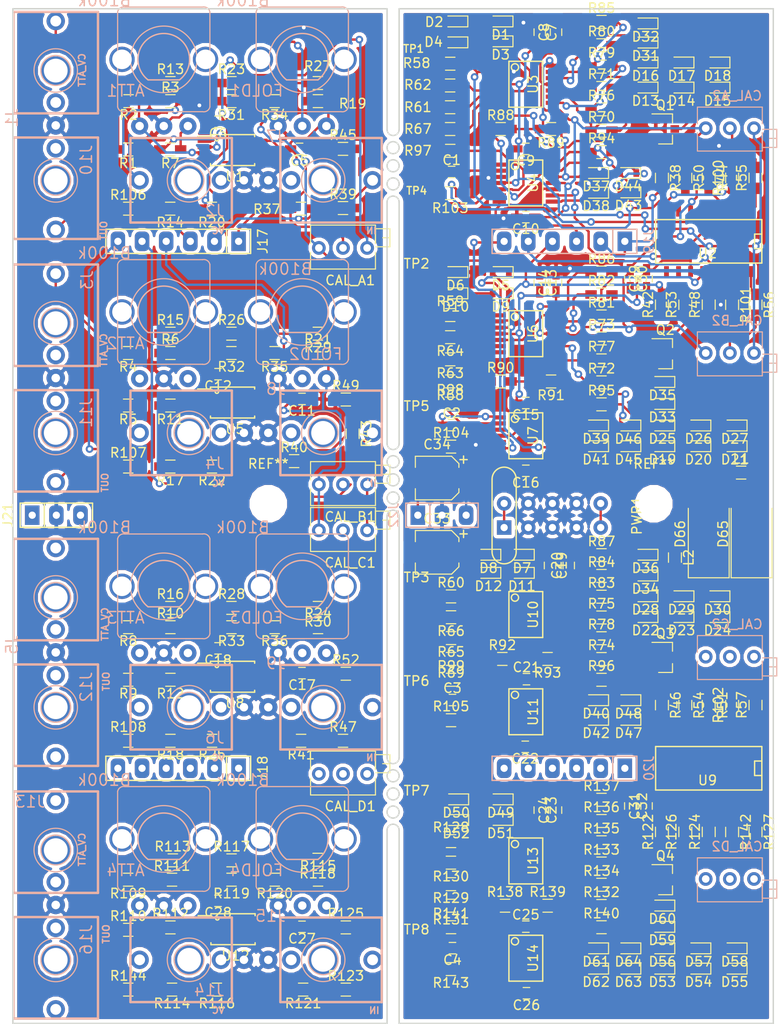
<source format=kicad_pcb>
(kicad_pcb (version 20171130) (host pcbnew "(5.0.0)")
  (layers (0 F.Cu signal) (31 B.Cu signal) (34 B.Paste user) (35 F.Paste user) (36 B.SilkS user) (37 F.SilkS user) (38 B.Mask user) (39 F.Mask user) (44 Edge.Cuts user))
  (net 0 "")
  (net 1 "Net-(ATT1-Pad1)")
  (net 2 GND)
  (net 3 "Net-(ATT1-Pad3)")
  (net 4 "Net-(ATT2-Pad1)")
  (net 5 "Net-(ATT2-Pad3)")
  (net 6 "Net-(ATT3-Pad3)")
  (net 7 "Net-(ATT3-Pad1)")
  (net 8 "Net-(FOLD1-Pad2)")
  (net 9 +12V)
  (net 10 "Net-(FOLD2-Pad2)")
  (net 11 "Net-(FOLD3-Pad2)")
  (net 12 "Net-(J1-Pad2)")
  (net 13 "Net-(J2-Pad2)")
  (net 14 "Net-(J3-Pad2)")
  (net 15 "Net-(J4-Pad2)")
  (net 16 "Net-(J5-Pad2)")
  (net 17 "Net-(J6-Pad2)")
  (net 18 "Net-(J7-Pad2)")
  (net 19 "Net-(J8-Pad2)")
  (net 20 "Net-(J9-Pad2)")
  (net 21 "Net-(J10-Pad2)")
  (net 22 "Net-(J11-Pad2)")
  (net 23 "Net-(J12-Pad2)")
  (net 24 "Net-(ATT4-Pad3)")
  (net 25 "Net-(ATT4-Pad1)")
  (net 26 "Net-(FOLD4-Pad2)")
  (net 27 "Net-(J13-Pad2)")
  (net 28 "Net-(J14-Pad2)")
  (net 29 "Net-(J15-Pad2)")
  (net 30 "Net-(J16-Pad2)")
  (net 31 "Net-(C1-Pad2)")
  (net 32 "Net-(C1-Pad1)")
  (net 33 "Net-(C2-Pad1)")
  (net 34 "Net-(C2-Pad2)")
  (net 35 "Net-(C3-Pad1)")
  (net 36 "Net-(C3-Pad2)")
  (net 37 "Net-(C4-Pad2)")
  (net 38 "Net-(C4-Pad1)")
  (net 39 -12V)
  (net 40 "Net-(CAL_A1-Pad2)")
  (net 41 "Net-(CAL_A2-Pad2)")
  (net 42 "Net-(CAL_B1-Pad2)")
  (net 43 "Net-(CAL_B2-Pad2)")
  (net 44 "Net-(CAL_C1-Pad2)")
  (net 45 "Net-(CAL_C2-Pad2)")
  (net 46 "Net-(CAL_D1-Pad2)")
  (net 47 "Net-(CAL_D2-Pad2)")
  (net 48 "Net-(D1-Pad2)")
  (net 49 "Net-(D1-Pad1)")
  (net 50 "Net-(D3-Pad2)")
  (net 51 "Net-(D5-Pad1)")
  (net 52 "Net-(D5-Pad2)")
  (net 53 "Net-(D11-Pad1)")
  (net 54 "Net-(D7-Pad1)")
  (net 55 "Net-(D10-Pad1)")
  (net 56 "Net-(D11-Pad2)")
  (net 57 "Net-(D13-Pad2)")
  (net 58 "Net-(D13-Pad1)")
  (net 59 "Net-(D14-Pad1)")
  (net 60 "Net-(D16-Pad2)")
  (net 61 "Net-(D17-Pad2)")
  (net 62 "Net-(D19-Pad2)")
  (net 63 "Net-(D19-Pad1)")
  (net 64 "Net-(D20-Pad1)")
  (net 65 "Net-(D22-Pad2)")
  (net 66 "Net-(D22-Pad1)")
  (net 67 "Net-(D23-Pad1)")
  (net 68 "Net-(D25-Pad2)")
  (net 69 "Net-(D26-Pad2)")
  (net 70 "Net-(D28-Pad2)")
  (net 71 "Net-(D29-Pad2)")
  (net 72 "Net-(D31-Pad2)")
  (net 73 "Net-(D33-Pad2)")
  (net 74 "Net-(D34-Pad2)")
  (net 75 "Net-(D37-Pad2)")
  (net 76 "Net-(D39-Pad2)")
  (net 77 "Net-(D40-Pad2)")
  (net 78 "Net-(D43-Pad1)")
  (net 79 "Net-(D43-Pad2)")
  (net 80 "Net-(D45-Pad1)")
  (net 81 "Net-(D45-Pad2)")
  (net 82 "Net-(D47-Pad2)")
  (net 83 "Net-(D47-Pad1)")
  (net 84 "Net-(D49-Pad1)")
  (net 85 "Net-(D49-Pad2)")
  (net 86 "Net-(D51-Pad2)")
  (net 87 "Net-(D53-Pad1)")
  (net 88 "Net-(D53-Pad2)")
  (net 89 "Net-(D54-Pad1)")
  (net 90 "Net-(D56-Pad2)")
  (net 91 "Net-(D57-Pad2)")
  (net 92 "Net-(D59-Pad2)")
  (net 93 "Net-(D61-Pad2)")
  (net 94 "Net-(D63-Pad1)")
  (net 95 "Net-(D63-Pad2)")
  (net 96 "Net-(R1-Pad1)")
  (net 97 "Net-(R13-Pad1)")
  (net 98 "Net-(R11-Pad2)")
  (net 99 "Net-(R15-Pad1)")
  (net 100 "Net-(R12-Pad2)")
  (net 101 "Net-(R10-Pad1)")
  (net 102 "Net-(R14-Pad1)")
  (net 103 "Net-(R17-Pad1)")
  (net 104 "Net-(R18-Pad1)")
  (net 105 "Net-(R19-Pad1)")
  (net 106 "Net-(R21-Pad1)")
  (net 107 "Net-(R24-Pad1)")
  (net 108 "Net-(R31-Pad1)")
  (net 109 "Net-(R32-Pad1)")
  (net 110 "Net-(R33-Pad1)")
  (net 111 "Net-(R38-Pad1)")
  (net 112 "Net-(R42-Pad1)")
  (net 113 "Net-(R44-Pad2)")
  (net 114 "Net-(R46-Pad1)")
  (net 115 "Net-(R48-Pad2)")
  (net 116 "Net-(Q1-Pad2)")
  (net 117 "Net-(R51-Pad2)")
  (net 118 "Net-(Q2-Pad2)")
  (net 119 "Net-(Q3-Pad2)")
  (net 120 "Net-(R55-Pad1)")
  (net 121 "Net-(Q1-Pad3)")
  (net 122 "Net-(Q2-Pad3)")
  (net 123 "Net-(R56-Pad1)")
  (net 124 "Net-(Q3-Pad3)")
  (net 125 "Net-(R57-Pad1)")
  (net 126 "Net-(R58-Pad2)")
  (net 127 "Net-(R58-Pad1)")
  (net 128 "Net-(R59-Pad1)")
  (net 129 "Net-(R59-Pad2)")
  (net 130 "Net-(R60-Pad2)")
  (net 131 "Net-(R60-Pad1)")
  (net 132 "Net-(R61-Pad1)")
  (net 133 "Net-(R63-Pad1)")
  (net 134 "Net-(R65-Pad1)")
  (net 135 "Net-(R67-Pad1)")
  (net 136 "Net-(R68-Pad1)")
  (net 137 "Net-(R69-Pad1)")
  (net 138 "Net-(R70-Pad1)")
  (net 139 "Net-(R72-Pad1)")
  (net 140 "Net-(R74-Pad1)")
  (net 141 "Net-(R76-Pad1)")
  (net 142 "Net-(R77-Pad1)")
  (net 143 "Net-(R78-Pad1)")
  (net 144 "Net-(R79-Pad1)")
  (net 145 "Net-(R81-Pad1)")
  (net 146 "Net-(R83-Pad1)")
  (net 147 "Net-(R85-Pad1)")
  (net 148 "Net-(R86-Pad1)")
  (net 149 "Net-(R87-Pad1)")
  (net 150 "Net-(R109-Pad1)")
  (net 151 "Net-(R111-Pad1)")
  (net 152 "Net-(R114-Pad1)")
  (net 153 "Net-(R115-Pad1)")
  (net 154 "Net-(R119-Pad1)")
  (net 155 "Net-(R122-Pad1)")
  (net 156 "Net-(R124-Pad2)")
  (net 157 "Net-(Q4-Pad2)")
  (net 158 "Net-(R127-Pad1)")
  (net 159 "Net-(Q4-Pad3)")
  (net 160 "Net-(R128-Pad2)")
  (net 161 "Net-(R128-Pad1)")
  (net 162 "Net-(R129-Pad1)")
  (net 163 "Net-(R131-Pad1)")
  (net 164 "Net-(R132-Pad1)")
  (net 165 "Net-(R134-Pad1)")
  (net 166 "Net-(R135-Pad1)")
  (net 167 "Net-(R137-Pad1)")
  (net 168 "Net-(U2-Pad15)")
  (net 169 "Net-(U2-Pad2)")
  (net 170 "Net-(U9-Pad2)")
  (net 171 "Net-(U9-Pad15)")
  (net 172 "Net-(D65-Pad2)")
  (net 173 "Net-(D66-Pad1)")
  (net 174 "Net-(L1-Pad1)")
  (net 175 "Net-(L2-Pad1)")
  (net 176 "Net-(J1-Pad3)")
  (net 177 "Net-(J2-Pad3)")
  (net 178 "Net-(J3-Pad3)")
  (net 179 "Net-(J4-Pad3)")
  (net 180 "Net-(J5-Pad3)")
  (net 181 "Net-(J6-Pad3)")
  (net 182 "Net-(J7-Pad3)")
  (net 183 "Net-(J8-Pad3)")
  (net 184 "Net-(J9-Pad3)")
  (net 185 "Net-(J10-Pad3)")
  (net 186 "Net-(J11-Pad3)")
  (net 187 "Net-(J12-Pad3)")
  (net 188 "Net-(J13-Pad3)")
  (net 189 "Net-(J14-Pad3)")
  (net 190 "Net-(J15-Pad3)")
  (net 191 "Net-(J16-Pad3)")
  (net 192 A2)
  (net 193 B2)
  (net 194 C2)
  (net 195 D2)
  (net 196 A1)
  (net 197 A3)
  (net 198 B1)
  (net 199 B3)
  (net 200 C1)
  (net 201 C3)
  (net 202 D1)
  (net 203 D3)
  (module MojaBiblioteka:EuroHeader10 (layer F.Cu) (at 80.264 80.5815 90)
    (fp_text reference PWR1 (at 0 8.89 90) (layer F.SilkS))
    (fp_text value ~)
    (pad 1 thru_hole rect (at -1.27 -5.08 90) (size 1.524 1.524) (drill 0.762) (layers *.Cu *.Mask) (net 174 "Net-(L1-Pad1)"))
    (pad 2 thru_hole circle (at 1.27 -5.08 90) (size 1.524 1.524) (drill 0.762) (layers *.Cu *.Mask) (net 174 "Net-(L1-Pad1)"))
    (pad 3 thru_hole circle (at -1.27 -2.54 90) (size 1.524 1.524) (drill 0.762) (layers *.Cu *.Mask) (net 2 GND))
    (pad 4 thru_hole circle (at 1.27 -2.54 90) (size 1.524 1.524) (drill 0.762) (layers *.Cu *.Mask) (net 2 GND))
    (pad 5 thru_hole circle (at -1.27 0 90) (size 1.524 1.524) (drill 0.762) (layers *.Cu *.Mask) (net 2 GND))
    (pad 6 thru_hole circle (at 1.27 0 90) (size 1.524 1.524) (drill 0.762) (layers *.Cu *.Mask) (net 2 GND))
    (pad 7 thru_hole circle (at -1.27 2.54 90) (size 1.524 1.524) (drill 0.762) (layers *.Cu *.Mask) (net 2 GND))
    (pad 8 thru_hole circle (at 1.27 2.54 90) (size 1.524 1.524) (drill 0.762) (layers *.Cu *.Mask) (net 2 GND))
    (pad 9 thru_hole circle (at -1.27 5.08 90) (size 1.524 1.524) (drill 0.762) (layers *.Cu *.Mask) (net 175 "Net-(L2-Pad1)"))
    (pad 10 thru_hole circle (at 1.27 5.08 90) (size 1.524 1.524) (drill 0.762) (layers *.Cu *.Mask) (net 175 "Net-(L2-Pad1)"))
  )
  (module Mounting_Holes:MountingHole_3.2mm_M3 (layer F.Cu) (at 90.932 79.3496)
    (fp_text reference REF** (at 0 -4.2) (layer F.SilkS))
    (fp_text value MountingHole_3.2mm_M3)
    (pad 1 np_thru_hole circle (at 0 0) (size 3.2 3.2) (drill 3.2) (layers *.Cu *.Mask))
  )
  (module 4ms-footprints:POT-9MM-ALPHA (layer B.Cu) (at 39.37 32.624457)
    (fp_text reference ATT1 (at -1.905 4.0132) (layer B.SilkS) (effects (font (size 1.2065 1.2065) (thickness 0.1524)) (justify left bottom mirror)))
    (fp_text value B100k (at -3.3274 -5.4864) (layer B.SilkS) (effects (font (size 1.2065 1.2065) (thickness 0.1524)) (justify left bottom mirror)))
    (pad 5 thru_hole circle (at -4.394363 0.001843) (size 2.667 2.667) (drill 2.0574) (layers *.Cu *.Mask))
    (pad 4 thru_hole circle (at 4.394037 0.001843) (size 2.667 2.667) (drill 2.0574) (layers *.Cu *.Mask))
    (pad 1 thru_hole circle (at 2.539837 7.012243 90) (size 1.8034 1.8034) (drill 0.889) (layers *.Cu *.Mask) (net 1 "Net-(ATT1-Pad1)"))
    (pad 2 thru_hole circle (at -0.000163 7.012243 90) (size 1.8034 1.8034) (drill 0.889) (layers *.Cu *.Mask) (net 2 GND))
    (pad 3 thru_hole circle (at -2.540163 7.012243 90) (size 1.8034 1.8034) (drill 0.889) (layers *.Cu *.Mask) (net 3 "Net-(ATT1-Pad3)"))
  )
  (module 4ms-footprints:POT-9MM-ALPHA (layer B.Cu) (at 39.37 59.181971)
    (fp_text reference ATT2 (at -1.905 4.0132) (layer B.SilkS) (effects (font (size 1.2065 1.2065) (thickness 0.1524)) (justify left bottom mirror)))
    (fp_text value B100k (at -3.3274 -5.4864) (layer B.SilkS) (effects (font (size 1.2065 1.2065) (thickness 0.1524)) (justify left bottom mirror)))
    (pad 5 thru_hole circle (at -4.394363 0.001843) (size 2.667 2.667) (drill 2.0574) (layers *.Cu *.Mask))
    (pad 4 thru_hole circle (at 4.394037 0.001843) (size 2.667 2.667) (drill 2.0574) (layers *.Cu *.Mask))
    (pad 1 thru_hole circle (at 2.539837 7.012243 90) (size 1.8034 1.8034) (drill 0.889) (layers *.Cu *.Mask) (net 4 "Net-(ATT2-Pad1)"))
    (pad 2 thru_hole circle (at -0.000163 7.012243 90) (size 1.8034 1.8034) (drill 0.889) (layers *.Cu *.Mask) (net 2 GND))
    (pad 3 thru_hole circle (at -2.540163 7.012243 90) (size 1.8034 1.8034) (drill 0.889) (layers *.Cu *.Mask) (net 5 "Net-(ATT2-Pad3)"))
  )
  (module 4ms-footprints:POT-9MM-ALPHA (layer B.Cu) (at 39.37 88.025485)
    (fp_text reference ATT3 (at -1.905 4.0132) (layer B.SilkS) (effects (font (size 1.2065 1.2065) (thickness 0.1524)) (justify left bottom mirror)))
    (fp_text value B100k (at -3.3274 -5.4864) (layer B.SilkS) (effects (font (size 1.2065 1.2065) (thickness 0.1524)) (justify left bottom mirror)))
    (pad 3 thru_hole circle (at -2.540163 7.012243 90) (size 1.8034 1.8034) (drill 0.889) (layers *.Cu *.Mask) (net 6 "Net-(ATT3-Pad3)"))
    (pad 2 thru_hole circle (at -0.000163 7.012243 90) (size 1.8034 1.8034) (drill 0.889) (layers *.Cu *.Mask) (net 2 GND))
    (pad 1 thru_hole circle (at 2.539837 7.012243 90) (size 1.8034 1.8034) (drill 0.889) (layers *.Cu *.Mask) (net 7 "Net-(ATT3-Pad1)"))
    (pad 4 thru_hole circle (at 4.394037 0.001843) (size 2.667 2.667) (drill 2.0574) (layers *.Cu *.Mask))
    (pad 5 thru_hole circle (at -4.394363 0.001843) (size 2.667 2.667) (drill 2.0574) (layers *.Cu *.Mask))
  )
  (module 4ms-footprints:POT-9MM-ALPHA (layer B.Cu) (at 53.943931 32.624457)
    (fp_text reference FOLD1 (at -1.905 4.0132) (layer B.SilkS) (effects (font (size 1.2065 1.2065) (thickness 0.1524)) (justify left bottom mirror)))
    (fp_text value B100k (at -3.3274 -5.4864) (layer B.SilkS) (effects (font (size 1.2065 1.2065) (thickness 0.1524)) (justify left bottom mirror)))
    (pad 3 thru_hole circle (at -2.540163 7.012243 90) (size 1.8034 1.8034) (drill 0.889) (layers *.Cu *.Mask) (net 2 GND))
    (pad 2 thru_hole circle (at -0.000163 7.012243 90) (size 1.8034 1.8034) (drill 0.889) (layers *.Cu *.Mask) (net 8 "Net-(FOLD1-Pad2)"))
    (pad 1 thru_hole circle (at 2.539837 7.012243 90) (size 1.8034 1.8034) (drill 0.889) (layers *.Cu *.Mask) (net 9 +12V))
    (pad 4 thru_hole circle (at 4.394037 0.001843) (size 2.667 2.667) (drill 2.0574) (layers *.Cu *.Mask))
    (pad 5 thru_hole circle (at -4.394363 0.001843) (size 2.667 2.667) (drill 2.0574) (layers *.Cu *.Mask))
  )
  (module 4ms-footprints:POT-9MM-ALPHA (layer B.Cu) (at 53.943931 59.181971)
    (fp_text reference FOLD2 (at 4.318 5.1435) (layer B.SilkS) (effects (font (size 1.2065 1.2065) (thickness 0.1524)) (justify left bottom mirror)))
    (fp_text value B100k (at 1.143 -3.81) (layer B.SilkS) (effects (font (size 1.2065 1.2065) (thickness 0.1524)) (justify left bottom mirror)))
    (pad 3 thru_hole circle (at -2.540163 7.012243 90) (size 1.8034 1.8034) (drill 0.889) (layers *.Cu *.Mask) (net 2 GND))
    (pad 2 thru_hole circle (at -0.000163 7.012243 90) (size 1.8034 1.8034) (drill 0.889) (layers *.Cu *.Mask) (net 10 "Net-(FOLD2-Pad2)"))
    (pad 1 thru_hole circle (at 2.539837 7.012243 90) (size 1.8034 1.8034) (drill 0.889) (layers *.Cu *.Mask) (net 9 +12V))
    (pad 4 thru_hole circle (at 4.394037 0.001843) (size 2.667 2.667) (drill 2.0574) (layers *.Cu *.Mask))
    (pad 5 thru_hole circle (at -4.394363 0.001843) (size 2.667 2.667) (drill 2.0574) (layers *.Cu *.Mask))
  )
  (module 4ms-footprints:POT-9MM-ALPHA (layer B.Cu) (at 53.943931 88.025485)
    (fp_text reference FOLD3 (at -1.905 4.0132) (layer B.SilkS) (effects (font (size 1.2065 1.2065) (thickness 0.1524)) (justify left bottom mirror)))
    (fp_text value B100k (at -3.3274 -5.4864) (layer B.SilkS) (effects (font (size 1.2065 1.2065) (thickness 0.1524)) (justify left bottom mirror)))
    (pad 5 thru_hole circle (at -4.394363 0.001843) (size 2.667 2.667) (drill 2.0574) (layers *.Cu *.Mask))
    (pad 4 thru_hole circle (at 4.394037 0.001843) (size 2.667 2.667) (drill 2.0574) (layers *.Cu *.Mask))
    (pad 1 thru_hole circle (at 2.539837 7.012243 90) (size 1.8034 1.8034) (drill 0.889) (layers *.Cu *.Mask) (net 9 +12V))
    (pad 2 thru_hole circle (at -0.000163 7.012243 90) (size 1.8034 1.8034) (drill 0.889) (layers *.Cu *.Mask) (net 11 "Net-(FOLD3-Pad2)"))
    (pad 3 thru_hole circle (at -2.540163 7.012243 90) (size 1.8034 1.8034) (drill 0.889) (layers *.Cu *.Mask) (net 2 GND))
  )
  (module 4ms-footprints:PJ301M-12 (layer B.Cu) (at 28.0035 33.8074 270)
    (fp_text reference J1 (at 3.8354 3.9116 270) (layer B.SilkS) (effects (font (size 1.2065 1.2065) (thickness 0.1524)) (justify left bottom mirror)))
    (fp_text value CV_ATT (at -1.905 -3.175 270) (layer B.SilkS) (effects (font (size 0.7 0.7) (thickness 0.1524)) (justify left bottom mirror)))
    (pad "" np_thru_hole circle (at 0 0 270) (size 3 3) (drill 2.5) (layers *.Cu *.Mask))
    (pad 2 thru_hole circle (at 3.3528 0 270) (size 1.9304 1.9304) (drill 1.143) (layers *.Cu *.Mask) (net 12 "Net-(J1-Pad2)"))
    (pad 1 thru_hole circle (at 5.7658 0 270) (size 1.9304 1.9304) (drill 0.889) (layers *.Cu *.Mask) (net 2 GND))
    (pad 3 thru_hole circle (at -5.207 0 270) (size 1.9304 1.9304) (drill 1.143) (layers *.Cu *.Mask) (net 176 "Net-(J1-Pad3)"))
  )
  (module 4ms-footprints:PJ301M-12 (layer B.Cu) (at 42.037 45.339)
    (fp_text reference J2 (at 3.8354 3.9116) (layer B.SilkS) (effects (font (size 1.2065 1.2065) (thickness 0.1524)) (justify left bottom mirror)))
    (fp_text value VC (at 3.81 5.715) (layer B.SilkS) (effects (font (size 0.7 0.7) (thickness 0.1524)) (justify left bottom mirror)))
    (pad 3 thru_hole circle (at -5.207 0) (size 1.9304 1.9304) (drill 1.143) (layers *.Cu *.Mask) (net 177 "Net-(J2-Pad3)"))
    (pad 1 thru_hole circle (at 5.7658 0) (size 1.9304 1.9304) (drill 0.889) (layers *.Cu *.Mask) (net 2 GND))
    (pad 2 thru_hole circle (at 3.3528 0) (size 1.9304 1.9304) (drill 1.143) (layers *.Cu *.Mask) (net 13 "Net-(J2-Pad2)"))
    (pad "" np_thru_hole circle (at 0 0) (size 3 3) (drill 2.5) (layers *.Cu *.Mask))
  )
  (module 4ms-footprints:PJ301M-12 (layer B.Cu) (at 28.0035 60.364914 270)
    (fp_text reference J3 (at -5.6769 -4.0005 270) (layer B.SilkS) (effects (font (size 1.2065 1.2065) (thickness 0.1524)) (justify left bottom mirror)))
    (fp_text value CV_ATT (at 0.9906 -5.461 90) (layer B.SilkS) (effects (font (size 0.7 0.7) (thickness 0.1524)) (justify left bottom mirror)))
    (pad "" np_thru_hole circle (at 0 0 270) (size 3 3) (drill 2.5) (layers *.Cu *.Mask))
    (pad 2 thru_hole circle (at 3.3528 0 270) (size 1.9304 1.9304) (drill 1.143) (layers *.Cu *.Mask) (net 14 "Net-(J3-Pad2)"))
    (pad 1 thru_hole circle (at 5.7658 0 270) (size 1.9304 1.9304) (drill 0.889) (layers *.Cu *.Mask) (net 2 GND))
    (pad 3 thru_hole circle (at -5.207 0 270) (size 1.9304 1.9304) (drill 1.143) (layers *.Cu *.Mask) (net 178 "Net-(J3-Pad3)"))
  )
  (module 4ms-footprints:PJ301M-12 (layer B.Cu) (at 42.037 71.896514)
    (fp_text reference J4 (at 3.8354 3.9116) (layer B.SilkS) (effects (font (size 1.2065 1.2065) (thickness 0.1524)) (justify left bottom mirror)))
    (fp_text value VC (at 3.81 5.715) (layer B.SilkS) (effects (font (size 0.7 0.7) (thickness 0.1524)) (justify left bottom mirror)))
    (pad 3 thru_hole circle (at -5.207 0) (size 1.9304 1.9304) (drill 1.143) (layers *.Cu *.Mask) (net 179 "Net-(J4-Pad3)"))
    (pad 1 thru_hole circle (at 5.7658 0) (size 1.9304 1.9304) (drill 0.889) (layers *.Cu *.Mask) (net 2 GND))
    (pad 2 thru_hole circle (at 3.3528 0) (size 1.9304 1.9304) (drill 1.143) (layers *.Cu *.Mask) (net 15 "Net-(J4-Pad2)"))
    (pad "" np_thru_hole circle (at 0 0) (size 3 3) (drill 2.5) (layers *.Cu *.Mask))
  )
  (module 4ms-footprints:PJ301M-12 (layer B.Cu) (at 28.0035 89.208428 270)
    (fp_text reference J5 (at 3.8354 3.9116 270) (layer B.SilkS) (effects (font (size 1.2065 1.2065) (thickness 0.1524)) (justify left bottom mirror)))
    (fp_text value CV_ATT (at 0.9525 -5.588 270) (layer B.SilkS) (effects (font (size 0.7 0.7) (thickness 0.1524)) (justify left bottom mirror)))
    (pad 3 thru_hole circle (at -5.207 0 270) (size 1.9304 1.9304) (drill 1.143) (layers *.Cu *.Mask) (net 180 "Net-(J5-Pad3)"))
    (pad 1 thru_hole circle (at 5.7658 0 270) (size 1.9304 1.9304) (drill 0.889) (layers *.Cu *.Mask) (net 2 GND))
    (pad 2 thru_hole circle (at 3.3528 0 270) (size 1.9304 1.9304) (drill 1.143) (layers *.Cu *.Mask) (net 16 "Net-(J5-Pad2)"))
    (pad "" np_thru_hole circle (at 0 0 270) (size 3 3) (drill 2.5) (layers *.Cu *.Mask))
  )
  (module 4ms-footprints:PJ301M-12 (layer B.Cu) (at 42.037 100.740028)
    (fp_text reference J6 (at 3.8354 3.9116) (layer B.SilkS) (effects (font (size 1.2065 1.2065) (thickness 0.1524)) (justify left bottom mirror)))
    (fp_text value VC (at 3.81 5.715) (layer B.SilkS) (effects (font (size 0.7 0.7) (thickness 0.1524)) (justify left bottom mirror)))
    (pad "" np_thru_hole circle (at 0 0) (size 3 3) (drill 2.5) (layers *.Cu *.Mask))
    (pad 2 thru_hole circle (at 3.3528 0) (size 1.9304 1.9304) (drill 1.143) (layers *.Cu *.Mask) (net 17 "Net-(J6-Pad2)"))
    (pad 1 thru_hole circle (at 5.7658 0) (size 1.9304 1.9304) (drill 0.889) (layers *.Cu *.Mask) (net 2 GND))
    (pad 3 thru_hole circle (at -5.207 0) (size 1.9304 1.9304) (drill 1.143) (layers *.Cu *.Mask) (net 181 "Net-(J6-Pad3)"))
  )
  (module 4ms-footprints:PJ301M-12 (layer B.Cu) (at 56.134 45.339 180)
    (fp_text reference J7 (at 3.8354 3.9116 180) (layer B.SilkS) (effects (font (size 1.2065 1.2065) (thickness 0.1524)) (justify left bottom mirror)))
    (fp_text value IN (at -5.715 -5.715 180) (layer B.SilkS) (effects (font (size 0.7 0.7) (thickness 0.1524)) (justify left bottom mirror)))
    (pad "" np_thru_hole circle (at 0 0 180) (size 3 3) (drill 2.5) (layers *.Cu *.Mask))
    (pad 2 thru_hole circle (at 3.3528 0 180) (size 1.9304 1.9304) (drill 1.143) (layers *.Cu *.Mask) (net 18 "Net-(J7-Pad2)"))
    (pad 1 thru_hole circle (at 5.7658 0 180) (size 1.9304 1.9304) (drill 0.889) (layers *.Cu *.Mask) (net 2 GND))
    (pad 3 thru_hole circle (at -5.207 0 180) (size 1.9304 1.9304) (drill 1.143) (layers *.Cu *.Mask) (net 182 "Net-(J7-Pad3)"))
  )
  (module 4ms-footprints:PJ301M-12 (layer B.Cu) (at 56.133999 71.896514 180)
    (fp_text reference J8 (at 3.8354 3.9116 180) (layer B.SilkS) (effects (font (size 1.2065 1.2065) (thickness 0.1524)) (justify left bottom mirror)))
    (fp_text value IN (at -5.715 -5.715 180) (layer B.SilkS) (effects (font (size 0.7 0.7) (thickness 0.1524)) (justify left bottom mirror)))
    (pad 3 thru_hole circle (at -5.207 0 180) (size 1.9304 1.9304) (drill 1.143) (layers *.Cu *.Mask) (net 183 "Net-(J8-Pad3)"))
    (pad 1 thru_hole circle (at 5.7658 0 180) (size 1.9304 1.9304) (drill 0.889) (layers *.Cu *.Mask) (net 2 GND))
    (pad 2 thru_hole circle (at 3.3528 0 180) (size 1.9304 1.9304) (drill 1.143) (layers *.Cu *.Mask) (net 19 "Net-(J8-Pad2)"))
    (pad "" np_thru_hole circle (at 0 0 180) (size 3 3) (drill 2.5) (layers *.Cu *.Mask))
  )
  (module 4ms-footprints:PJ301M-12 (layer B.Cu) (at 56.134 100.740028 180)
    (fp_text reference J9 (at 3.8354 3.9116 180) (layer B.SilkS) (effects (font (size 1.2065 1.2065) (thickness 0.1524)) (justify left bottom mirror)))
    (fp_text value IN (at -5.715 -5.715 180) (layer B.SilkS) (effects (font (size 0.7 0.7) (thickness 0.1524)) (justify left bottom mirror)))
    (pad 3 thru_hole circle (at -5.207 0 180) (size 1.9304 1.9304) (drill 1.143) (layers *.Cu *.Mask) (net 184 "Net-(J9-Pad3)"))
    (pad 1 thru_hole circle (at 5.7658 0 180) (size 1.9304 1.9304) (drill 0.889) (layers *.Cu *.Mask) (net 2 GND))
    (pad 2 thru_hole circle (at 3.3528 0 180) (size 1.9304 1.9304) (drill 1.143) (layers *.Cu *.Mask) (net 20 "Net-(J9-Pad2)"))
    (pad "" np_thru_hole circle (at 0 0 180) (size 3 3) (drill 2.5) (layers *.Cu *.Mask))
  )
  (module 4ms-footprints:PJ301M-12 (layer B.Cu) (at 28.0035 45.339 90)
    (fp_text reference J10 (at 3.8354 3.9116 90) (layer B.SilkS) (effects (font (size 1.2065 1.2065) (thickness 0.1524)) (justify left bottom mirror)))
    (fp_text value OUT (at -4.191 5.461 90) (layer B.SilkS) (effects (font (size 0.7 0.7) (thickness 0.1524)) (justify left bottom mirror)))
    (pad 3 thru_hole circle (at -5.207 0 90) (size 1.9304 1.9304) (drill 1.143) (layers *.Cu *.Mask) (net 185 "Net-(J10-Pad3)"))
    (pad 1 thru_hole circle (at 5.7658 0 90) (size 1.9304 1.9304) (drill 0.889) (layers *.Cu *.Mask) (net 2 GND))
    (pad 2 thru_hole circle (at 3.3528 0 90) (size 1.9304 1.9304) (drill 1.143) (layers *.Cu *.Mask) (net 21 "Net-(J10-Pad2)"))
    (pad "" np_thru_hole circle (at 0 0 90) (size 3 3) (drill 2.5) (layers *.Cu *.Mask))
  )
  (module 4ms-footprints:PJ301M-12 (layer B.Cu) (at 28.0035 71.896514 90)
    (fp_text reference J11 (at 3.8354 3.9116 90) (layer B.SilkS) (effects (font (size 1.2065 1.2065) (thickness 0.1524)) (justify left bottom mirror)))
    (fp_text value OUT (at -4.1275 5.588 90) (layer B.SilkS) (effects (font (size 0.7 0.7) (thickness 0.1524)) (justify left bottom mirror)))
    (pad "" np_thru_hole circle (at 0 0 90) (size 3 3) (drill 2.5) (layers *.Cu *.Mask))
    (pad 2 thru_hole circle (at 3.3528 0 90) (size 1.9304 1.9304) (drill 1.143) (layers *.Cu *.Mask) (net 22 "Net-(J11-Pad2)"))
    (pad 1 thru_hole circle (at 5.7658 0 90) (size 1.9304 1.9304) (drill 0.889) (layers *.Cu *.Mask) (net 2 GND))
    (pad 3 thru_hole circle (at -5.207 0 90) (size 1.9304 1.9304) (drill 1.143) (layers *.Cu *.Mask) (net 186 "Net-(J11-Pad3)"))
  )
  (module 4ms-footprints:PJ301M-12 (layer B.Cu) (at 28.0035 100.740028 90)
    (fp_text reference J12 (at 3.8354 3.9116 90) (layer B.SilkS) (effects (font (size 1.2065 1.2065) (thickness 0.1524)) (justify left bottom mirror)))
    (fp_text value OUT (at 3.81 5.715 90) (layer B.SilkS) (effects (font (size 0.7 0.7) (thickness 0.1524)) (justify left bottom mirror)))
    (pad "" np_thru_hole circle (at 0 0 90) (size 3 3) (drill 2.5) (layers *.Cu *.Mask))
    (pad 2 thru_hole circle (at 3.3528 0 90) (size 1.9304 1.9304) (drill 1.143) (layers *.Cu *.Mask) (net 23 "Net-(J12-Pad2)"))
    (pad 1 thru_hole circle (at 5.7658 0 90) (size 1.9304 1.9304) (drill 0.889) (layers *.Cu *.Mask) (net 2 GND))
    (pad 3 thru_hole circle (at -5.207 0 90) (size 1.9304 1.9304) (drill 1.143) (layers *.Cu *.Mask) (net 187 "Net-(J12-Pad3)"))
  )
  (module 4ms-footprints:POT-9MM-ALPHA (layer B.Cu) (at 39.37 114.582999)
    (fp_text reference ATT4 (at -1.905 4.0132) (layer B.SilkS) (effects (font (size 1.2065 1.2065) (thickness 0.1524)) (justify left bottom mirror)))
    (fp_text value B100k (at -3.3274 -5.4864) (layer B.SilkS) (effects (font (size 1.2065 1.2065) (thickness 0.1524)) (justify left bottom mirror)))
    (pad 3 thru_hole circle (at -2.540163 7.012243 90) (size 1.8034 1.8034) (drill 0.889) (layers *.Cu *.Mask) (net 24 "Net-(ATT4-Pad3)"))
    (pad 2 thru_hole circle (at -0.000163 7.012243 90) (size 1.8034 1.8034) (drill 0.889) (layers *.Cu *.Mask) (net 2 GND))
    (pad 1 thru_hole circle (at 2.539837 7.012243 90) (size 1.8034 1.8034) (drill 0.889) (layers *.Cu *.Mask) (net 25 "Net-(ATT4-Pad1)"))
    (pad 4 thru_hole circle (at 4.394037 0.001843) (size 2.667 2.667) (drill 2.0574) (layers *.Cu *.Mask))
    (pad 5 thru_hole circle (at -4.394363 0.001843) (size 2.667 2.667) (drill 2.0574) (layers *.Cu *.Mask))
  )
  (module 4ms-footprints:POT-9MM-ALPHA (layer B.Cu) (at 53.94393 114.582999)
    (fp_text reference FOLD4 (at -1.905 4.0132) (layer B.SilkS) (effects (font (size 1.2065 1.2065) (thickness 0.1524)) (justify left bottom mirror)))
    (fp_text value B100k (at -3.3274 -5.4864) (layer B.SilkS) (effects (font (size 1.2065 1.2065) (thickness 0.1524)) (justify left bottom mirror)))
    (pad 5 thru_hole circle (at -4.394363 0.001843) (size 2.667 2.667) (drill 2.0574) (layers *.Cu *.Mask))
    (pad 4 thru_hole circle (at 4.394037 0.001843) (size 2.667 2.667) (drill 2.0574) (layers *.Cu *.Mask))
    (pad 1 thru_hole circle (at 2.539837 7.012243 90) (size 1.8034 1.8034) (drill 0.889) (layers *.Cu *.Mask) (net 9 +12V))
    (pad 2 thru_hole circle (at -0.000163 7.012243 90) (size 1.8034 1.8034) (drill 0.889) (layers *.Cu *.Mask) (net 26 "Net-(FOLD4-Pad2)"))
    (pad 3 thru_hole circle (at -2.540163 7.012243 90) (size 1.8034 1.8034) (drill 0.889) (layers *.Cu *.Mask) (net 2 GND))
  )
  (module 4ms-footprints:PJ301M-12 (layer B.Cu) (at 28.0035 115.765942 270)
    (fp_text reference J13 (at -4.386942 1.016) (layer B.SilkS) (effects (font (size 1.2065 1.2065) (thickness 0.1524)) (justify left bottom mirror)))
    (fp_text value CV_ATT (at -1.905 -3.175 270) (layer B.SilkS) (effects (font (size 0.7 0.7) (thickness 0.1524)) (justify left bottom mirror)))
    (pad 3 thru_hole circle (at -5.207 0 270) (size 1.9304 1.9304) (drill 1.143) (layers *.Cu *.Mask) (net 188 "Net-(J13-Pad3)"))
    (pad 1 thru_hole circle (at 5.7658 0 270) (size 1.9304 1.9304) (drill 0.889) (layers *.Cu *.Mask) (net 2 GND))
    (pad 2 thru_hole circle (at 3.3528 0 270) (size 1.9304 1.9304) (drill 1.143) (layers *.Cu *.Mask) (net 27 "Net-(J13-Pad2)"))
    (pad "" np_thru_hole circle (at 0 0 270) (size 3 3) (drill 2.5) (layers *.Cu *.Mask))
  )
  (module 4ms-footprints:PJ301M-12 (layer B.Cu) (at 42.037 127.297542)
    (fp_text reference J14 (at 3.8354 3.9116) (layer B.SilkS) (effects (font (size 1.2065 1.2065) (thickness 0.1524)) (justify left bottom mirror)))
    (fp_text value VC (at 3.81 5.715) (layer B.SilkS) (effects (font (size 0.7 0.7) (thickness 0.1524)) (justify left bottom mirror)))
    (pad "" np_thru_hole circle (at 0 0) (size 3 3) (drill 2.5) (layers *.Cu *.Mask))
    (pad 2 thru_hole circle (at 3.3528 0) (size 1.9304 1.9304) (drill 1.143) (layers *.Cu *.Mask) (net 28 "Net-(J14-Pad2)"))
    (pad 1 thru_hole circle (at 5.7658 0) (size 1.9304 1.9304) (drill 0.889) (layers *.Cu *.Mask) (net 2 GND))
    (pad 3 thru_hole circle (at -5.207 0) (size 1.9304 1.9304) (drill 1.143) (layers *.Cu *.Mask) (net 189 "Net-(J14-Pad3)"))
  )
  (module 4ms-footprints:PJ301M-12 (layer B.Cu) (at 56.134 127.297542 180)
    (fp_text reference J15 (at 3.8354 3.9116 180) (layer B.SilkS) (effects (font (size 1.2065 1.2065) (thickness 0.1524)) (justify left bottom mirror)))
    (fp_text value IN (at -6.0198 -5.7404 180) (layer B.SilkS) (effects (font (size 0.7 0.7) (thickness 0.1524)) (justify left bottom mirror)))
    (pad 3 thru_hole circle (at -5.207 0 180) (size 1.9304 1.9304) (drill 1.143) (layers *.Cu *.Mask) (net 190 "Net-(J15-Pad3)"))
    (pad 1 thru_hole circle (at 5.7658 0 180) (size 1.9304 1.9304) (drill 0.889) (layers *.Cu *.Mask) (net 2 GND))
    (pad 2 thru_hole circle (at 3.3528 0 180) (size 1.9304 1.9304) (drill 1.143) (layers *.Cu *.Mask) (net 29 "Net-(J15-Pad2)"))
    (pad "" np_thru_hole circle (at 0 0 180) (size 3 3) (drill 2.5) (layers *.Cu *.Mask))
  )
  (module 4ms-footprints:PJ301M-12 (layer B.Cu) (at 28.0035 127.297542 90)
    (fp_text reference J16 (at 3.8354 3.9116 90) (layer B.SilkS) (effects (font (size 1.2065 1.2065) (thickness 0.1524)) (justify left bottom mirror)))
    (fp_text value OUT (at 3.81 5.715 90) (layer B.SilkS) (effects (font (size 0.7 0.7) (thickness 0.1524)) (justify left bottom mirror)))
    (pad "" np_thru_hole circle (at 0 0 90) (size 3 3) (drill 2.5) (layers *.Cu *.Mask))
    (pad 2 thru_hole circle (at 3.3528 0 90) (size 1.9304 1.9304) (drill 1.143) (layers *.Cu *.Mask) (net 30 "Net-(J16-Pad2)"))
    (pad 1 thru_hole circle (at 5.7658 0 90) (size 1.9304 1.9304) (drill 0.889) (layers *.Cu *.Mask) (net 2 GND))
    (pad 3 thru_hole circle (at -5.207 0 90) (size 1.9304 1.9304) (drill 1.143) (layers *.Cu *.Mask) (net 191 "Net-(J16-Pad3)"))
  )
  (module Capacitors_SMD:C_0603_HandSoldering (layer F.Cu) (at 69.662 44.466309)
    (fp_text reference C1 (at 0 -1.25) (layer F.SilkS))
    (fp_text value 10p)
    (pad 2 smd rect (at 0.95 0) (size 1.2 0.75) (layers F.Cu F.Paste F.Mask) (net 31 "Net-(C1-Pad2)"))
    (pad 1 smd rect (at -0.95 0) (size 1.2 0.75) (layers F.Cu F.Paste F.Mask) (net 32 "Net-(C1-Pad1)"))
  )
  (module Capacitors_SMD:C_0603_HandSoldering (layer F.Cu) (at 69.6595 71.080434)
    (fp_text reference C2 (at 0 -1.25) (layer F.SilkS))
    (fp_text value 10p)
    (pad 1 smd rect (at -0.95 0) (size 1.2 0.75) (layers F.Cu F.Paste F.Mask) (net 33 "Net-(C2-Pad1)"))
    (pad 2 smd rect (at 0.95 0) (size 1.2 0.75) (layers F.Cu F.Paste F.Mask) (net 34 "Net-(C2-Pad2)"))
  )
  (module Capacitors_SMD:C_0603_HandSoldering (layer F.Cu) (at 69.746 99.98175)
    (fp_text reference C3 (at 0 -1.25) (layer F.SilkS))
    (fp_text value 10p)
    (pad 2 smd rect (at 0.95 0) (size 1.2 0.75) (layers F.Cu F.Paste F.Mask) (net 36 "Net-(C3-Pad2)"))
    (pad 1 smd rect (at -0.95 0) (size 1.2 0.75) (layers F.Cu F.Paste F.Mask) (net 35 "Net-(C3-Pad1)"))
  )
  (module Capacitors_SMD:C_0603_HandSoldering (layer F.Cu) (at 69.746 126.071434 180)
    (fp_text reference C4 (at 0 -1.25 180) (layer F.SilkS))
    (fp_text value 10p)
    (pad 2 smd rect (at 0.95 0 180) (size 1.2 0.75) (layers F.Cu F.Paste F.Mask) (net 37 "Net-(C4-Pad2)"))
    (pad 1 smd rect (at -0.95 0 180) (size 1.2 0.75) (layers F.Cu F.Paste F.Mask) (net 38 "Net-(C4-Pad1)"))
  )
  (module Potentiometers:Potentiometer_Trimmer_Bourns_3266Z (layer F.Cu) (at 55.6895 52.451 180)
    (fp_text reference CAL_A1 (at -3.3 -3.41 180) (layer F.SilkS))
    (fp_text value 10k)
    (pad 3 thru_hole circle (at -5.08 0 180) (size 1.44 1.44) (drill 0.8) (layers *.Cu *.Mask) (net 39 -12V))
    (pad 2 thru_hole circle (at -2.54 0 180) (size 1.44 1.44) (drill 0.8) (layers *.Cu *.Mask) (net 40 "Net-(CAL_A1-Pad2)"))
    (pad 1 thru_hole circle (at 0 0 180) (size 1.44 1.44) (drill 0.8) (layers *.Cu *.Mask) (net 9 +12V))
  )
  (module Potentiometers:Potentiometer_Trimmer_Bourns_3266Z (layer B.Cu) (at 96.393 39.8665 180)
    (fp_text reference CAL_A2 (at -3.3 3.41 180) (layer B.SilkS) (effects (justify mirror)))
    (fp_text value 10k)
    (pad 1 thru_hole circle (at 0 0 180) (size 1.44 1.44) (drill 0.8) (layers *.Cu *.Mask) (net 39 -12V))
    (pad 2 thru_hole circle (at -2.54 0 180) (size 1.44 1.44) (drill 0.8) (layers *.Cu *.Mask) (net 41 "Net-(CAL_A2-Pad2)"))
    (pad 3 thru_hole circle (at -5.08 0 180) (size 1.44 1.44) (drill 0.8) (layers *.Cu *.Mask) (net 9 +12V))
  )
  (module Potentiometers:Potentiometer_Trimmer_Bourns_3266Z (layer F.Cu) (at 55.6895 77.3176 180)
    (fp_text reference CAL_B1 (at -3.3 -3.41 180) (layer F.SilkS))
    (fp_text value 10k)
    (pad 1 thru_hole circle (at 0 0 180) (size 1.44 1.44) (drill 0.8) (layers *.Cu *.Mask) (net 9 +12V))
    (pad 2 thru_hole circle (at -2.54 0 180) (size 1.44 1.44) (drill 0.8) (layers *.Cu *.Mask) (net 42 "Net-(CAL_B1-Pad2)"))
    (pad 3 thru_hole circle (at -5.08 0 180) (size 1.44 1.44) (drill 0.8) (layers *.Cu *.Mask) (net 39 -12V))
  )
  (module Potentiometers:Potentiometer_Trimmer_Bourns_3266Z (layer B.Cu) (at 96.393 63.5 180)
    (fp_text reference CAL_B2 (at -3.3 3.41 180) (layer B.SilkS) (effects (justify mirror)))
    (fp_text value 10k)
    (pad 3 thru_hole circle (at -5.08 0 180) (size 1.44 1.44) (drill 0.8) (layers *.Cu *.Mask) (net 9 +12V))
    (pad 2 thru_hole circle (at -2.54 0 180) (size 1.44 1.44) (drill 0.8) (layers *.Cu *.Mask) (net 43 "Net-(CAL_B2-Pad2)"))
    (pad 1 thru_hole circle (at 0 0 180) (size 1.44 1.44) (drill 0.8) (layers *.Cu *.Mask) (net 39 -12V))
  )
  (module Potentiometers:Potentiometer_Trimmer_Bourns_3266Z (layer F.Cu) (at 55.6895 82.1436 180)
    (fp_text reference CAL_C1 (at -3.3 -3.41 180) (layer F.SilkS))
    (fp_text value 10k)
    (pad 1 thru_hole circle (at 0 0 180) (size 1.44 1.44) (drill 0.8) (layers *.Cu *.Mask) (net 9 +12V))
    (pad 2 thru_hole circle (at -2.54 0 180) (size 1.44 1.44) (drill 0.8) (layers *.Cu *.Mask) (net 44 "Net-(CAL_C1-Pad2)"))
    (pad 3 thru_hole circle (at -5.08 0 180) (size 1.44 1.44) (drill 0.8) (layers *.Cu *.Mask) (net 39 -12V))
  )
  (module Potentiometers:Potentiometer_Trimmer_Bourns_3266Z (layer B.Cu) (at 96.393 95.429 180)
    (fp_text reference CAL_C2 (at -3.3 3.41 180) (layer B.SilkS) (effects (justify mirror)))
    (fp_text value 10k)
    (pad 3 thru_hole circle (at -5.08 0 180) (size 1.44 1.44) (drill 0.8) (layers *.Cu *.Mask) (net 9 +12V))
    (pad 2 thru_hole circle (at -2.54 0 180) (size 1.44 1.44) (drill 0.8) (layers *.Cu *.Mask) (net 45 "Net-(CAL_C2-Pad2)"))
    (pad 1 thru_hole circle (at 0 0 180) (size 1.44 1.44) (drill 0.8) (layers *.Cu *.Mask) (net 39 -12V))
  )
  (module Potentiometers:Potentiometer_Trimmer_Bourns_3266Z (layer F.Cu) (at 55.6895 107.7468 180)
    (fp_text reference CAL_D1 (at -3.3 -3.41 180) (layer F.SilkS))
    (fp_text value 10k)
    (pad 1 thru_hole circle (at 0 0 180) (size 1.44 1.44) (drill 0.8) (layers *.Cu *.Mask) (net 9 +12V))
    (pad 2 thru_hole circle (at -2.54 0 180) (size 1.44 1.44) (drill 0.8) (layers *.Cu *.Mask) (net 46 "Net-(CAL_D1-Pad2)"))
    (pad 3 thru_hole circle (at -5.08 0 180) (size 1.44 1.44) (drill 0.8) (layers *.Cu *.Mask) (net 39 -12V))
  )
  (module Potentiometers:Potentiometer_Trimmer_Bourns_3266Z (layer B.Cu) (at 96.393 118.797 180)
    (fp_text reference CAL_D2 (at -3.3 3.41 180) (layer B.SilkS) (effects (justify mirror)))
    (fp_text value 10k)
    (pad 3 thru_hole circle (at -5.08 0 180) (size 1.44 1.44) (drill 0.8) (layers *.Cu *.Mask) (net 9 +12V))
    (pad 2 thru_hole circle (at -2.54 0 180) (size 1.44 1.44) (drill 0.8) (layers *.Cu *.Mask) (net 47 "Net-(CAL_D2-Pad2)"))
    (pad 1 thru_hole circle (at 0 0 180) (size 1.44 1.44) (drill 0.8) (layers *.Cu *.Mask) (net 39 -12V))
  )
  (module Diodes_SMD:D_0603 (layer F.Cu) (at 74.812333 28.6385 180)
    (fp_text reference D1 (at 0 -1.4 180) (layer F.SilkS))
    (fp_text value 1N4148)
    (pad 2 smd rect (at 0.85 0 180) (size 0.6 0.8) (layers F.Cu F.Paste F.Mask) (net 48 "Net-(D1-Pad2)"))
    (pad 1 smd rect (at -0.85 0 180) (size 0.6 0.8) (layers F.Cu F.Paste F.Mask) (net 49 "Net-(D1-Pad1)"))
  )
  (module Diodes_SMD:D_0603 (layer F.Cu) (at 70.062 28.6385 180)
    (fp_text reference D2 (at 2.244 -0.0635 180) (layer F.SilkS))
    (fp_text value 1N4148)
    (pad 1 smd rect (at -0.85 0 180) (size 0.6 0.8) (layers F.Cu F.Paste F.Mask) (net 2 GND))
    (pad 2 smd rect (at 0.85 0 180) (size 0.6 0.8) (layers F.Cu F.Paste F.Mask) (net 49 "Net-(D1-Pad1)"))
  )
  (module Diodes_SMD:D_0603 (layer F.Cu) (at 74.812333 30.730142 180)
    (fp_text reference D3 (at 0 -1.4 180) (layer F.SilkS))
    (fp_text value 1N4148)
    (pad 2 smd rect (at 0.85 0 180) (size 0.6 0.8) (layers F.Cu F.Paste F.Mask) (net 50 "Net-(D3-Pad2)"))
    (pad 1 smd rect (at -0.85 0 180) (size 0.6 0.8) (layers F.Cu F.Paste F.Mask) (net 48 "Net-(D1-Pad2)"))
  )
  (module Diodes_SMD:D_0603 (layer F.Cu) (at 70.062 30.838186 180)
    (fp_text reference D4 (at 2.3075 0.040687 180) (layer F.SilkS))
    (fp_text value 1N4148)
    (pad 1 smd rect (at -0.85 0 180) (size 0.6 0.8) (layers F.Cu F.Paste F.Mask) (net 50 "Net-(D3-Pad2)"))
    (pad 2 smd rect (at 0.85 0 180) (size 0.6 0.8) (layers F.Cu F.Paste F.Mask) (net 2 GND))
  )
  (module Diodes_SMD:D_0603 (layer F.Cu) (at 74.8275 54.991 180)
    (fp_text reference D5 (at 0 -1.4 180) (layer F.SilkS))
    (fp_text value 1N4148)
    (pad 1 smd rect (at -0.85 0 180) (size 0.6 0.8) (layers F.Cu F.Paste F.Mask) (net 51 "Net-(D5-Pad1)"))
    (pad 2 smd rect (at 0.85 0 180) (size 0.6 0.8) (layers F.Cu F.Paste F.Mask) (net 52 "Net-(D5-Pad2)"))
  )
  (module Diodes_SMD:D_0603 (layer F.Cu) (at 70.062 54.991 180)
    (fp_text reference D6 (at 0 -1.4 180) (layer F.SilkS))
    (fp_text value 1N4148)
    (pad 2 smd rect (at 0.85 0 180) (size 0.6 0.8) (layers F.Cu F.Paste F.Mask) (net 51 "Net-(D5-Pad1)"))
    (pad 1 smd rect (at -0.85 0 180) (size 0.6 0.8) (layers F.Cu F.Paste F.Mask) (net 2 GND))
  )
  (module Diodes_SMD:D_0603 (layer F.Cu) (at 77.05 84.709 180)
    (fp_text reference D7 (at 0 -1.4 180) (layer F.SilkS))
    (fp_text value 1N4148)
    (pad 2 smd rect (at 0.85 0 180) (size 0.6 0.8) (layers F.Cu F.Paste F.Mask) (net 53 "Net-(D11-Pad1)"))
    (pad 1 smd rect (at -0.85 0 180) (size 0.6 0.8) (layers F.Cu F.Paste F.Mask) (net 54 "Net-(D7-Pad1)"))
  )
  (module Diodes_SMD:D_0603 (layer F.Cu) (at 73.533 84.709 180)
    (fp_text reference D8 (at 0 -1.4 180) (layer F.SilkS))
    (fp_text value 1N4148)
    (pad 1 smd rect (at -0.85 0 180) (size 0.6 0.8) (layers F.Cu F.Paste F.Mask) (net 2 GND))
    (pad 2 smd rect (at 0.85 0 180) (size 0.6 0.8) (layers F.Cu F.Paste F.Mask) (net 54 "Net-(D7-Pad1)"))
  )
  (module Diodes_SMD:D_0603 (layer F.Cu) (at 74.8275 57.228062 180)
    (fp_text reference D9 (at 0 -1.4 180) (layer F.SilkS))
    (fp_text value 1N4148)
    (pad 1 smd rect (at -0.85 0 180) (size 0.6 0.8) (layers F.Cu F.Paste F.Mask) (net 52 "Net-(D5-Pad2)"))
    (pad 2 smd rect (at 0.85 0 180) (size 0.6 0.8) (layers F.Cu F.Paste F.Mask) (net 55 "Net-(D10-Pad1)"))
  )
  (module Diodes_SMD:D_0603 (layer F.Cu) (at 70.062 57.228062 180)
    (fp_text reference D10 (at 0 -1.4 180) (layer F.SilkS))
    (fp_text value 1N4148)
    (pad 1 smd rect (at -0.85 0 180) (size 0.6 0.8) (layers F.Cu F.Paste F.Mask) (net 55 "Net-(D10-Pad1)"))
    (pad 2 smd rect (at 0.85 0 180) (size 0.6 0.8) (layers F.Cu F.Paste F.Mask) (net 2 GND))
  )
  (module Diodes_SMD:D_0603 (layer F.Cu) (at 77.05 86.614 180)
    (fp_text reference D11 (at 0 -1.4 180) (layer F.SilkS))
    (fp_text value 1N4148)
    (pad 1 smd rect (at -0.85 0 180) (size 0.6 0.8) (layers F.Cu F.Paste F.Mask) (net 53 "Net-(D11-Pad1)"))
    (pad 2 smd rect (at 0.85 0 180) (size 0.6 0.8) (layers F.Cu F.Paste F.Mask) (net 56 "Net-(D11-Pad2)"))
  )
  (module Diodes_SMD:D_0603 (layer F.Cu) (at 73.533 86.614 180)
    (fp_text reference D12 (at 0 -1.4 180) (layer F.SilkS))
    (fp_text value 1N4148)
    (pad 2 smd rect (at 0.85 0 180) (size 0.6 0.8) (layers F.Cu F.Paste F.Mask) (net 2 GND))
    (pad 1 smd rect (at -0.85 0 180) (size 0.6 0.8) (layers F.Cu F.Paste F.Mask) (net 56 "Net-(D11-Pad2)"))
  )
  (module Diodes_SMD:D_0603 (layer F.Cu) (at 90.0675 35.589436 180)
    (fp_text reference D13 (at 0 -1.4 180) (layer F.SilkS))
    (fp_text value 1N4148)
    (pad 2 smd rect (at 0.85 0 180) (size 0.6 0.8) (layers F.Cu F.Paste F.Mask) (net 57 "Net-(D13-Pad2)"))
    (pad 1 smd rect (at -0.85 0 180) (size 0.6 0.8) (layers F.Cu F.Paste F.Mask) (net 58 "Net-(D13-Pad1)"))
  )
  (module Diodes_SMD:D_0603 (layer F.Cu) (at 93.853 35.589436 180)
    (fp_text reference D14 (at 0 -1.4 180) (layer F.SilkS))
    (fp_text value 1N4148)
    (pad 1 smd rect (at -0.85 0 180) (size 0.6 0.8) (layers F.Cu F.Paste F.Mask) (net 59 "Net-(D14-Pad1)"))
    (pad 2 smd rect (at 0.85 0 180) (size 0.6 0.8) (layers F.Cu F.Paste F.Mask) (net 58 "Net-(D13-Pad1)"))
  )
  (module Diodes_SMD:D_0603 (layer F.Cu) (at 97.6385 35.589436 180)
    (fp_text reference D15 (at 0 -1.4 180) (layer F.SilkS))
    (fp_text value 1N4148)
    (pad 2 smd rect (at 0.85 0 180) (size 0.6 0.8) (layers F.Cu F.Paste F.Mask) (net 59 "Net-(D14-Pad1)"))
    (pad 1 smd rect (at -0.85 0 180) (size 0.6 0.8) (layers F.Cu F.Paste F.Mask) (net 2 GND))
  )
  (module Diodes_SMD:D_0603 (layer F.Cu) (at 90.0675 32.9565 180)
    (fp_text reference D16 (at 0 -1.4 180) (layer F.SilkS))
    (fp_text value 1N4148)
    (pad 1 smd rect (at -0.85 0 180) (size 0.6 0.8) (layers F.Cu F.Paste F.Mask) (net 57 "Net-(D13-Pad2)"))
    (pad 2 smd rect (at 0.85 0 180) (size 0.6 0.8) (layers F.Cu F.Paste F.Mask) (net 60 "Net-(D16-Pad2)"))
  )
  (module Diodes_SMD:D_0603 (layer F.Cu) (at 93.853 32.9565 180)
    (fp_text reference D17 (at 0 -1.4 180) (layer F.SilkS))
    (fp_text value 1N4148)
    (pad 2 smd rect (at 0.85 0 180) (size 0.6 0.8) (layers F.Cu F.Paste F.Mask) (net 61 "Net-(D17-Pad2)"))
    (pad 1 smd rect (at -0.85 0 180) (size 0.6 0.8) (layers F.Cu F.Paste F.Mask) (net 60 "Net-(D16-Pad2)"))
  )
  (module Diodes_SMD:D_0603 (layer F.Cu) (at 97.6385 32.9565 180)
    (fp_text reference D18 (at 0 -1.4 180) (layer F.SilkS))
    (fp_text value 1N4148)
    (pad 1 smd rect (at -0.85 0 180) (size 0.6 0.8) (layers F.Cu F.Paste F.Mask) (net 61 "Net-(D17-Pad2)"))
    (pad 2 smd rect (at 0.85 0 180) (size 0.6 0.8) (layers F.Cu F.Paste F.Mask) (net 2 GND))
  )
  (module Diodes_SMD:D_0603 (layer F.Cu) (at 91.8385 73.2975 180)
    (fp_text reference D19 (at 0 -1.4 180) (layer F.SilkS))
    (fp_text value 1N4148)
    (pad 2 smd rect (at 0.85 0 180) (size 0.6 0.8) (layers F.Cu F.Paste F.Mask) (net 62 "Net-(D19-Pad2)"))
    (pad 1 smd rect (at -0.85 0 180) (size 0.6 0.8) (layers F.Cu F.Paste F.Mask) (net 63 "Net-(D19-Pad1)"))
  )
  (module Diodes_SMD:D_0603 (layer F.Cu) (at 95.631 73.2975 180)
    (fp_text reference D20 (at 0 -1.4 180) (layer F.SilkS))
    (fp_text value 1N4148)
    (pad 1 smd rect (at -0.85 0 180) (size 0.6 0.8) (layers F.Cu F.Paste F.Mask) (net 64 "Net-(D20-Pad1)"))
    (pad 2 smd rect (at 0.85 0 180) (size 0.6 0.8) (layers F.Cu F.Paste F.Mask) (net 63 "Net-(D19-Pad1)"))
  )
  (module Diodes_SMD:D_0603 (layer F.Cu) (at 99.441 73.2975 180)
    (fp_text reference D21 (at 0 -1.4 180) (layer F.SilkS))
    (fp_text value 1N4148)
    (pad 2 smd rect (at 0.85 0 180) (size 0.6 0.8) (layers F.Cu F.Paste F.Mask) (net 64 "Net-(D20-Pad1)"))
    (pad 1 smd rect (at -0.85 0 180) (size 0.6 0.8) (layers F.Cu F.Paste F.Mask) (net 2 GND))
  )
  (module Diodes_SMD:D_0603 (layer F.Cu) (at 90.0675 91.259749 180)
    (fp_text reference D22 (at 0 -1.4 180) (layer F.SilkS))
    (fp_text value 1N4148)
    (pad 2 smd rect (at 0.85 0 180) (size 0.6 0.8) (layers F.Cu F.Paste F.Mask) (net 65 "Net-(D22-Pad2)"))
    (pad 1 smd rect (at -0.85 0 180) (size 0.6 0.8) (layers F.Cu F.Paste F.Mask) (net 66 "Net-(D22-Pad1)"))
  )
  (module Diodes_SMD:D_0603 (layer F.Cu) (at 93.853 91.259749 180)
    (fp_text reference D23 (at 0 -1.4 180) (layer F.SilkS))
    (fp_text value 1N4148)
    (pad 2 smd rect (at 0.85 0 180) (size 0.6 0.8) (layers F.Cu F.Paste F.Mask) (net 66 "Net-(D22-Pad1)"))
    (pad 1 smd rect (at -0.85 0 180) (size 0.6 0.8) (layers F.Cu F.Paste F.Mask) (net 67 "Net-(D23-Pad1)"))
  )
  (module Diodes_SMD:D_0603 (layer F.Cu) (at 97.6385 91.259749 180)
    (fp_text reference D24 (at 0 -1.4 180) (layer F.SilkS))
    (fp_text value 1N4148)
    (pad 2 smd rect (at 0.85 0 180) (size 0.6 0.8) (layers F.Cu F.Paste F.Mask) (net 67 "Net-(D23-Pad1)"))
    (pad 1 smd rect (at -0.85 0 180) (size 0.6 0.8) (layers F.Cu F.Paste F.Mask) (net 2 GND))
  )
  (module Diodes_SMD:D_0603 (layer F.Cu) (at 91.8385 71.12 180)
    (fp_text reference D25 (at 0 -1.4 180) (layer F.SilkS))
    (fp_text value 1N4148)
    (pad 1 smd rect (at -0.85 0 180) (size 0.6 0.8) (layers F.Cu F.Paste F.Mask) (net 62 "Net-(D19-Pad2)"))
    (pad 2 smd rect (at 0.85 0 180) (size 0.6 0.8) (layers F.Cu F.Paste F.Mask) (net 68 "Net-(D25-Pad2)"))
  )
  (module Diodes_SMD:D_0603 (layer F.Cu) (at 95.631 71.12 180)
    (fp_text reference D26 (at 0 -1.4 180) (layer F.SilkS))
    (fp_text value 1N4148)
    (pad 2 smd rect (at 0.85 0 180) (size 0.6 0.8) (layers F.Cu F.Paste F.Mask) (net 69 "Net-(D26-Pad2)"))
    (pad 1 smd rect (at -0.85 0 180) (size 0.6 0.8) (layers F.Cu F.Paste F.Mask) (net 68 "Net-(D25-Pad2)"))
  )
  (module Diodes_SMD:D_0603 (layer F.Cu) (at 99.441 71.12 180)
    (fp_text reference D27 (at 0 -1.4 180) (layer F.SilkS))
    (fp_text value 1N4148)
    (pad 1 smd rect (at -0.85 0 180) (size 0.6 0.8) (layers F.Cu F.Paste F.Mask) (net 69 "Net-(D26-Pad2)"))
    (pad 2 smd rect (at 0.85 0 180) (size 0.6 0.8) (layers F.Cu F.Paste F.Mask) (net 2 GND))
  )
  (module Diodes_SMD:D_0603 (layer F.Cu) (at 90.0675 89.076166 180)
    (fp_text reference D28 (at 0 -1.4 180) (layer F.SilkS))
    (fp_text value 1N4148)
    (pad 2 smd rect (at 0.85 0 180) (size 0.6 0.8) (layers F.Cu F.Paste F.Mask) (net 70 "Net-(D28-Pad2)"))
    (pad 1 smd rect (at -0.85 0 180) (size 0.6 0.8) (layers F.Cu F.Paste F.Mask) (net 65 "Net-(D22-Pad2)"))
  )
  (module Diodes_SMD:D_0603 (layer F.Cu) (at 93.853 89.076166 180)
    (fp_text reference D29 (at 0 -1.4 180) (layer F.SilkS))
    (fp_text value 1N4148)
    (pad 1 smd rect (at -0.85 0 180) (size 0.6 0.8) (layers F.Cu F.Paste F.Mask) (net 70 "Net-(D28-Pad2)"))
    (pad 2 smd rect (at 0.85 0 180) (size 0.6 0.8) (layers F.Cu F.Paste F.Mask) (net 71 "Net-(D29-Pad2)"))
  )
  (module Diodes_SMD:D_0603 (layer F.Cu) (at 97.6385 89.076166 180)
    (fp_text reference D30 (at 0 -1.4 180) (layer F.SilkS))
    (fp_text value 1N4148)
    (pad 2 smd rect (at 0.85 0 180) (size 0.6 0.8) (layers F.Cu F.Paste F.Mask) (net 2 GND))
    (pad 1 smd rect (at -0.85 0 180) (size 0.6 0.8) (layers F.Cu F.Paste F.Mask) (net 71 "Net-(D29-Pad2)"))
  )
  (module Diodes_SMD:D_0603 (layer F.Cu) (at 90.0675 30.861 180)
    (fp_text reference D31 (at 0 -1.4 180) (layer F.SilkS))
    (fp_text value 1N4148)
    (pad 2 smd rect (at 0.85 0 180) (size 0.6 0.8) (layers F.Cu F.Paste F.Mask) (net 72 "Net-(D31-Pad2)"))
    (pad 1 smd rect (at -0.85 0 180) (size 0.6 0.8) (layers F.Cu F.Paste F.Mask) (net 2 GND))
  )
  (module Diodes_SMD:D_0603 (layer F.Cu) (at 90.0675 28.8475 180)
    (fp_text reference D32 (at 0 -1.4 180) (layer F.SilkS))
    (fp_text value 1N4148)
    (pad 1 smd rect (at -0.85 0 180) (size 0.6 0.8) (layers F.Cu F.Paste F.Mask) (net 72 "Net-(D31-Pad2)"))
    (pad 2 smd rect (at 0.85 0 180) (size 0.6 0.8) (layers F.Cu F.Paste F.Mask) (net 2 GND))
  )
  (module Diodes_SMD:D_0603 (layer F.Cu) (at 91.8385 68.8525 180)
    (fp_text reference D33 (at 0 -1.4 180) (layer F.SilkS))
    (fp_text value 1N4148)
    (pad 2 smd rect (at 0.85 0 180) (size 0.6 0.8) (layers F.Cu F.Paste F.Mask) (net 73 "Net-(D33-Pad2)"))
    (pad 1 smd rect (at -0.85 0 180) (size 0.6 0.8) (layers F.Cu F.Paste F.Mask) (net 2 GND))
  )
  (module Diodes_SMD:D_0603 (layer F.Cu) (at 90.0675 86.892583 180)
    (fp_text reference D34 (at 0 -1.4 180) (layer F.SilkS))
    (fp_text value 1N4148)
    (pad 1 smd rect (at -0.85 0 180) (size 0.6 0.8) (layers F.Cu F.Paste F.Mask) (net 2 GND))
    (pad 2 smd rect (at 0.85 0 180) (size 0.6 0.8) (layers F.Cu F.Paste F.Mask) (net 74 "Net-(D34-Pad2)"))
  )
  (module Diodes_SMD:D_0603 (layer F.Cu) (at 91.8385 66.54225 180)
    (fp_text reference D35 (at 0 -1.4 180) (layer F.SilkS))
    (fp_text value 1N4148)
    (pad 2 smd rect (at 0.85 0 180) (size 0.6 0.8) (layers F.Cu F.Paste F.Mask) (net 2 GND))
    (pad 1 smd rect (at -0.85 0 180) (size 0.6 0.8) (layers F.Cu F.Paste F.Mask) (net 73 "Net-(D33-Pad2)"))
  )
  (module Diodes_SMD:D_0603 (layer F.Cu) (at 90.0675 84.709 180)
    (fp_text reference D36 (at 0 -1.4 180) (layer F.SilkS))
    (fp_text value 1N4148)
    (pad 2 smd rect (at 0.85 0 180) (size 0.6 0.8) (layers F.Cu F.Paste F.Mask) (net 2 GND))
    (pad 1 smd rect (at -0.85 0 180) (size 0.6 0.8) (layers F.Cu F.Paste F.Mask) (net 74 "Net-(D34-Pad2)"))
  )
  (module Diodes_SMD:D_0603 (layer F.Cu) (at 84.868 44.577 180)
    (fp_text reference D37 (at 0 -1.4 180) (layer F.SilkS))
    (fp_text value 1N4148)
    (pad 1 smd rect (at -0.85 0 180) (size 0.6 0.8) (layers F.Cu F.Paste F.Mask) (net 2 GND))
    (pad 2 smd rect (at 0.85 0 180) (size 0.6 0.8) (layers F.Cu F.Paste F.Mask) (net 75 "Net-(D37-Pad2)"))
  )
  (module Diodes_SMD:D_0603 (layer F.Cu) (at 84.868 46.646 180)
    (fp_text reference D38 (at 0 -1.4 180) (layer F.SilkS))
    (fp_text value 1N4148)
    (pad 1 smd rect (at -0.85 0 180) (size 0.6 0.8) (layers F.Cu F.Paste F.Mask) (net 75 "Net-(D37-Pad2)"))
    (pad 2 smd rect (at 0.85 0 180) (size 0.6 0.8) (layers F.Cu F.Paste F.Mask) (net 2 GND))
  )
  (module Diodes_SMD:D_0603 (layer F.Cu) (at 84.868 71.12 180)
    (fp_text reference D39 (at 0 -1.4 180) (layer F.SilkS))
    (fp_text value 1N4148)
    (pad 2 smd rect (at 0.85 0 180) (size 0.6 0.8) (layers F.Cu F.Paste F.Mask) (net 76 "Net-(D39-Pad2)"))
    (pad 1 smd rect (at -0.85 0 180) (size 0.6 0.8) (layers F.Cu F.Paste F.Mask) (net 2 GND))
  )
  (module Diodes_SMD:D_0603 (layer F.Cu) (at 84.868 100.00175 180)
    (fp_text reference D40 (at 0 -1.4 180) (layer F.SilkS))
    (fp_text value 1N4148)
    (pad 1 smd rect (at -0.85 0 180) (size 0.6 0.8) (layers F.Cu F.Paste F.Mask) (net 2 GND))
    (pad 2 smd rect (at 0.85 0 180) (size 0.6 0.8) (layers F.Cu F.Paste F.Mask) (net 77 "Net-(D40-Pad2)"))
  )
  (module Diodes_SMD:D_0603 (layer F.Cu) (at 84.868 73.2975 180)
    (fp_text reference D41 (at 0 -1.4 180) (layer F.SilkS))
    (fp_text value 1N4148)
    (pad 1 smd rect (at -0.85 0 180) (size 0.6 0.8) (layers F.Cu F.Paste F.Mask) (net 76 "Net-(D39-Pad2)"))
    (pad 2 smd rect (at 0.85 0 180) (size 0.6 0.8) (layers F.Cu F.Paste F.Mask) (net 2 GND))
  )
  (module Diodes_SMD:D_0603 (layer F.Cu) (at 84.868 102.063 180)
    (fp_text reference D42 (at 0 -1.4 180) (layer F.SilkS))
    (fp_text value 1N4148)
    (pad 2 smd rect (at 0.85 0 180) (size 0.6 0.8) (layers F.Cu F.Paste F.Mask) (net 2 GND))
    (pad 1 smd rect (at -0.85 0 180) (size 0.6 0.8) (layers F.Cu F.Paste F.Mask) (net 77 "Net-(D40-Pad2)"))
  )
  (module Diodes_SMD:D_0603 (layer F.Cu) (at 88.265 46.609 180)
    (fp_text reference D43 (at 0 -1.4 180) (layer F.SilkS))
    (fp_text value 1N4148)
    (pad 1 smd rect (at -0.85 0 180) (size 0.6 0.8) (layers F.Cu F.Paste F.Mask) (net 78 "Net-(D43-Pad1)"))
    (pad 2 smd rect (at 0.85 0 180) (size 0.6 0.8) (layers F.Cu F.Paste F.Mask) (net 79 "Net-(D43-Pad2)"))
  )
  (module Diodes_SMD:D_0603 (layer F.Cu) (at 88.2405 44.577 180)
    (fp_text reference D44 (at 0 -1.4 180) (layer F.SilkS))
    (fp_text value 1N4148)
    (pad 2 smd rect (at 0.85 0 180) (size 0.6 0.8) (layers F.Cu F.Paste F.Mask) (net 78 "Net-(D43-Pad1)"))
    (pad 1 smd rect (at -0.85 0 180) (size 0.6 0.8) (layers F.Cu F.Paste F.Mask) (net 79 "Net-(D43-Pad2)"))
  )
  (module Diodes_SMD:D_0603 (layer F.Cu) (at 88.265 73.2975 180)
    (fp_text reference D45 (at 0 -1.4 180) (layer F.SilkS))
    (fp_text value 1N4148)
    (pad 1 smd rect (at -0.85 0 180) (size 0.6 0.8) (layers F.Cu F.Paste F.Mask) (net 80 "Net-(D45-Pad1)"))
    (pad 2 smd rect (at 0.85 0 180) (size 0.6 0.8) (layers F.Cu F.Paste F.Mask) (net 81 "Net-(D45-Pad2)"))
  )
  (module Diodes_SMD:D_0603 (layer F.Cu) (at 88.265 71.12 180)
    (fp_text reference D46 (at 0 -1.4 180) (layer F.SilkS))
    (fp_text value 1N4148)
    (pad 2 smd rect (at 0.85 0 180) (size 0.6 0.8) (layers F.Cu F.Paste F.Mask) (net 80 "Net-(D45-Pad1)"))
    (pad 1 smd rect (at -0.85 0 180) (size 0.6 0.8) (layers F.Cu F.Paste F.Mask) (net 81 "Net-(D45-Pad2)"))
  )
  (module Diodes_SMD:D_0603 (layer F.Cu) (at 88.265 102.063 180)
    (fp_text reference D47 (at 0 -1.4 180) (layer F.SilkS))
    (fp_text value 1N4148)
    (pad 2 smd rect (at 0.85 0 180) (size 0.6 0.8) (layers F.Cu F.Paste F.Mask) (net 82 "Net-(D47-Pad2)"))
    (pad 1 smd rect (at -0.85 0 180) (size 0.6 0.8) (layers F.Cu F.Paste F.Mask) (net 83 "Net-(D47-Pad1)"))
  )
  (module Diodes_SMD:D_0603 (layer F.Cu) (at 88.265 100.00175 180)
    (fp_text reference D48 (at 0 -1.4 180) (layer F.SilkS))
    (fp_text value 1N4148)
    (pad 1 smd rect (at -0.85 0 180) (size 0.6 0.8) (layers F.Cu F.Paste F.Mask) (net 82 "Net-(D47-Pad2)"))
    (pad 2 smd rect (at 0.85 0 180) (size 0.6 0.8) (layers F.Cu F.Paste F.Mask) (net 83 "Net-(D47-Pad1)"))
  )
  (module Diodes_SMD:D_0603 (layer F.Cu) (at 74.8275 110.4265 180)
    (fp_text reference D49 (at 0 -1.4 180) (layer F.SilkS))
    (fp_text value 1N4148)
    (pad 1 smd rect (at -0.85 0 180) (size 0.6 0.8) (layers F.Cu F.Paste F.Mask) (net 84 "Net-(D49-Pad1)"))
    (pad 2 smd rect (at 0.85 0 180) (size 0.6 0.8) (layers F.Cu F.Paste F.Mask) (net 85 "Net-(D49-Pad2)"))
  )
  (module Diodes_SMD:D_0603 (layer F.Cu) (at 70.146 110.4265 180)
    (fp_text reference D50 (at 0 -1.4 180) (layer F.SilkS))
    (fp_text value 1N4148)
    (pad 2 smd rect (at 0.85 0 180) (size 0.6 0.8) (layers F.Cu F.Paste F.Mask) (net 84 "Net-(D49-Pad1)"))
    (pad 1 smd rect (at -0.85 0 180) (size 0.6 0.8) (layers F.Cu F.Paste F.Mask) (net 2 GND))
  )
  (module Diodes_SMD:D_0603 (layer F.Cu) (at 74.8275 112.5855 180)
    (fp_text reference D51 (at 0 -1.4 180) (layer F.SilkS))
    (fp_text value 1N4148)
    (pad 2 smd rect (at 0.85 0 180) (size 0.6 0.8) (layers F.Cu F.Paste F.Mask) (net 86 "Net-(D51-Pad2)"))
    (pad 1 smd rect (at -0.85 0 180) (size 0.6 0.8) (layers F.Cu F.Paste F.Mask) (net 85 "Net-(D49-Pad2)"))
  )
  (module Diodes_SMD:D_0603 (layer F.Cu) (at 70.146 112.600062 180)
    (fp_text reference D52 (at 0 -1.4 180) (layer F.SilkS))
    (fp_text value 1N4148)
    (pad 1 smd rect (at -0.85 0 180) (size 0.6 0.8) (layers F.Cu F.Paste F.Mask) (net 86 "Net-(D51-Pad2)"))
    (pad 2 smd rect (at 0.85 0 180) (size 0.6 0.8) (layers F.Cu F.Paste F.Mask) (net 2 GND))
  )
  (module Diodes_SMD:D_0603 (layer F.Cu) (at 91.8385 128.225 180)
    (fp_text reference D53 (at 0 -1.4 180) (layer F.SilkS))
    (fp_text value 1N4148)
    (pad 1 smd rect (at -0.85 0 180) (size 0.6 0.8) (layers F.Cu F.Paste F.Mask) (net 87 "Net-(D53-Pad1)"))
    (pad 2 smd rect (at 0.85 0 180) (size 0.6 0.8) (layers F.Cu F.Paste F.Mask) (net 88 "Net-(D53-Pad2)"))
  )
  (module Diodes_SMD:D_0603 (layer F.Cu) (at 95.631 128.225 180)
    (fp_text reference D54 (at 0 -1.4 180) (layer F.SilkS))
    (fp_text value 1N4148)
    (pad 2 smd rect (at 0.85 0 180) (size 0.6 0.8) (layers F.Cu F.Paste F.Mask) (net 87 "Net-(D53-Pad1)"))
    (pad 1 smd rect (at -0.85 0 180) (size 0.6 0.8) (layers F.Cu F.Paste F.Mask) (net 89 "Net-(D54-Pad1)"))
  )
  (module Diodes_SMD:D_0603 (layer F.Cu) (at 99.441 128.225 180)
    (fp_text reference D55 (at 0 -1.4 180) (layer F.SilkS))
    (fp_text value 1N4148)
    (pad 1 smd rect (at -0.85 0 180) (size 0.6 0.8) (layers F.Cu F.Paste F.Mask) (net 2 GND))
    (pad 2 smd rect (at 0.85 0 180) (size 0.6 0.8) (layers F.Cu F.Paste F.Mask) (net 89 "Net-(D54-Pad1)"))
  )
  (module Diodes_SMD:D_0603 (layer F.Cu) (at 91.8385 126.091434 180)
    (fp_text reference D56 (at 0 -1.4 180) (layer F.SilkS))
    (fp_text value 1N4148)
    (pad 2 smd rect (at 0.85 0 180) (size 0.6 0.8) (layers F.Cu F.Paste F.Mask) (net 90 "Net-(D56-Pad2)"))
    (pad 1 smd rect (at -0.85 0 180) (size 0.6 0.8) (layers F.Cu F.Paste F.Mask) (net 88 "Net-(D53-Pad2)"))
  )
  (module Diodes_SMD:D_0603 (layer F.Cu) (at 95.631 126.091434 180)
    (fp_text reference D57 (at 0 -1.4 180) (layer F.SilkS))
    (fp_text value 1N4148)
    (pad 1 smd rect (at -0.85 0 180) (size 0.6 0.8) (layers F.Cu F.Paste F.Mask) (net 90 "Net-(D56-Pad2)"))
    (pad 2 smd rect (at 0.85 0 180) (size 0.6 0.8) (layers F.Cu F.Paste F.Mask) (net 91 "Net-(D57-Pad2)"))
  )
  (module Diodes_SMD:D_0603 (layer F.Cu) (at 99.441 126.091434 180)
    (fp_text reference D58 (at 0 -1.4 180) (layer F.SilkS))
    (fp_text value 1N4148)
    (pad 2 smd rect (at 0.85 0 180) (size 0.6 0.8) (layers F.Cu F.Paste F.Mask) (net 2 GND))
    (pad 1 smd rect (at -0.85 0 180) (size 0.6 0.8) (layers F.Cu F.Paste F.Mask) (net 91 "Net-(D57-Pad2)"))
  )
  (module Diodes_SMD:D_0603 (layer F.Cu) (at 91.8385 123.827872 180)
    (fp_text reference D59 (at 0 -1.4 180) (layer F.SilkS))
    (fp_text value 1N4148)
    (pad 1 smd rect (at -0.85 0 180) (size 0.6 0.8) (layers F.Cu F.Paste F.Mask) (net 2 GND))
    (pad 2 smd rect (at 0.85 0 180) (size 0.6 0.8) (layers F.Cu F.Paste F.Mask) (net 92 "Net-(D59-Pad2)"))
  )
  (module Diodes_SMD:D_0603 (layer F.Cu) (at 91.8385 121.59431 180)
    (fp_text reference D60 (at 0 -1.4 180) (layer F.SilkS))
    (fp_text value 1N4148)
    (pad 2 smd rect (at 0.85 0 180) (size 0.6 0.8) (layers F.Cu F.Paste F.Mask) (net 2 GND))
    (pad 1 smd rect (at -0.85 0 180) (size 0.6 0.8) (layers F.Cu F.Paste F.Mask) (net 92 "Net-(D59-Pad2)"))
  )
  (module Diodes_SMD:D_0603 (layer F.Cu) (at 84.868 126.091434 180)
    (fp_text reference D61 (at 0 -1.4 180) (layer F.SilkS))
    (fp_text value 1N4148)
    (pad 1 smd rect (at -0.85 0 180) (size 0.6 0.8) (layers F.Cu F.Paste F.Mask) (net 2 GND))
    (pad 2 smd rect (at 0.85 0 180) (size 0.6 0.8) (layers F.Cu F.Paste F.Mask) (net 93 "Net-(D61-Pad2)"))
  )
  (module Diodes_SMD:D_0603 (layer F.Cu) (at 84.868 128.225 180)
    (fp_text reference D62 (at 0 -1.4 180) (layer F.SilkS))
    (fp_text value 1N4148)
    (pad 1 smd rect (at -0.85 0 180) (size 0.6 0.8) (layers F.Cu F.Paste F.Mask) (net 93 "Net-(D61-Pad2)"))
    (pad 2 smd rect (at 0.85 0 180) (size 0.6 0.8) (layers F.Cu F.Paste F.Mask) (net 2 GND))
  )
  (module Diodes_SMD:D_0603 (layer F.Cu) (at 88.265 128.225 180)
    (fp_text reference D63 (at 0 -1.4 180) (layer F.SilkS))
    (fp_text value 1N4148)
    (pad 1 smd rect (at -0.85 0 180) (size 0.6 0.8) (layers F.Cu F.Paste F.Mask) (net 94 "Net-(D63-Pad1)"))
    (pad 2 smd rect (at 0.85 0 180) (size 0.6 0.8) (layers F.Cu F.Paste F.Mask) (net 95 "Net-(D63-Pad2)"))
  )
  (module Diodes_SMD:D_0603 (layer F.Cu) (at 88.265 126.091434 180)
    (fp_text reference D64 (at 0 -1.4 180) (layer F.SilkS))
    (fp_text value 1N4148)
    (pad 2 smd rect (at 0.85 0 180) (size 0.6 0.8) (layers F.Cu F.Paste F.Mask) (net 94 "Net-(D63-Pad1)"))
    (pad 1 smd rect (at -0.85 0 180) (size 0.6 0.8) (layers F.Cu F.Paste F.Mask) (net 95 "Net-(D63-Pad2)"))
  )
  (module Resistors_SMD:R_0603_HandSoldering (layer F.Cu) (at 35.6235 42.1005 180)
    (fp_text reference R1 (at 0 -1.45 180) (layer F.SilkS))
    (fp_text value 100k)
    (pad 2 smd rect (at 1.1 0 180) (size 1.2 0.9) (layers F.Cu F.Paste F.Mask) (net 176 "Net-(J1-Pad3)"))
    (pad 1 smd rect (at -1.1 0 180) (size 1.2 0.9) (layers F.Cu F.Paste F.Mask) (net 96 "Net-(R1-Pad1)"))
  )
  (module Resistors_SMD:R_0603_HandSoldering (layer F.Cu) (at 35.6665 37.0205 180)
    (fp_text reference R2 (at 0 -1.45 180) (layer F.SilkS))
    (fp_text value 100k)
    (pad 2 smd rect (at 1.1 0 180) (size 1.2 0.9) (layers F.Cu F.Paste F.Mask) (net 176 "Net-(J1-Pad3)"))
    (pad 1 smd rect (at -1.1 0 180) (size 1.2 0.9) (layers F.Cu F.Paste F.Mask) (net 3 "Net-(ATT1-Pad3)"))
  )
  (module Resistors_SMD:R_0603_HandSoldering (layer F.Cu) (at 40.0685 37.0205)
    (fp_text reference R3 (at 0 -1.45) (layer F.SilkS))
    (fp_text value 100k)
    (pad 1 smd rect (at -1.1 0) (size 1.2 0.9) (layers F.Cu F.Paste F.Mask) (net 97 "Net-(R13-Pad1)"))
    (pad 2 smd rect (at 1.1 0) (size 1.2 0.9) (layers F.Cu F.Paste F.Mask) (net 177 "Net-(J2-Pad3)"))
  )
  (module Resistors_SMD:R_0603_HandSoldering (layer F.Cu) (at 35.6235 63.5 180)
    (fp_text reference R4 (at 0 -1.45 180) (layer F.SilkS))
    (fp_text value 100k)
    (pad 2 smd rect (at 1.1 0 180) (size 1.2 0.9) (layers F.Cu F.Paste F.Mask) (net 178 "Net-(J3-Pad3)"))
    (pad 1 smd rect (at -1.1 0 180) (size 1.2 0.9) (layers F.Cu F.Paste F.Mask) (net 98 "Net-(R11-Pad2)"))
  )
  (module Resistors_SMD:R_0603_HandSoldering (layer F.Cu) (at 35.6235 69.0245 180)
    (fp_text reference R5 (at 0 -1.45 180) (layer F.SilkS))
    (fp_text value 100k)
    (pad 1 smd rect (at -1.1 0 180) (size 1.2 0.9) (layers F.Cu F.Paste F.Mask) (net 5 "Net-(ATT2-Pad3)"))
    (pad 2 smd rect (at 1.1 0 180) (size 1.2 0.9) (layers F.Cu F.Paste F.Mask) (net 178 "Net-(J3-Pad3)"))
  )
  (module Resistors_SMD:R_0603_HandSoldering (layer F.Cu) (at 40.0685 63.5)
    (fp_text reference R6 (at 0 -1.45) (layer F.SilkS))
    (fp_text value 100k)
    (pad 1 smd rect (at -1.1 0) (size 1.2 0.9) (layers F.Cu F.Paste F.Mask) (net 99 "Net-(R15-Pad1)"))
    (pad 2 smd rect (at 1.1 0) (size 1.2 0.9) (layers F.Cu F.Paste F.Mask) (net 179 "Net-(J4-Pad3)"))
  )
  (module Resistors_SMD:R_0603_HandSoldering (layer F.Cu) (at 40.048 42.1005 180)
    (fp_text reference R7 (at 0 -1.45 180) (layer F.SilkS))
    (fp_text value 43k)
    (pad 2 smd rect (at 1.1 0 180) (size 1.2 0.9) (layers F.Cu F.Paste F.Mask) (net 96 "Net-(R1-Pad1)"))
    (pad 1 smd rect (at -1.1 0 180) (size 1.2 0.9) (layers F.Cu F.Paste F.Mask) (net 1 "Net-(ATT1-Pad1)"))
  )
  (module Resistors_SMD:R_0603_HandSoldering (layer F.Cu) (at 35.6335 92.329 180)
    (fp_text reference R8 (at 0 -1.45 180) (layer F.SilkS))
    (fp_text value 100k)
    (pad 2 smd rect (at 1.1 0 180) (size 1.2 0.9) (layers F.Cu F.Paste F.Mask) (net 180 "Net-(J5-Pad3)"))
    (pad 1 smd rect (at -1.1 0 180) (size 1.2 0.9) (layers F.Cu F.Paste F.Mask) (net 100 "Net-(R12-Pad2)"))
  )
  (module Resistors_SMD:R_0603_HandSoldering (layer F.Cu) (at 35.6335 97.8535 180)
    (fp_text reference R9 (at 0 -1.45 180) (layer F.SilkS))
    (fp_text value 100k)
    (pad 2 smd rect (at 1.1 0 180) (size 1.2 0.9) (layers F.Cu F.Paste F.Mask) (net 180 "Net-(J5-Pad3)"))
    (pad 1 smd rect (at -1.1 0 180) (size 1.2 0.9) (layers F.Cu F.Paste F.Mask) (net 6 "Net-(ATT3-Pad3)"))
  )
  (module Resistors_SMD:R_0603_HandSoldering (layer F.Cu) (at 40.0685 92.329)
    (fp_text reference R10 (at 0 -1.45) (layer F.SilkS))
    (fp_text value 100k)
    (pad 1 smd rect (at -1.1 0) (size 1.2 0.9) (layers F.Cu F.Paste F.Mask) (net 101 "Net-(R10-Pad1)"))
    (pad 2 smd rect (at 1.1 0) (size 1.2 0.9) (layers F.Cu F.Paste F.Mask) (net 181 "Net-(J6-Pad3)"))
  )
  (module Resistors_SMD:R_0603_HandSoldering (layer F.Cu) (at 40.0685 69.0245 180)
    (fp_text reference R11 (at 0 -1.45 180) (layer F.SilkS))
    (fp_text value 43k)
    (pad 1 smd rect (at -1.1 0 180) (size 1.2 0.9) (layers F.Cu F.Paste F.Mask) (net 4 "Net-(ATT2-Pad1)"))
    (pad 2 smd rect (at 1.1 0 180) (size 1.2 0.9) (layers F.Cu F.Paste F.Mask) (net 98 "Net-(R11-Pad2)"))
  )
  (module Resistors_SMD:R_0603_HandSoldering (layer F.Cu) (at 40.0685 97.8535 180)
    (fp_text reference R12 (at 0 -1.45 180) (layer F.SilkS))
    (fp_text value 43k)
    (pad 1 smd rect (at -1.1 0 180) (size 1.2 0.9) (layers F.Cu F.Paste F.Mask) (net 7 "Net-(ATT3-Pad1)"))
    (pad 2 smd rect (at 1.1 0 180) (size 1.2 0.9) (layers F.Cu F.Paste F.Mask) (net 100 "Net-(R12-Pad2)"))
  )
  (module Resistors_SMD:R_0603_HandSoldering (layer F.Cu) (at 40.0685 35.1155)
    (fp_text reference R13 (at 0 -1.45) (layer F.SilkS))
    (fp_text value 120k)
    (pad 2 smd rect (at 1.1 0) (size 1.2 0.9) (layers F.Cu F.Paste F.Mask) (net 8 "Net-(FOLD1-Pad2)"))
    (pad 1 smd rect (at -1.1 0) (size 1.2 0.9) (layers F.Cu F.Paste F.Mask) (net 97 "Net-(R13-Pad1)"))
  )
  (module Resistors_SMD:R_0603_HandSoldering (layer F.Cu) (at 40.048 48.3235 180)
    (fp_text reference R14 (at 0 -1.45 180) (layer F.SilkS))
    (fp_text value 100k)
    (pad 2 smd rect (at 1.1 0 180) (size 1.2 0.9) (layers F.Cu F.Paste F.Mask) (net 96 "Net-(R1-Pad1)"))
    (pad 1 smd rect (at -1.1 0 180) (size 1.2 0.9) (layers F.Cu F.Paste F.Mask) (net 102 "Net-(R14-Pad1)"))
  )
  (module Resistors_SMD:R_0603_HandSoldering (layer F.Cu) (at 40.0685 61.468)
    (fp_text reference R15 (at 0 -1.45) (layer F.SilkS))
    (fp_text value 120k)
    (pad 1 smd rect (at -1.1 0) (size 1.2 0.9) (layers F.Cu F.Paste F.Mask) (net 99 "Net-(R15-Pad1)"))
    (pad 2 smd rect (at 1.1 0) (size 1.2 0.9) (layers F.Cu F.Paste F.Mask) (net 10 "Net-(FOLD2-Pad2)"))
  )
  (module Resistors_SMD:R_0603_HandSoldering (layer F.Cu) (at 40.0685 90.297)
    (fp_text reference R16 (at 0 -1.45) (layer F.SilkS))
    (fp_text value 120k)
    (pad 2 smd rect (at 1.1 0) (size 1.2 0.9) (layers F.Cu F.Paste F.Mask) (net 11 "Net-(FOLD3-Pad2)"))
    (pad 1 smd rect (at -1.1 0) (size 1.2 0.9) (layers F.Cu F.Paste F.Mask) (net 101 "Net-(R10-Pad1)"))
  )
  (module Resistors_SMD:R_0603_HandSoldering (layer F.Cu) (at 40.058 75.438 180)
    (fp_text reference R17 (at 0 -1.45 180) (layer F.SilkS))
    (fp_text value 100k)
    (pad 2 smd rect (at 1.1 0 180) (size 1.2 0.9) (layers F.Cu F.Paste F.Mask) (net 98 "Net-(R11-Pad2)"))
    (pad 1 smd rect (at -1.1 0 180) (size 1.2 0.9) (layers F.Cu F.Paste F.Mask) (net 103 "Net-(R17-Pad1)"))
  )
  (module Resistors_SMD:R_0603_HandSoldering (layer F.Cu) (at 40.0685 104.267 180)
    (fp_text reference R18 (at 0 -1.45 180) (layer F.SilkS))
    (fp_text value 100k)
    (pad 1 smd rect (at -1.1 0 180) (size 1.2 0.9) (layers F.Cu F.Paste F.Mask) (net 104 "Net-(R18-Pad1)"))
    (pad 2 smd rect (at 1.1 0 180) (size 1.2 0.9) (layers F.Cu F.Paste F.Mask) (net 100 "Net-(R12-Pad2)"))
  )
  (module Resistors_SMD:R_0603_HandSoldering (layer F.Cu) (at 55.593 37.0205)
    (fp_text reference R19 (at 3.6525 0.254) (layer F.SilkS))
    (fp_text value 82k)
    (pad 2 smd rect (at 1.1 0) (size 1.2 0.9) (layers F.Cu F.Paste F.Mask) (net 9 +12V))
    (pad 1 smd rect (at -1.1 0) (size 1.2 0.9) (layers F.Cu F.Paste F.Mask) (net 105 "Net-(R19-Pad1)"))
  )
  (module Resistors_SMD:R_0603_HandSoldering (layer F.Cu) (at 44.4295 48.3235 180)
    (fp_text reference R20 (at 0 -1.45 180) (layer F.SilkS))
    (fp_text value 100k)
    (pad 2 smd rect (at 1.1 0 180) (size 1.2 0.9) (layers F.Cu F.Paste F.Mask) (net 102 "Net-(R14-Pad1)"))
    (pad 1 smd rect (at -1.1 0 180) (size 1.2 0.9) (layers F.Cu F.Paste F.Mask) (net 97 "Net-(R13-Pad1)"))
  )
  (module Resistors_SMD:R_0603_HandSoldering (layer F.Cu) (at 55.593 63.5)
    (fp_text reference R21 (at 0 -1.45) (layer F.SilkS))
    (fp_text value 82k)
    (pad 2 smd rect (at 1.1 0) (size 1.2 0.9) (layers F.Cu F.Paste F.Mask) (net 9 +12V))
    (pad 1 smd rect (at -1.1 0) (size 1.2 0.9) (layers F.Cu F.Paste F.Mask) (net 106 "Net-(R21-Pad1)"))
  )
  (module Resistors_SMD:R_0603_HandSoldering (layer F.Cu) (at 44.4395 75.438 180)
    (fp_text reference R22 (at 0 -1.45 180) (layer F.SilkS))
    (fp_text value 100k)
    (pad 1 smd rect (at -1.1 0 180) (size 1.2 0.9) (layers F.Cu F.Paste F.Mask) (net 99 "Net-(R15-Pad1)"))
    (pad 2 smd rect (at 1.1 0 180) (size 1.2 0.9) (layers F.Cu F.Paste F.Mask) (net 103 "Net-(R17-Pad1)"))
  )
  (module Resistors_SMD:R_0603_HandSoldering (layer F.Cu) (at 46.492 35.1155)
    (fp_text reference R23 (at 0 -1.45) (layer F.SilkS))
    (fp_text value 1M)
    (pad 1 smd rect (at -1.1 0) (size 1.2 0.9) (layers F.Cu F.Paste F.Mask) (net 97 "Net-(R13-Pad1)"))
    (pad 2 smd rect (at 1.1 0) (size 1.2 0.9) (layers F.Cu F.Paste F.Mask) (net 105 "Net-(R19-Pad1)"))
  )
  (module Resistors_SMD:R_0603_HandSoldering (layer F.Cu) (at 55.603 92.329)
    (fp_text reference R24 (at 0 -1.45) (layer F.SilkS))
    (fp_text value 82k)
    (pad 2 smd rect (at 1.1 0) (size 1.2 0.9) (layers F.Cu F.Paste F.Mask) (net 9 +12V))
    (pad 1 smd rect (at -1.1 0) (size 1.2 0.9) (layers F.Cu F.Paste F.Mask) (net 107 "Net-(R24-Pad1)"))
  )
  (module Resistors_SMD:R_0603_HandSoldering (layer F.Cu) (at 44.4495 104.267 180)
    (fp_text reference R25 (at 0 -1.45 180) (layer F.SilkS))
    (fp_text value 100k)
    (pad 1 smd rect (at -1.1 0 180) (size 1.2 0.9) (layers F.Cu F.Paste F.Mask) (net 101 "Net-(R10-Pad1)"))
    (pad 2 smd rect (at 1.1 0 180) (size 1.2 0.9) (layers F.Cu F.Paste F.Mask) (net 104 "Net-(R18-Pad1)"))
  )
  (module Resistors_SMD:R_0603_HandSoldering (layer F.Cu) (at 46.492 61.468)
    (fp_text reference R26 (at 0 -1.45) (layer F.SilkS))
    (fp_text value 1M)
    (pad 2 smd rect (at 1.1 0) (size 1.2 0.9) (layers F.Cu F.Paste F.Mask) (net 106 "Net-(R21-Pad1)"))
    (pad 1 smd rect (at -1.1 0) (size 1.2 0.9) (layers F.Cu F.Paste F.Mask) (net 99 "Net-(R15-Pad1)"))
  )
  (module Resistors_SMD:R_0603_HandSoldering (layer F.Cu) (at 55.583 35.1155 180)
    (fp_text reference R27 (at 0.0205 1.778 180) (layer F.SilkS))
    (fp_text value 100k)
    (pad 1 smd rect (at -1.1 0 180) (size 1.2 0.9) (layers F.Cu F.Paste F.Mask) (net 2 GND))
    (pad 2 smd rect (at 1.1 0 180) (size 1.2 0.9) (layers F.Cu F.Paste F.Mask) (net 105 "Net-(R19-Pad1)"))
  )
  (module Resistors_SMD:R_0603_HandSoldering (layer F.Cu) (at 46.492 90.297)
    (fp_text reference R28 (at 0 -1.45) (layer F.SilkS))
    (fp_text value 1M)
    (pad 2 smd rect (at 1.1 0) (size 1.2 0.9) (layers F.Cu F.Paste F.Mask) (net 107 "Net-(R24-Pad1)"))
    (pad 1 smd rect (at -1.1 0) (size 1.2 0.9) (layers F.Cu F.Paste F.Mask) (net 101 "Net-(R10-Pad1)"))
  )
  (module Resistors_SMD:R_0603_HandSoldering (layer F.Cu) (at 55.583 61.468 180)
    (fp_text reference R29 (at 0 -1.45 180) (layer F.SilkS))
    (fp_text value 100k)
    (pad 2 smd rect (at 1.1 0 180) (size 1.2 0.9) (layers F.Cu F.Paste F.Mask) (net 106 "Net-(R21-Pad1)"))
    (pad 1 smd rect (at -1.1 0 180) (size 1.2 0.9) (layers F.Cu F.Paste F.Mask) (net 2 GND))
  )
  (module Resistors_SMD:R_0603_HandSoldering (layer F.Cu) (at 55.593 90.297 180)
    (fp_text reference R30 (at 0 -1.45 180) (layer F.SilkS))
    (fp_text value 100k)
    (pad 1 smd rect (at -1.1 0 180) (size 1.2 0.9) (layers F.Cu F.Paste F.Mask) (net 2 GND))
    (pad 2 smd rect (at 1.1 0 180) (size 1.2 0.9) (layers F.Cu F.Paste F.Mask) (net 107 "Net-(R24-Pad1)"))
  )
  (module Resistors_SMD:R_0603_HandSoldering (layer F.Cu) (at 46.482 37.0205 180)
    (fp_text reference R31 (at 0 -1.45 180) (layer F.SilkS))
    (fp_text value 100k)
    (pad 2 smd rect (at 1.1 0 180) (size 1.2 0.9) (layers F.Cu F.Paste F.Mask) (net 97 "Net-(R13-Pad1)"))
    (pad 1 smd rect (at -1.1 0 180) (size 1.2 0.9) (layers F.Cu F.Paste F.Mask) (net 108 "Net-(R31-Pad1)"))
  )
  (module Resistors_SMD:R_0603_HandSoldering (layer F.Cu) (at 46.482 63.5 180)
    (fp_text reference R32 (at 0 -1.45 180) (layer F.SilkS))
    (fp_text value 100k)
    (pad 2 smd rect (at 1.1 0 180) (size 1.2 0.9) (layers F.Cu F.Paste F.Mask) (net 99 "Net-(R15-Pad1)"))
    (pad 1 smd rect (at -1.1 0 180) (size 1.2 0.9) (layers F.Cu F.Paste F.Mask) (net 109 "Net-(R32-Pad1)"))
  )
  (module Resistors_SMD:R_0603_HandSoldering (layer F.Cu) (at 46.492 92.329 180)
    (fp_text reference R33 (at 0 -1.45 180) (layer F.SilkS))
    (fp_text value 100k)
    (pad 2 smd rect (at 1.1 0 180) (size 1.2 0.9) (layers F.Cu F.Paste F.Mask) (net 101 "Net-(R10-Pad1)"))
    (pad 1 smd rect (at -1.1 0 180) (size 1.2 0.9) (layers F.Cu F.Paste F.Mask) (net 110 "Net-(R33-Pad1)"))
  )
  (module Resistors_SMD:R_0603_HandSoldering (layer F.Cu) (at 51.0325 37.0205 180)
    (fp_text reference R34 (at 0 -1.45 180) (layer F.SilkS))
    (fp_text value 200k)
    (pad 1 smd rect (at -1.1 0 180) (size 1.2 0.9) (layers F.Cu F.Paste F.Mask) (net 196 A1))
    (pad 2 smd rect (at 1.1 0 180) (size 1.2 0.9) (layers F.Cu F.Paste F.Mask) (net 108 "Net-(R31-Pad1)"))
  )
  (module Resistors_SMD:R_0603_HandSoldering (layer F.Cu) (at 51.0325 63.5 180)
    (fp_text reference R35 (at 0 -1.45 180) (layer F.SilkS))
    (fp_text value 200k)
    (pad 2 smd rect (at 1.1 0 180) (size 1.2 0.9) (layers F.Cu F.Paste F.Mask) (net 109 "Net-(R32-Pad1)"))
    (pad 1 smd rect (at -1.1 0 180) (size 1.2 0.9) (layers F.Cu F.Paste F.Mask) (net 198 B1))
  )
  (module Resistors_SMD:R_0603_HandSoldering (layer F.Cu) (at 51.0425 92.329 180)
    (fp_text reference R36 (at 0 -1.45 180) (layer F.SilkS))
    (fp_text value 200k)
    (pad 2 smd rect (at 1.1 0 180) (size 1.2 0.9) (layers F.Cu F.Paste F.Mask) (net 110 "Net-(R33-Pad1)"))
    (pad 1 smd rect (at -1.1 0 180) (size 1.2 0.9) (layers F.Cu F.Paste F.Mask) (net 200 C1))
  )
  (module Resistors_SMD:R_0603_HandSoldering (layer F.Cu) (at 53.81 48.3235 180)
    (fp_text reference R37 (at 3.5815 -0.0635 180) (layer F.SilkS))
    (fp_text value 1M)
    (pad 2 smd rect (at 1.1 0 180) (size 1.2 0.9) (layers F.Cu F.Paste F.Mask) (net 40 "Net-(CAL_A1-Pad2)"))
    (pad 1 smd rect (at -1.1 0 180) (size 1.2 0.9) (layers F.Cu F.Paste F.Mask) (net 192 A2))
  )
  (module Resistors_SMD:R_0603_HandSoldering (layer F.Cu) (at 91.7875 45.095 270)
    (fp_text reference R38 (at 0 -1.45 270) (layer F.SilkS))
    (fp_text value 100k)
    (pad 1 smd rect (at -1.1 0 270) (size 1.2 0.9) (layers F.Cu F.Paste F.Mask) (net 111 "Net-(R38-Pad1)"))
    (pad 2 smd rect (at 1.1 0 270) (size 1.2 0.9) (layers F.Cu F.Paste F.Mask) (net 196 A1))
  )
  (module Resistors_SMD:R_0603_HandSoldering (layer F.Cu) (at 58.2295 48.26)
    (fp_text reference R39 (at 0 -1.45) (layer F.SilkS))
    (fp_text value 100k)
    (pad 2 smd rect (at 1.1 0) (size 1.2 0.9) (layers F.Cu F.Paste F.Mask) (net 182 "Net-(J7-Pad3)"))
    (pad 1 smd rect (at -1.1 0) (size 1.2 0.9) (layers F.Cu F.Paste F.Mask) (net 192 A2))
  )
  (module Resistors_SMD:R_0603_HandSoldering (layer F.Cu) (at 53.086 74.8665)
    (fp_text reference R40 (at 0 -1.45) (layer F.SilkS))
    (fp_text value 1M)
    (pad 2 smd rect (at 1.1 0) (size 1.2 0.9) (layers F.Cu F.Paste F.Mask) (net 42 "Net-(CAL_B1-Pad2)"))
    (pad 1 smd rect (at -1.1 0) (size 1.2 0.9) (layers F.Cu F.Paste F.Mask) (net 193 B2))
  )
  (module Resistors_SMD:R_0603_HandSoldering (layer F.Cu) (at 53.82 104.267 180)
    (fp_text reference R41 (at 0 -1.45 180) (layer F.SilkS))
    (fp_text value 1M)
    (pad 1 smd rect (at -1.1 0 180) (size 1.2 0.9) (layers F.Cu F.Paste F.Mask) (net 194 C2))
    (pad 2 smd rect (at 1.1 0 180) (size 1.2 0.9) (layers F.Cu F.Paste F.Mask) (net 44 "Net-(CAL_C1-Pad2)"))
  )
  (module Resistors_SMD:R_0603_HandSoldering (layer F.Cu) (at 91.7875 58.42 90)
    (fp_text reference R42 (at 0 -1.45 90) (layer F.SilkS))
    (fp_text value 100k)
    (pad 1 smd rect (at -1.1 0 90) (size 1.2 0.9) (layers F.Cu F.Paste F.Mask) (net 112 "Net-(R42-Pad1)"))
    (pad 2 smd rect (at 1.1 0 90) (size 1.2 0.9) (layers F.Cu F.Paste F.Mask) (net 198 B1))
  )
  (module Resistors_SMD:R_0603_HandSoldering (layer F.Cu) (at 59.2455 71.9885 270)
    (fp_text reference R43 (at 0 -1.45 270) (layer F.SilkS))
    (fp_text value 100k)
    (pad 1 smd rect (at -1.1 0 270) (size 1.2 0.9) (layers F.Cu F.Paste F.Mask) (net 193 B2))
    (pad 2 smd rect (at 1.1 0 270) (size 1.2 0.9) (layers F.Cu F.Paste F.Mask) (net 183 "Net-(J8-Pad3)"))
  )
  (module Resistors_SMD:R_0603_HandSoldering (layer F.Cu) (at 96.7065 45.095 270)
    (fp_text reference R44 (at 0 -1.45 270) (layer F.SilkS))
    (fp_text value 560R)
    (pad 1 smd rect (at -1.1 0 270) (size 1.2 0.9) (layers F.Cu F.Paste F.Mask) (net 2 GND))
    (pad 2 smd rect (at 1.1 0 270) (size 1.2 0.9) (layers F.Cu F.Paste F.Mask) (net 113 "Net-(R44-Pad2)"))
  )
  (module Resistors_SMD:R_0603_HandSoldering (layer F.Cu) (at 58.2295 42.037)
    (fp_text reference R45 (at 0 -1.45) (layer F.SilkS))
    (fp_text value 560R)
    (pad 1 smd rect (at -1.1 0) (size 1.2 0.9) (layers F.Cu F.Paste F.Mask) (net 2 GND))
    (pad 2 smd rect (at 1.1 0) (size 1.2 0.9) (layers F.Cu F.Paste F.Mask) (net 192 A2))
  )
  (module Resistors_SMD:R_0603_HandSoldering (layer F.Cu) (at 91.7875 100.5205 270)
    (fp_text reference R46 (at 0 -1.45 270) (layer F.SilkS))
    (fp_text value 100k)
    (pad 1 smd rect (at -1.1 0 270) (size 1.2 0.9) (layers F.Cu F.Paste F.Mask) (net 114 "Net-(R46-Pad1)"))
    (pad 2 smd rect (at 1.1 0 270) (size 1.2 0.9) (layers F.Cu F.Paste F.Mask) (net 200 C1))
  )
  (module Resistors_SMD:R_0603_HandSoldering (layer F.Cu) (at 58.2295 104.267)
    (fp_text reference R47 (at 0 -1.45) (layer F.SilkS))
    (fp_text value 100k)
    (pad 2 smd rect (at 1.1 0) (size 1.2 0.9) (layers F.Cu F.Paste F.Mask) (net 184 "Net-(J9-Pad3)"))
    (pad 1 smd rect (at -1.1 0) (size 1.2 0.9) (layers F.Cu F.Paste F.Mask) (net 194 C2))
  )
  (module Resistors_SMD:R_0603_HandSoldering (layer F.Cu) (at 96.7105 58.42 90)
    (fp_text reference R48 (at 0 -1.45 90) (layer F.SilkS))
    (fp_text value 560R)
    (pad 2 smd rect (at 1.1 0 90) (size 1.2 0.9) (layers F.Cu F.Paste F.Mask) (net 115 "Net-(R48-Pad2)"))
    (pad 1 smd rect (at -1.1 0 90) (size 1.2 0.9) (layers F.Cu F.Paste F.Mask) (net 2 GND))
  )
  (module Resistors_SMD:R_0603_HandSoldering (layer F.Cu) (at 58.5265 68.3895)
    (fp_text reference R49 (at 0 -1.45) (layer F.SilkS))
    (fp_text value 560R)
    (pad 1 smd rect (at -1.1 0) (size 1.2 0.9) (layers F.Cu F.Paste F.Mask) (net 2 GND))
    (pad 2 smd rect (at 1.1 0) (size 1.2 0.9) (layers F.Cu F.Paste F.Mask) (net 193 B2))
  )
  (module Resistors_SMD:R_0603_HandSoldering (layer F.Cu) (at 94.249 45.095 270)
    (fp_text reference R50 (at 0 -1.45 270) (layer F.SilkS))
    (fp_text value 30k)
    (pad 2 smd rect (at 1.1 0 270) (size 1.2 0.9) (layers F.Cu F.Paste F.Mask) (net 111 "Net-(R38-Pad1)"))
    (pad 1 smd rect (at -1.1 0 270) (size 1.2 0.9) (layers F.Cu F.Paste F.Mask) (net 116 "Net-(Q1-Pad2)"))
  )
  (module Resistors_SMD:R_0603_HandSoldering (layer F.Cu) (at 96.7105 100.5205 270)
    (fp_text reference R51 (at 0 -1.45 270) (layer F.SilkS))
    (fp_text value 560R)
    (pad 2 smd rect (at 1.1 0 270) (size 1.2 0.9) (layers F.Cu F.Paste F.Mask) (net 117 "Net-(R51-Pad2)"))
    (pad 1 smd rect (at -1.1 0 270) (size 1.2 0.9) (layers F.Cu F.Paste F.Mask) (net 2 GND))
  )
  (module Resistors_SMD:R_0603_HandSoldering (layer F.Cu) (at 58.5265 97.22)
    (fp_text reference R52 (at 0 -1.45) (layer F.SilkS))
    (fp_text value 560R)
    (pad 1 smd rect (at -1.1 0) (size 1.2 0.9) (layers F.Cu F.Paste F.Mask) (net 2 GND))
    (pad 2 smd rect (at 1.1 0) (size 1.2 0.9) (layers F.Cu F.Paste F.Mask) (net 194 C2))
  )
  (module Resistors_SMD:R_0603_HandSoldering (layer F.Cu) (at 94.249 58.42 90)
    (fp_text reference R53 (at 0 -1.45 90) (layer F.SilkS))
    (fp_text value 30k)
    (pad 2 smd rect (at 1.1 0 90) (size 1.2 0.9) (layers F.Cu F.Paste F.Mask) (net 112 "Net-(R42-Pad1)"))
    (pad 1 smd rect (at -1.1 0 90) (size 1.2 0.9) (layers F.Cu F.Paste F.Mask) (net 118 "Net-(Q2-Pad2)"))
  )
  (module Resistors_SMD:R_0603_HandSoldering (layer F.Cu) (at 94.249 100.5205 270)
    (fp_text reference R54 (at 0 -1.45 270) (layer F.SilkS))
    (fp_text value 30k)
    (pad 1 smd rect (at -1.1 0 270) (size 1.2 0.9) (layers F.Cu F.Paste F.Mask) (net 119 "Net-(Q3-Pad2)"))
    (pad 2 smd rect (at 1.1 0 270) (size 1.2 0.9) (layers F.Cu F.Paste F.Mask) (net 114 "Net-(R46-Pad1)"))
  )
  (module Resistors_SMD:R_0603_HandSoldering (layer F.Cu) (at 101.6335 45.085 90)
    (fp_text reference R55 (at 0 -1.45 90) (layer F.SilkS))
    (fp_text value 20k)
    (pad 1 smd rect (at -1.1 0 90) (size 1.2 0.9) (layers F.Cu F.Paste F.Mask) (net 120 "Net-(R55-Pad1)"))
    (pad 2 smd rect (at 1.1 0 90) (size 1.2 0.9) (layers F.Cu F.Paste F.Mask) (net 121 "Net-(Q1-Pad3)"))
  )
  (module Resistors_SMD:R_0603_HandSoldering (layer F.Cu) (at 101.6335 58.43 270)
    (fp_text reference R56 (at 0 -1.45 270) (layer F.SilkS))
    (fp_text value 20k)
    (pad 2 smd rect (at 1.1 0 270) (size 1.2 0.9) (layers F.Cu F.Paste F.Mask) (net 122 "Net-(Q2-Pad3)"))
    (pad 1 smd rect (at -1.1 0 270) (size 1.2 0.9) (layers F.Cu F.Paste F.Mask) (net 123 "Net-(R56-Pad1)"))
  )
  (module Resistors_SMD:R_0603_HandSoldering (layer F.Cu) (at 101.6335 100.5105 90)
    (fp_text reference R57 (at 0 -1.45 90) (layer F.SilkS))
    (fp_text value 20k)
    (pad 2 smd rect (at 1.1 0 90) (size 1.2 0.9) (layers F.Cu F.Paste F.Mask) (net 124 "Net-(Q3-Pad3)"))
    (pad 1 smd rect (at -1.1 0 90) (size 1.2 0.9) (layers F.Cu F.Paste F.Mask) (net 125 "Net-(R57-Pad1)"))
  )
  (module Resistors_SMD:R_0603_HandSoldering (layer F.Cu) (at 69.512 33.082874)
    (fp_text reference R58 (at -3.5355 -0.062874) (layer F.SilkS))
    (fp_text value 100k)
    (pad 2 smd rect (at 1.1 0) (size 1.2 0.9) (layers F.Cu F.Paste F.Mask) (net 126 "Net-(R58-Pad2)"))
    (pad 1 smd rect (at -1.1 0) (size 1.2 0.9) (layers F.Cu F.Paste F.Mask) (net 127 "Net-(R58-Pad1)"))
  )
  (module Resistors_SMD:R_0603_HandSoldering (layer F.Cu) (at 69.512 59.510124)
    (fp_text reference R59 (at 0 -1.45) (layer F.SilkS))
    (fp_text value 100k)
    (pad 1 smd rect (at -1.1 0) (size 1.2 0.9) (layers F.Cu F.Paste F.Mask) (net 128 "Net-(R59-Pad1)"))
    (pad 2 smd rect (at 1.1 0) (size 1.2 0.9) (layers F.Cu F.Paste F.Mask) (net 129 "Net-(R59-Pad2)"))
  )
  (module Resistors_SMD:R_0603_HandSoldering (layer F.Cu) (at 69.596 89.0905)
    (fp_text reference R60 (at 0 -1.45) (layer F.SilkS))
    (fp_text value 100k)
    (pad 1 smd rect (at -1.1 0) (size 1.2 0.9) (layers F.Cu F.Paste F.Mask) (net 131 "Net-(R60-Pad1)"))
    (pad 2 smd rect (at 1.1 0) (size 1.2 0.9) (layers F.Cu F.Paste F.Mask) (net 130 "Net-(R60-Pad2)"))
  )
  (module Resistors_SMD:R_0603_HandSoldering (layer F.Cu) (at 69.502 37.662248 180)
    (fp_text reference R61 (at 3.3985 0.006748 180) (layer F.SilkS))
    (fp_text value 100k)
    (pad 1 smd rect (at -1.1 0 180) (size 1.2 0.9) (layers F.Cu F.Paste F.Mask) (net 132 "Net-(R61-Pad1)"))
    (pad 2 smd rect (at 1.1 0 180) (size 1.2 0.9) (layers F.Cu F.Paste F.Mask) (net 127 "Net-(R58-Pad1)"))
  )
  (module Resistors_SMD:R_0603_HandSoldering (layer F.Cu) (at 69.502 35.372561 180)
    (fp_text reference R62 (at 3.3985 0.066561 180) (layer F.SilkS))
    (fp_text value 100k)
    (pad 1 smd rect (at -1.1 0 180) (size 1.2 0.9) (layers F.Cu F.Paste F.Mask) (net 48 "Net-(D1-Pad2)"))
    (pad 2 smd rect (at 1.1 0 180) (size 1.2 0.9) (layers F.Cu F.Paste F.Mask) (net 127 "Net-(R58-Pad1)"))
  )
  (module Resistors_SMD:R_0603_HandSoldering (layer F.Cu) (at 69.512 64.164248 180)
    (fp_text reference R63 (at 0 -1.45 180) (layer F.SilkS))
    (fp_text value 100k)
    (pad 2 smd rect (at 1.1 0 180) (size 1.2 0.9) (layers F.Cu F.Paste F.Mask) (net 128 "Net-(R59-Pad1)"))
    (pad 1 smd rect (at -1.1 0 180) (size 1.2 0.9) (layers F.Cu F.Paste F.Mask) (net 133 "Net-(R63-Pad1)"))
  )
  (module Resistors_SMD:R_0603_HandSoldering (layer F.Cu) (at 69.512 61.837186 180)
    (fp_text reference R64 (at 0 -1.45 180) (layer F.SilkS))
    (fp_text value 100k)
    (pad 1 smd rect (at -1.1 0 180) (size 1.2 0.9) (layers F.Cu F.Paste F.Mask) (net 52 "Net-(D5-Pad2)"))
    (pad 2 smd rect (at 1.1 0 180) (size 1.2 0.9) (layers F.Cu F.Paste F.Mask) (net 128 "Net-(R59-Pad1)"))
  )
  (module Resistors_SMD:R_0603_HandSoldering (layer F.Cu) (at 69.596 93.472 180)
    (fp_text reference R65 (at 0 -1.45 180) (layer F.SilkS))
    (fp_text value 100k)
    (pad 2 smd rect (at 1.1 0 180) (size 1.2 0.9) (layers F.Cu F.Paste F.Mask) (net 131 "Net-(R60-Pad1)"))
    (pad 1 smd rect (at -1.1 0 180) (size 1.2 0.9) (layers F.Cu F.Paste F.Mask) (net 134 "Net-(R65-Pad1)"))
  )
  (module Resistors_SMD:R_0603_HandSoldering (layer F.Cu) (at 69.596 91.28175 180)
    (fp_text reference R66 (at 0 -1.45 180) (layer F.SilkS))
    (fp_text value 100k)
    (pad 1 smd rect (at -1.1 0 180) (size 1.2 0.9) (layers F.Cu F.Paste F.Mask) (net 53 "Net-(D11-Pad1)"))
    (pad 2 smd rect (at 1.1 0 180) (size 1.2 0.9) (layers F.Cu F.Paste F.Mask) (net 131 "Net-(R60-Pad1)"))
  )
  (module Resistors_SMD:R_0603_HandSoldering (layer F.Cu) (at 69.502 39.951935 180)
    (fp_text reference R67 (at 3.3985 0.010435 180) (layer F.SilkS))
    (fp_text value 100k)
    (pad 1 smd rect (at -1.1 0 180) (size 1.2 0.9) (layers F.Cu F.Paste F.Mask) (net 135 "Net-(R67-Pad1)"))
    (pad 2 smd rect (at 1.1 0 180) (size 1.2 0.9) (layers F.Cu F.Paste F.Mask) (net 132 "Net-(R61-Pad1)"))
  )
  (module Resistors_SMD:R_0603_HandSoldering (layer F.Cu) (at 69.512 66.4845 180)
    (fp_text reference R68 (at 0 -1.45 180) (layer F.SilkS))
    (fp_text value 100k)
    (pad 1 smd rect (at -1.1 0 180) (size 1.2 0.9) (layers F.Cu F.Paste F.Mask) (net 136 "Net-(R68-Pad1)"))
    (pad 2 smd rect (at 1.1 0 180) (size 1.2 0.9) (layers F.Cu F.Paste F.Mask) (net 133 "Net-(R63-Pad1)"))
  )
  (module Resistors_SMD:R_0603_HandSoldering (layer F.Cu) (at 69.596 95.66425 180)
    (fp_text reference R69 (at 0 -1.45 180) (layer F.SilkS))
    (fp_text value 100k)
    (pad 2 smd rect (at 1.1 0 180) (size 1.2 0.9) (layers F.Cu F.Paste F.Mask) (net 134 "Net-(R65-Pad1)"))
    (pad 1 smd rect (at -1.1 0 180) (size 1.2 0.9) (layers F.Cu F.Paste F.Mask) (net 137 "Net-(R69-Pad1)"))
  )
  (module Resistors_SMD:R_0603_HandSoldering (layer F.Cu) (at 85.428 40.12906)
    (fp_text reference R70 (at 0 -1.45) (layer F.SilkS))
    (fp_text value 100k)
    (pad 1 smd rect (at -1.1 0) (size 1.2 0.9) (layers F.Cu F.Paste F.Mask) (net 138 "Net-(R70-Pad1)"))
    (pad 2 smd rect (at 1.1 0) (size 1.2 0.9) (layers F.Cu F.Paste F.Mask) (net 135 "Net-(R67-Pad1)"))
  )
  (module Resistors_SMD:R_0603_HandSoldering (layer F.Cu) (at 85.428 35.634436)
    (fp_text reference R71 (at 0 -1.45) (layer F.SilkS))
    (fp_text value 100k)
    (pad 2 smd rect (at 1.1 0) (size 1.2 0.9) (layers F.Cu F.Paste F.Mask) (net 135 "Net-(R67-Pad1)"))
    (pad 1 smd rect (at -1.1 0) (size 1.2 0.9) (layers F.Cu F.Paste F.Mask) (net 57 "Net-(D13-Pad2)"))
  )
  (module Resistors_SMD:R_0603_HandSoldering (layer F.Cu) (at 85.428 66.58725)
    (fp_text reference R72 (at 0 -1.45) (layer F.SilkS))
    (fp_text value 100k)
    (pad 1 smd rect (at -1.1 0) (size 1.2 0.9) (layers F.Cu F.Paste F.Mask) (net 139 "Net-(R72-Pad1)"))
    (pad 2 smd rect (at 1.1 0) (size 1.2 0.9) (layers F.Cu F.Paste F.Mask) (net 136 "Net-(R68-Pad1)"))
  )
  (module Resistors_SMD:R_0603_HandSoldering (layer F.Cu) (at 85.428 61.96675)
    (fp_text reference R73 (at 0 -1.45) (layer F.SilkS))
    (fp_text value 100k)
    (pad 2 smd rect (at 1.1 0) (size 1.2 0.9) (layers F.Cu F.Paste F.Mask) (net 136 "Net-(R68-Pad1)"))
    (pad 1 smd rect (at -1.1 0) (size 1.2 0.9) (layers F.Cu F.Paste F.Mask) (net 62 "Net-(D19-Pad2)"))
  )
  (module Resistors_SMD:R_0603_HandSoldering (layer F.Cu) (at 85.428 95.671915)
    (fp_text reference R74 (at 0 -1.45) (layer F.SilkS))
    (fp_text value 100k)
    (pad 1 smd rect (at -1.1 0) (size 1.2 0.9) (layers F.Cu F.Paste F.Mask) (net 140 "Net-(R74-Pad1)"))
    (pad 2 smd rect (at 1.1 0) (size 1.2 0.9) (layers F.Cu F.Paste F.Mask) (net 137 "Net-(R69-Pad1)"))
  )
  (module Resistors_SMD:R_0603_HandSoldering (layer F.Cu) (at 85.428 91.304749)
    (fp_text reference R75 (at 0 -1.45) (layer F.SilkS))
    (fp_text value 100k)
    (pad 2 smd rect (at 1.1 0) (size 1.2 0.9) (layers F.Cu F.Paste F.Mask) (net 137 "Net-(R69-Pad1)"))
    (pad 1 smd rect (at -1.1 0) (size 1.2 0.9) (layers F.Cu F.Paste F.Mask) (net 65 "Net-(D22-Pad2)"))
  )
  (module Resistors_SMD:R_0603_HandSoldering (layer F.Cu) (at 85.428 37.881748)
    (fp_text reference R76 (at 0 -1.45) (layer F.SilkS))
    (fp_text value 100k)
    (pad 1 smd rect (at -1.1 0) (size 1.2 0.9) (layers F.Cu F.Paste F.Mask) (net 141 "Net-(R76-Pad1)"))
    (pad 2 smd rect (at 1.1 0) (size 1.2 0.9) (layers F.Cu F.Paste F.Mask) (net 138 "Net-(R70-Pad1)"))
  )
  (module Resistors_SMD:R_0603_HandSoldering (layer F.Cu) (at 85.428 64.277)
    (fp_text reference R77 (at 0 -1.45) (layer F.SilkS))
    (fp_text value 100k)
    (pad 1 smd rect (at -1.1 0) (size 1.2 0.9) (layers F.Cu F.Paste F.Mask) (net 142 "Net-(R77-Pad1)"))
    (pad 2 smd rect (at 1.1 0) (size 1.2 0.9) (layers F.Cu F.Paste F.Mask) (net 139 "Net-(R72-Pad1)"))
  )
  (module Resistors_SMD:R_0603_HandSoldering (layer F.Cu) (at 85.428 93.488332)
    (fp_text reference R78 (at 0 -1.45) (layer F.SilkS))
    (fp_text value 100k)
    (pad 1 smd rect (at -1.1 0) (size 1.2 0.9) (layers F.Cu F.Paste F.Mask) (net 143 "Net-(R78-Pad1)"))
    (pad 2 smd rect (at 1.1 0) (size 1.2 0.9) (layers F.Cu F.Paste F.Mask) (net 140 "Net-(R74-Pad1)"))
  )
  (module Resistors_SMD:R_0603_HandSoldering (layer F.Cu) (at 85.428 33.387124)
    (fp_text reference R79 (at 0 -1.45) (layer F.SilkS))
    (fp_text value 100k)
    (pad 1 smd rect (at -1.1 0) (size 1.2 0.9) (layers F.Cu F.Paste F.Mask) (net 144 "Net-(R79-Pad1)"))
    (pad 2 smd rect (at 1.1 0) (size 1.2 0.9) (layers F.Cu F.Paste F.Mask) (net 141 "Net-(R76-Pad1)"))
  )
  (module Resistors_SMD:R_0603_HandSoldering (layer F.Cu) (at 85.428 31.139812)
    (fp_text reference R80 (at 0 -1.45) (layer F.SilkS))
    (fp_text value 100k)
    (pad 2 smd rect (at 1.1 0) (size 1.2 0.9) (layers F.Cu F.Paste F.Mask) (net 141 "Net-(R76-Pad1)"))
    (pad 1 smd rect (at -1.1 0) (size 1.2 0.9) (layers F.Cu F.Paste F.Mask) (net 72 "Net-(D31-Pad2)"))
  )
  (module Resistors_SMD:R_0603_HandSoldering (layer F.Cu) (at 85.428 59.6565)
    (fp_text reference R81 (at 0 -1.45) (layer F.SilkS))
    (fp_text value 100k)
    (pad 1 smd rect (at -1.1 0) (size 1.2 0.9) (layers F.Cu F.Paste F.Mask) (net 145 "Net-(R81-Pad1)"))
    (pad 2 smd rect (at 1.1 0) (size 1.2 0.9) (layers F.Cu F.Paste F.Mask) (net 142 "Net-(R77-Pad1)"))
  )
  (module Resistors_SMD:R_0603_HandSoldering (layer F.Cu) (at 85.428 57.34625)
    (fp_text reference R82 (at 0 -1.45) (layer F.SilkS))
    (fp_text value 100k)
    (pad 2 smd rect (at 1.1 0) (size 1.2 0.9) (layers F.Cu F.Paste F.Mask) (net 142 "Net-(R77-Pad1)"))
    (pad 1 smd rect (at -1.1 0) (size 1.2 0.9) (layers F.Cu F.Paste F.Mask) (net 73 "Net-(D33-Pad2)"))
  )
  (module Resistors_SMD:R_0603_HandSoldering (layer F.Cu) (at 85.428 89.121166)
    (fp_text reference R83 (at 0 -1.45) (layer F.SilkS))
    (fp_text value 100k)
    (pad 2 smd rect (at 1.1 0) (size 1.2 0.9) (layers F.Cu F.Paste F.Mask) (net 143 "Net-(R78-Pad1)"))
    (pad 1 smd rect (at -1.1 0) (size 1.2 0.9) (layers F.Cu F.Paste F.Mask) (net 146 "Net-(R83-Pad1)"))
  )
  (module Resistors_SMD:R_0603_HandSoldering (layer F.Cu) (at 85.428 86.937583)
    (fp_text reference R84 (at 0 -1.45) (layer F.SilkS))
    (fp_text value 100k)
    (pad 1 smd rect (at -1.1 0) (size 1.2 0.9) (layers F.Cu F.Paste F.Mask) (net 74 "Net-(D34-Pad2)"))
    (pad 2 smd rect (at 1.1 0) (size 1.2 0.9) (layers F.Cu F.Paste F.Mask) (net 143 "Net-(R78-Pad1)"))
  )
  (module Resistors_SMD:R_0603_HandSoldering (layer F.Cu) (at 85.428 28.6835)
    (fp_text reference R85 (at 0 -1.45) (layer F.SilkS))
    (fp_text value 100k)
    (pad 1 smd rect (at -1.1 0) (size 1.2 0.9) (layers F.Cu F.Paste F.Mask) (net 147 "Net-(R85-Pad1)"))
    (pad 2 smd rect (at 1.1 0) (size 1.2 0.9) (layers F.Cu F.Paste F.Mask) (net 144 "Net-(R79-Pad1)"))
  )
  (module Resistors_SMD:R_0603_HandSoldering (layer F.Cu) (at 85.428 55.036)
    (fp_text reference R86 (at 0 -1.45) (layer F.SilkS))
    (fp_text value 100k)
    (pad 1 smd rect (at -1.1 0) (size 1.2 0.9) (layers F.Cu F.Paste F.Mask) (net 148 "Net-(R86-Pad1)"))
    (pad 2 smd rect (at 1.1 0) (size 1.2 0.9) (layers F.Cu F.Paste F.Mask) (net 145 "Net-(R81-Pad1)"))
  )
  (module Resistors_SMD:R_0603_HandSoldering (layer F.Cu) (at 85.428 84.754)
    (fp_text reference R87 (at 0 -1.45) (layer F.SilkS))
    (fp_text value 100k)
    (pad 2 smd rect (at 1.1 0) (size 1.2 0.9) (layers F.Cu F.Paste F.Mask) (net 146 "Net-(R83-Pad1)"))
    (pad 1 smd rect (at -1.1 0) (size 1.2 0.9) (layers F.Cu F.Paste F.Mask) (net 149 "Net-(R87-Pad1)"))
  )
  (module Resistors_SMD:R_0603_HandSoldering (layer F.Cu) (at 74.817333 39.951935)
    (fp_text reference R88 (at 0 -1.45) (layer F.SilkS))
    (fp_text value 100k)
    (pad 1 smd rect (at -1.1 0) (size 1.2 0.9) (layers F.Cu F.Paste F.Mask) (net 79 "Net-(D43-Pad2)"))
    (pad 2 smd rect (at 1.1 0) (size 1.2 0.9) (layers F.Cu F.Paste F.Mask) (net 147 "Net-(R85-Pad1)"))
  )
  (module Resistors_SMD:R_0603_HandSoldering (layer F.Cu) (at 80.112666 39.951935 180)
    (fp_text reference R89 (at 0 -1.45 180) (layer F.SilkS))
    (fp_text value 100k)
    (pad 2 smd rect (at 1.1 0 180) (size 1.2 0.9) (layers F.Cu F.Paste F.Mask) (net 147 "Net-(R85-Pad1)"))
    (pad 1 smd rect (at -1.1 0 180) (size 1.2 0.9) (layers F.Cu F.Paste F.Mask) (net 75 "Net-(D37-Pad2)"))
  )
  (module Resistors_SMD:R_0603_HandSoldering (layer F.Cu) (at 74.817333 66.49131)
    (fp_text reference R90 (at 0 -1.45) (layer F.SilkS))
    (fp_text value 100k)
    (pad 1 smd rect (at -1.1 0) (size 1.2 0.9) (layers F.Cu F.Paste F.Mask) (net 81 "Net-(D45-Pad2)"))
    (pad 2 smd rect (at 1.1 0) (size 1.2 0.9) (layers F.Cu F.Paste F.Mask) (net 148 "Net-(R86-Pad1)"))
  )
  (module Resistors_SMD:R_0603_HandSoldering (layer F.Cu) (at 80.122666 66.49131 180)
    (fp_text reference R91 (at 0 -1.45 180) (layer F.SilkS))
    (fp_text value 100k)
    (pad 2 smd rect (at 1.1 0 180) (size 1.2 0.9) (layers F.Cu F.Paste F.Mask) (net 148 "Net-(R86-Pad1)"))
    (pad 1 smd rect (at -1.1 0 180) (size 1.2 0.9) (layers F.Cu F.Paste F.Mask) (net 76 "Net-(D39-Pad2)"))
  )
  (module Resistors_SMD:R_0603_HandSoldering (layer F.Cu) (at 74.9935 95.66425)
    (fp_text reference R92 (at 0 -1.45) (layer F.SilkS))
    (fp_text value 100k)
    (pad 1 smd rect (at -1.1 0) (size 1.2 0.9) (layers F.Cu F.Paste F.Mask) (net 82 "Net-(D47-Pad2)"))
    (pad 2 smd rect (at 1.1 0) (size 1.2 0.9) (layers F.Cu F.Paste F.Mask) (net 149 "Net-(R87-Pad1)"))
  )
  (module Resistors_SMD:R_0603_HandSoldering (layer F.Cu) (at 79.756 95.66425 180)
    (fp_text reference R93 (at 0 -1.45 180) (layer F.SilkS))
    (fp_text value 100k)
    (pad 2 smd rect (at 1.1 0 180) (size 1.2 0.9) (layers F.Cu F.Paste F.Mask) (net 149 "Net-(R87-Pad1)"))
    (pad 1 smd rect (at -1.1 0 180) (size 1.2 0.9) (layers F.Cu F.Paste F.Mask) (net 77 "Net-(D40-Pad2)"))
  )
  (module Resistors_SMD:R_0603_HandSoldering (layer F.Cu) (at 85.428 42.376372)
    (fp_text reference R94 (at 0 -1.45) (layer F.SilkS))
    (fp_text value 100k)
    (pad 1 smd rect (at -1.1 0) (size 1.2 0.9) (layers F.Cu F.Paste F.Mask) (net 78 "Net-(D43-Pad1)"))
    (pad 2 smd rect (at 1.1 0) (size 1.2 0.9) (layers F.Cu F.Paste F.Mask) (net 79 "Net-(D43-Pad2)"))
  )
  (module Resistors_SMD:R_0603_HandSoldering (layer F.Cu) (at 85.428 68.8975)
    (fp_text reference R95 (at 0 -1.45) (layer F.SilkS))
    (fp_text value 100k)
    (pad 1 smd rect (at -1.1 0) (size 1.2 0.9) (layers F.Cu F.Paste F.Mask) (net 80 "Net-(D45-Pad1)"))
    (pad 2 smd rect (at 1.1 0) (size 1.2 0.9) (layers F.Cu F.Paste F.Mask) (net 81 "Net-(D45-Pad2)"))
  )
  (module Resistors_SMD:R_0603_HandSoldering (layer F.Cu) (at 85.428 97.8555)
    (fp_text reference R96 (at 0 -1.45) (layer F.SilkS))
    (fp_text value 100k)
    (pad 1 smd rect (at -1.1 0) (size 1.2 0.9) (layers F.Cu F.Paste F.Mask) (net 83 "Net-(D47-Pad1)"))
    (pad 2 smd rect (at 1.1 0) (size 1.2 0.9) (layers F.Cu F.Paste F.Mask) (net 82 "Net-(D47-Pad2)"))
  )
  (module Resistors_SMD:R_0603_HandSoldering (layer F.Cu) (at 69.512 42.241622)
    (fp_text reference R97 (at -3.4085 -0.014122) (layer F.SilkS))
    (fp_text value 10k)
    (pad 1 smd rect (at -1.1 0) (size 1.2 0.9) (layers F.Cu F.Paste F.Mask) (net 31 "Net-(C1-Pad2)"))
    (pad 2 smd rect (at 1.1 0) (size 1.2 0.9) (layers F.Cu F.Paste F.Mask) (net 78 "Net-(D43-Pad1)"))
  )
  (module Resistors_SMD:R_0603_HandSoldering (layer F.Cu) (at 69.512 68.818372)
    (fp_text reference R98 (at 0 -1.45) (layer F.SilkS))
    (fp_text value 10k)
    (pad 2 smd rect (at 1.1 0) (size 1.2 0.9) (layers F.Cu F.Paste F.Mask) (net 80 "Net-(D45-Pad1)"))
    (pad 1 smd rect (at -1.1 0) (size 1.2 0.9) (layers F.Cu F.Paste F.Mask) (net 34 "Net-(C2-Pad2)"))
  )
  (module Resistors_SMD:R_0603_HandSoldering (layer F.Cu) (at 69.596 97.8555)
    (fp_text reference R99 (at 0 -1.45) (layer F.SilkS))
    (fp_text value 10k)
    (pad 1 smd rect (at -1.1 0) (size 1.2 0.9) (layers F.Cu F.Paste F.Mask) (net 36 "Net-(C3-Pad2)"))
    (pad 2 smd rect (at 1.1 0) (size 1.2 0.9) (layers F.Cu F.Paste F.Mask) (net 83 "Net-(D47-Pad1)"))
  )
  (module Resistors_SMD:R_0603_HandSoldering (layer F.Cu) (at 99.172 45.085 90)
    (fp_text reference R100 (at 0 -1.45 90) (layer F.SilkS))
    (fp_text value 1M)
    (pad 2 smd rect (at 1.1 0 90) (size 1.2 0.9) (layers F.Cu F.Paste F.Mask) (net 41 "Net-(CAL_A2-Pad2)"))
    (pad 1 smd rect (at -1.1 0 90) (size 1.2 0.9) (layers F.Cu F.Paste F.Mask) (net 31 "Net-(C1-Pad2)"))
  )
  (module Resistors_SMD:R_0603_HandSoldering (layer F.Cu) (at 99.172 58.43 270)
    (fp_text reference R101 (at 0 -1.45 270) (layer F.SilkS))
    (fp_text value 1M)
    (pad 2 smd rect (at 1.1 0 270) (size 1.2 0.9) (layers F.Cu F.Paste F.Mask) (net 43 "Net-(CAL_B2-Pad2)"))
    (pad 1 smd rect (at -1.1 0 270) (size 1.2 0.9) (layers F.Cu F.Paste F.Mask) (net 34 "Net-(C2-Pad2)"))
  )
  (module Resistors_SMD:R_0603_HandSoldering (layer F.Cu) (at 99.172 100.5105 90)
    (fp_text reference R102 (at 0 -1.45 90) (layer F.SilkS))
    (fp_text value 1M)
    (pad 1 smd rect (at -1.1 0 90) (size 1.2 0.9) (layers F.Cu F.Paste F.Mask) (net 36 "Net-(C3-Pad2)"))
    (pad 2 smd rect (at 1.1 0 90) (size 1.2 0.9) (layers F.Cu F.Paste F.Mask) (net 45 "Net-(CAL_C2-Pad2)"))
  )
  (module Resistors_SMD:R_0603_HandSoldering (layer F.Cu) (at 69.512 46.691)
    (fp_text reference R103 (at 0 1.569) (layer F.SilkS))
    (fp_text value 300k)
    (pad 2 smd rect (at 1.1 0) (size 1.2 0.9) (layers F.Cu F.Paste F.Mask) (net 31 "Net-(C1-Pad2)"))
    (pad 1 smd rect (at -1.1 0) (size 1.2 0.9) (layers F.Cu F.Paste F.Mask) (net 32 "Net-(C1-Pad1)"))
  )
  (module Resistors_SMD:R_0603_HandSoldering (layer F.Cu) (at 69.596 73.3425)
    (fp_text reference R104 (at 0 -1.45) (layer F.SilkS))
    (fp_text value 300k)
    (pad 1 smd rect (at -1.1 0) (size 1.2 0.9) (layers F.Cu F.Paste F.Mask) (net 33 "Net-(C2-Pad1)"))
    (pad 2 smd rect (at 1.1 0) (size 1.2 0.9) (layers F.Cu F.Paste F.Mask) (net 34 "Net-(C2-Pad2)"))
  )
  (module Resistors_SMD:R_0603_HandSoldering (layer F.Cu) (at 69.596 102.108)
    (fp_text reference R105 (at 0 -1.45) (layer F.SilkS))
    (fp_text value 300k)
    (pad 1 smd rect (at -1.1 0) (size 1.2 0.9) (layers F.Cu F.Paste F.Mask) (net 35 "Net-(C3-Pad1)"))
    (pad 2 smd rect (at 1.1 0) (size 1.2 0.9) (layers F.Cu F.Paste F.Mask) (net 36 "Net-(C3-Pad2)"))
  )
  (module Resistors_SMD:R_0603_HandSoldering (layer F.Cu) (at 35.6335 48.3235)
    (fp_text reference R106 (at 0 -1.45) (layer F.SilkS))
    (fp_text value 1k)
    (pad 2 smd rect (at 1.1 0) (size 1.2 0.9) (layers F.Cu F.Paste F.Mask) (net 197 A3))
    (pad 1 smd rect (at -1.1 0) (size 1.2 0.9) (layers F.Cu F.Paste F.Mask) (net 185 "Net-(J10-Pad3)"))
  )
  (module Resistors_SMD:R_0603_HandSoldering (layer F.Cu) (at 35.6335 75.438)
    (fp_text reference R107 (at 0 -1.45) (layer F.SilkS))
    (fp_text value 1k)
    (pad 2 smd rect (at 1.1 0) (size 1.2 0.9) (layers F.Cu F.Paste F.Mask) (net 199 B3))
    (pad 1 smd rect (at -1.1 0) (size 1.2 0.9) (layers F.Cu F.Paste F.Mask) (net 186 "Net-(J11-Pad3)"))
  )
  (module Resistors_SMD:R_0603_HandSoldering (layer F.Cu) (at 35.6335 104.267)
    (fp_text reference R108 (at 0 -1.45) (layer F.SilkS))
    (fp_text value 1k)
    (pad 1 smd rect (at -1.1 0) (size 1.2 0.9) (layers F.Cu F.Paste F.Mask) (net 187 "Net-(J12-Pad3)"))
    (pad 2 smd rect (at 1.1 0) (size 1.2 0.9) (layers F.Cu F.Paste F.Mask) (net 201 C3))
  )
  (module Resistors_SMD:R_0603_HandSoldering (layer F.Cu) (at 35.6235 118.872 180)
    (fp_text reference R109 (at 0 -1.45 180) (layer F.SilkS))
    (fp_text value 100k)
    (pad 1 smd rect (at -1.1 0 180) (size 1.2 0.9) (layers F.Cu F.Paste F.Mask) (net 150 "Net-(R109-Pad1)"))
    (pad 2 smd rect (at 1.1 0 180) (size 1.2 0.9) (layers F.Cu F.Paste F.Mask) (net 188 "Net-(J13-Pad3)"))
  )
  (module Resistors_SMD:R_0603_HandSoldering (layer F.Cu) (at 35.6335 124.1425)
    (fp_text reference R110 (at 0 -1.45) (layer F.SilkS))
    (fp_text value 100k)
    (pad 1 smd rect (at -1.1 0) (size 1.2 0.9) (layers F.Cu F.Paste F.Mask) (net 24 "Net-(ATT4-Pad3)"))
    (pad 2 smd rect (at 1.1 0) (size 1.2 0.9) (layers F.Cu F.Paste F.Mask) (net 188 "Net-(J13-Pad3)"))
  )
  (module Resistors_SMD:R_0603_HandSoldering (layer F.Cu) (at 40.2385 118.872)
    (fp_text reference R111 (at 0 -1.45) (layer F.SilkS))
    (fp_text value 100k)
    (pad 1 smd rect (at -1.1 0) (size 1.2 0.9) (layers F.Cu F.Paste F.Mask) (net 151 "Net-(R111-Pad1)"))
    (pad 2 smd rect (at 1.1 0) (size 1.2 0.9) (layers F.Cu F.Paste F.Mask) (net 189 "Net-(J14-Pad3)"))
  )
  (module Resistors_SMD:R_0603_HandSoldering (layer F.Cu) (at 40.0685 123.8885)
    (fp_text reference R112 (at 0 -1.45) (layer F.SilkS))
    (fp_text value 43k)
    (pad 2 smd rect (at 1.1 0) (size 1.2 0.9) (layers F.Cu F.Paste F.Mask) (net 150 "Net-(R109-Pad1)"))
    (pad 1 smd rect (at -1.1 0) (size 1.2 0.9) (layers F.Cu F.Paste F.Mask) (net 25 "Net-(ATT4-Pad1)"))
  )
  (module Resistors_SMD:R_0603_HandSoldering (layer F.Cu) (at 40.3225 116.84)
    (fp_text reference R113 (at 0 -1.45) (layer F.SilkS))
    (fp_text value 120k)
    (pad 1 smd rect (at -1.1 0) (size 1.2 0.9) (layers F.Cu F.Paste F.Mask) (net 151 "Net-(R111-Pad1)"))
    (pad 2 smd rect (at 1.1 0) (size 1.2 0.9) (layers F.Cu F.Paste F.Mask) (net 26 "Net-(FOLD4-Pad2)"))
  )
  (module Resistors_SMD:R_0603_HandSoldering (layer F.Cu) (at 40.2385 130.429 180)
    (fp_text reference R114 (at 0 -1.45 180) (layer F.SilkS))
    (fp_text value 100k)
    (pad 2 smd rect (at 1.1 0 180) (size 1.2 0.9) (layers F.Cu F.Paste F.Mask) (net 150 "Net-(R109-Pad1)"))
    (pad 1 smd rect (at -1.1 0 180) (size 1.2 0.9) (layers F.Cu F.Paste F.Mask) (net 152 "Net-(R114-Pad1)"))
  )
  (module Resistors_SMD:R_0603_HandSoldering (layer F.Cu) (at 55.603 118.872)
    (fp_text reference R115 (at 0 -1.45) (layer F.SilkS))
    (fp_text value 82k)
    (pad 1 smd rect (at -1.1 0) (size 1.2 0.9) (layers F.Cu F.Paste F.Mask) (net 153 "Net-(R115-Pad1)"))
    (pad 2 smd rect (at 1.1 0) (size 1.2 0.9) (layers F.Cu F.Paste F.Mask) (net 9 +12V))
  )
  (module Resistors_SMD:R_0603_HandSoldering (layer F.Cu) (at 44.958 130.429 180)
    (fp_text reference R116 (at 0 -1.45 180) (layer F.SilkS))
    (fp_text value 100k)
    (pad 1 smd rect (at -1.1 0 180) (size 1.2 0.9) (layers F.Cu F.Paste F.Mask) (net 151 "Net-(R111-Pad1)"))
    (pad 2 smd rect (at 1.1 0 180) (size 1.2 0.9) (layers F.Cu F.Paste F.Mask) (net 152 "Net-(R114-Pad1)"))
  )
  (module Resistors_SMD:R_0603_HandSoldering (layer F.Cu) (at 46.502 116.84)
    (fp_text reference R117 (at 0 -1.45) (layer F.SilkS))
    (fp_text value 1M)
    (pad 2 smd rect (at 1.1 0) (size 1.2 0.9) (layers F.Cu F.Paste F.Mask) (net 153 "Net-(R115-Pad1)"))
    (pad 1 smd rect (at -1.1 0) (size 1.2 0.9) (layers F.Cu F.Paste F.Mask) (net 151 "Net-(R111-Pad1)"))
  )
  (module Resistors_SMD:R_0603_HandSoldering (layer F.Cu) (at 55.5625 116.7765 180)
    (fp_text reference R118 (at 0 -1.45 180) (layer F.SilkS))
    (fp_text value 100k)
    (pad 2 smd rect (at 1.1 0 180) (size 1.2 0.9) (layers F.Cu F.Paste F.Mask) (net 153 "Net-(R115-Pad1)"))
    (pad 1 smd rect (at -1.1 0 180) (size 1.2 0.9) (layers F.Cu F.Paste F.Mask) (net 2 GND))
  )
  (module Resistors_SMD:R_0603_HandSoldering (layer F.Cu) (at 46.502 118.872 180)
    (fp_text reference R119 (at 0 -1.45 180) (layer F.SilkS))
    (fp_text value 100k)
    (pad 2 smd rect (at 1.1 0 180) (size 1.2 0.9) (layers F.Cu F.Paste F.Mask) (net 151 "Net-(R111-Pad1)"))
    (pad 1 smd rect (at -1.1 0 180) (size 1.2 0.9) (layers F.Cu F.Paste F.Mask) (net 154 "Net-(R119-Pad1)"))
  )
  (module Resistors_SMD:R_0603_HandSoldering (layer F.Cu) (at 51.0525 118.872 180)
    (fp_text reference R120 (at 0 -1.45 180) (layer F.SilkS))
    (fp_text value 200k)
    (pad 2 smd rect (at 1.1 0 180) (size 1.2 0.9) (layers F.Cu F.Paste F.Mask) (net 154 "Net-(R119-Pad1)"))
    (pad 1 smd rect (at -1.1 0 180) (size 1.2 0.9) (layers F.Cu F.Paste F.Mask) (net 202 D1))
  )
  (module Resistors_SMD:R_0603_HandSoldering (layer F.Cu) (at 54.0385 130.429 180)
    (fp_text reference R121 (at 0 -1.45 180) (layer F.SilkS))
    (fp_text value 1M)
    (pad 2 smd rect (at 1.1 0 180) (size 1.2 0.9) (layers F.Cu F.Paste F.Mask) (net 46 "Net-(CAL_D1-Pad2)"))
    (pad 1 smd rect (at -1.1 0 180) (size 1.2 0.9) (layers F.Cu F.Paste F.Mask) (net 195 D2))
  )
  (module Resistors_SMD:R_0603_HandSoldering (layer F.Cu) (at 91.7875 113.849063 90)
    (fp_text reference R122 (at 0 -1.45 90) (layer F.SilkS))
    (fp_text value 100k)
    (pad 1 smd rect (at -1.1 0 90) (size 1.2 0.9) (layers F.Cu F.Paste F.Mask) (net 155 "Net-(R122-Pad1)"))
    (pad 2 smd rect (at 1.1 0 90) (size 1.2 0.9) (layers F.Cu F.Paste F.Mask) (net 202 D1))
  )
  (module Resistors_SMD:R_0603_HandSoldering (layer F.Cu) (at 58.5265 130.429)
    (fp_text reference R123 (at 0 -1.45) (layer F.SilkS))
    (fp_text value 100k)
    (pad 2 smd rect (at 1.1 0) (size 1.2 0.9) (layers F.Cu F.Paste F.Mask) (net 190 "Net-(J15-Pad3)"))
    (pad 1 smd rect (at -1.1 0) (size 1.2 0.9) (layers F.Cu F.Paste F.Mask) (net 195 D2))
  )
  (module Resistors_SMD:R_0603_HandSoldering (layer F.Cu) (at 96.7105 113.849063 90)
    (fp_text reference R124 (at 0 -1.45 90) (layer F.SilkS))
    (fp_text value 560R)
    (pad 1 smd rect (at -1.1 0 90) (size 1.2 0.9) (layers F.Cu F.Paste F.Mask) (net 2 GND))
    (pad 2 smd rect (at 1.1 0 90) (size 1.2 0.9) (layers F.Cu F.Paste F.Mask) (net 156 "Net-(R124-Pad2)"))
  )
  (module Resistors_SMD:R_0603_HandSoldering (layer F.Cu) (at 58.5265 123.8885)
    (fp_text reference R125 (at 0 -1.45) (layer F.SilkS))
    (fp_text value 560R)
    (pad 1 smd rect (at -1.1 0) (size 1.2 0.9) (layers F.Cu F.Paste F.Mask) (net 2 GND))
    (pad 2 smd rect (at 1.1 0) (size 1.2 0.9) (layers F.Cu F.Paste F.Mask) (net 195 D2))
  )
  (module Resistors_SMD:R_0603_HandSoldering (layer F.Cu) (at 94.249 113.849063 90)
    (fp_text reference R126 (at 0 -1.45 90) (layer F.SilkS))
    (fp_text value 30k)
    (pad 2 smd rect (at 1.1 0 90) (size 1.2 0.9) (layers F.Cu F.Paste F.Mask) (net 155 "Net-(R122-Pad1)"))
    (pad 1 smd rect (at -1.1 0 90) (size 1.2 0.9) (layers F.Cu F.Paste F.Mask) (net 157 "Net-(Q4-Pad2)"))
  )
  (module Resistors_SMD:R_0603_HandSoldering (layer F.Cu) (at 101.6335 113.859063 270)
    (fp_text reference R127 (at 0 -1.45 270) (layer F.SilkS))
    (fp_text value 20k)
    (pad 1 smd rect (at -1.1 0 270) (size 1.2 0.9) (layers F.Cu F.Paste F.Mask) (net 158 "Net-(R127-Pad1)"))
    (pad 2 smd rect (at 1.1 0 270) (size 1.2 0.9) (layers F.Cu F.Paste F.Mask) (net 159 "Net-(Q4-Pad3)"))
  )
  (module Resistors_SMD:R_0603_HandSoldering (layer F.Cu) (at 69.596 114.818624)
    (fp_text reference R128 (at 0 -1.45) (layer F.SilkS))
    (fp_text value 100k)
    (pad 2 smd rect (at 1.1 0) (size 1.2 0.9) (layers F.Cu F.Paste F.Mask) (net 160 "Net-(R128-Pad2)"))
    (pad 1 smd rect (at -1.1 0) (size 1.2 0.9) (layers F.Cu F.Paste F.Mask) (net 161 "Net-(R128-Pad1)"))
  )
  (module Resistors_SMD:R_0603_HandSoldering (layer F.Cu) (at 69.586 119.345748 180)
    (fp_text reference R129 (at 0 -1.45 180) (layer F.SilkS))
    (fp_text value 100k)
    (pad 1 smd rect (at -1.1 0 180) (size 1.2 0.9) (layers F.Cu F.Paste F.Mask) (net 162 "Net-(R129-Pad1)"))
    (pad 2 smd rect (at 1.1 0 180) (size 1.2 0.9) (layers F.Cu F.Paste F.Mask) (net 161 "Net-(R128-Pad1)"))
  )
  (module Resistors_SMD:R_0603_HandSoldering (layer F.Cu) (at 69.586 117.082186 180)
    (fp_text reference R130 (at 0 -1.45 180) (layer F.SilkS))
    (fp_text value 100k)
    (pad 2 smd rect (at 1.1 0 180) (size 1.2 0.9) (layers F.Cu F.Paste F.Mask) (net 161 "Net-(R128-Pad1)"))
    (pad 1 smd rect (at -1.1 0 180) (size 1.2 0.9) (layers F.Cu F.Paste F.Mask) (net 85 "Net-(D49-Pad2)"))
  )
  (module Resistors_SMD:R_0603_HandSoldering (layer F.Cu) (at 69.586 121.60931 180)
    (fp_text reference R131 (at 0 -1.45 180) (layer F.SilkS))
    (fp_text value 100k)
    (pad 1 smd rect (at -1.1 0 180) (size 1.2 0.9) (layers F.Cu F.Paste F.Mask) (net 163 "Net-(R131-Pad1)"))
    (pad 2 smd rect (at 1.1 0 180) (size 1.2 0.9) (layers F.Cu F.Paste F.Mask) (net 162 "Net-(R129-Pad1)"))
  )
  (module Resistors_SMD:R_0603_HandSoldering (layer F.Cu) (at 85.428 121.63931)
    (fp_text reference R132 (at 0 -1.45) (layer F.SilkS))
    (fp_text value 100k)
    (pad 2 smd rect (at 1.1 0) (size 1.2 0.9) (layers F.Cu F.Paste F.Mask) (net 163 "Net-(R131-Pad1)"))
    (pad 1 smd rect (at -1.1 0) (size 1.2 0.9) (layers F.Cu F.Paste F.Mask) (net 164 "Net-(R132-Pad1)"))
  )
  (module Resistors_SMD:R_0603_HandSoldering (layer F.Cu) (at 85.428 117.172186)
    (fp_text reference R133 (at 0 -1.45) (layer F.SilkS))
    (fp_text value 100k)
    (pad 1 smd rect (at -1.1 0) (size 1.2 0.9) (layers F.Cu F.Paste F.Mask) (net 88 "Net-(D53-Pad2)"))
    (pad 2 smd rect (at 1.1 0) (size 1.2 0.9) (layers F.Cu F.Paste F.Mask) (net 163 "Net-(R131-Pad1)"))
  )
  (module Resistors_SMD:R_0603_HandSoldering (layer F.Cu) (at 85.428 119.405748)
    (fp_text reference R134 (at 0 -1.45) (layer F.SilkS))
    (fp_text value 100k)
    (pad 2 smd rect (at 1.1 0) (size 1.2 0.9) (layers F.Cu F.Paste F.Mask) (net 164 "Net-(R132-Pad1)"))
    (pad 1 smd rect (at -1.1 0) (size 1.2 0.9) (layers F.Cu F.Paste F.Mask) (net 165 "Net-(R134-Pad1)"))
  )
  (module Resistors_SMD:R_0603_HandSoldering (layer F.Cu) (at 85.428 114.938624)
    (fp_text reference R135 (at 0 -1.45) (layer F.SilkS))
    (fp_text value 100k)
    (pad 1 smd rect (at -1.1 0) (size 1.2 0.9) (layers F.Cu F.Paste F.Mask) (net 166 "Net-(R135-Pad1)"))
    (pad 2 smd rect (at 1.1 0) (size 1.2 0.9) (layers F.Cu F.Paste F.Mask) (net 165 "Net-(R134-Pad1)"))
  )
  (module Resistors_SMD:R_0603_HandSoldering (layer F.Cu) (at 85.428 112.705062)
    (fp_text reference R136 (at 0 -1.45) (layer F.SilkS))
    (fp_text value 100k)
    (pad 2 smd rect (at 1.1 0) (size 1.2 0.9) (layers F.Cu F.Paste F.Mask) (net 165 "Net-(R134-Pad1)"))
    (pad 1 smd rect (at -1.1 0) (size 1.2 0.9) (layers F.Cu F.Paste F.Mask) (net 92 "Net-(D59-Pad2)"))
  )
  (module Resistors_SMD:R_0603_HandSoldering (layer F.Cu) (at 85.428 110.4715)
    (fp_text reference R137 (at 0 -1.45) (layer F.SilkS))
    (fp_text value 100k)
    (pad 1 smd rect (at -1.1 0) (size 1.2 0.9) (layers F.Cu F.Paste F.Mask) (net 167 "Net-(R137-Pad1)"))
    (pad 2 smd rect (at 1.1 0) (size 1.2 0.9) (layers F.Cu F.Paste F.Mask) (net 166 "Net-(R135-Pad1)"))
  )
  (module Resistors_SMD:R_0603_HandSoldering (layer F.Cu) (at 75.278501 121.60931)
    (fp_text reference R138 (at 0 -1.45) (layer F.SilkS))
    (fp_text value 100k)
    (pad 2 smd rect (at 1.1 0) (size 1.2 0.9) (layers F.Cu F.Paste F.Mask) (net 167 "Net-(R137-Pad1)"))
    (pad 1 smd rect (at -1.1 0) (size 1.2 0.9) (layers F.Cu F.Paste F.Mask) (net 95 "Net-(D63-Pad2)"))
  )
  (module Resistors_SMD:R_0603_HandSoldering (layer F.Cu) (at 79.766 121.60931)
    (fp_text reference R139 (at 0 -1.45) (layer F.SilkS))
    (fp_text value 100k)
    (pad 1 smd rect (at -1.1 0) (size 1.2 0.9) (layers F.Cu F.Paste F.Mask) (net 93 "Net-(D61-Pad2)"))
    (pad 2 smd rect (at 1.1 0) (size 1.2 0.9) (layers F.Cu F.Paste F.Mask) (net 167 "Net-(R137-Pad1)"))
  )
  (module Resistors_SMD:R_0603_HandSoldering (layer F.Cu) (at 85.428 123.872872)
    (fp_text reference R140 (at 0 -1.45) (layer F.SilkS))
    (fp_text value 100k)
    (pad 2 smd rect (at 1.1 0) (size 1.2 0.9) (layers F.Cu F.Paste F.Mask) (net 95 "Net-(D63-Pad2)"))
    (pad 1 smd rect (at -1.1 0) (size 1.2 0.9) (layers F.Cu F.Paste F.Mask) (net 94 "Net-(D63-Pad1)"))
  )
  (module Resistors_SMD:R_0603_HandSoldering (layer F.Cu) (at 69.596 123.872872)
    (fp_text reference R141 (at 0 -1.45) (layer F.SilkS))
    (fp_text value 10k)
    (pad 2 smd rect (at 1.1 0) (size 1.2 0.9) (layers F.Cu F.Paste F.Mask) (net 94 "Net-(D63-Pad1)"))
    (pad 1 smd rect (at -1.1 0) (size 1.2 0.9) (layers F.Cu F.Paste F.Mask) (net 37 "Net-(C4-Pad2)"))
  )
  (module Resistors_SMD:R_0603_HandSoldering (layer F.Cu) (at 99.172 113.859063 270)
    (fp_text reference R142 (at 0 -1.45 270) (layer F.SilkS))
    (fp_text value 1M)
    (pad 1 smd rect (at -1.1 0 270) (size 1.2 0.9) (layers F.Cu F.Paste F.Mask) (net 37 "Net-(C4-Pad2)"))
    (pad 2 smd rect (at 1.1 0 270) (size 1.2 0.9) (layers F.Cu F.Paste F.Mask) (net 47 "Net-(CAL_D2-Pad2)"))
  )
  (module Resistors_SMD:R_0603_HandSoldering (layer F.Cu) (at 69.586 128.27 180)
    (fp_text reference R143 (at 0 -1.45 180) (layer F.SilkS))
    (fp_text value 300k)
    (pad 2 smd rect (at 1.1 0 180) (size 1.2 0.9) (layers F.Cu F.Paste F.Mask) (net 37 "Net-(C4-Pad2)"))
    (pad 1 smd rect (at -1.1 0 180) (size 1.2 0.9) (layers F.Cu F.Paste F.Mask) (net 38 "Net-(C4-Pad1)"))
  )
  (module Resistors_SMD:R_0603_HandSoldering (layer F.Cu) (at 35.6335 130.429)
    (fp_text reference R144 (at 0 -1.45) (layer F.SilkS))
    (fp_text value 1k)
    (pad 1 smd rect (at -1.1 0) (size 1.2 0.9) (layers F.Cu F.Paste F.Mask) (net 191 "Net-(J16-Pad3)"))
    (pad 2 smd rect (at 1.1 0) (size 1.2 0.9) (layers F.Cu F.Paste F.Mask) (net 203 D3))
  )
  (module 4ms-footprints:TSSOP-8_4.4x3mm_Pitch0.65mm (layer F.Cu) (at 46.609 42.164)
    (fp_text reference U1 (at 0.254 2.794) (layer F.SilkS))
    (fp_text value TL072)
    (pad 1 smd rect (at -2.95 -0.975) (size 1.45 0.45) (layers F.Cu F.Paste F.Mask) (net 102 "Net-(R14-Pad1)"))
    (pad 2 smd rect (at -2.95 -0.325) (size 1.45 0.45) (layers F.Cu F.Paste F.Mask) (net 96 "Net-(R1-Pad1)"))
    (pad 3 smd rect (at -2.95 0.325) (size 1.45 0.45) (layers F.Cu F.Paste F.Mask) (net 3 "Net-(ATT1-Pad3)"))
    (pad 4 smd rect (at -2.95 0.975) (size 1.45 0.45) (layers F.Cu F.Paste F.Mask) (net 39 -12V))
    (pad 5 smd rect (at 2.95 0.975) (size 1.45 0.45) (layers F.Cu F.Paste F.Mask) (net 2 GND))
    (pad 6 smd rect (at 2.95 0.325) (size 1.45 0.45) (layers F.Cu F.Paste F.Mask) (net 97 "Net-(R13-Pad1)"))
    (pad 7 smd rect (at 2.95 -0.325) (size 1.45 0.45) (layers F.Cu F.Paste F.Mask) (net 108 "Net-(R31-Pad1)"))
    (pad 8 smd rect (at 2.95 -0.975) (size 1.45 0.45) (layers F.Cu F.Paste F.Mask) (net 9 +12V))
  )
  (module SMD_Packages:SO-16-N (layer F.Cu) (at 96.7105 51.759387 180)
    (fp_text reference U2 (at 0.127 -1.27 180) (layer F.SilkS))
    (fp_text value LM13700)
    (pad 15 smd rect (at -3.175 -3.175 180) (size 0.508 1.143) (layers F.Cu F.Paste F.Mask) (net 168 "Net-(U2-Pad15)"))
    (pad 1 smd rect (at -4.445 3.175 180) (size 0.508 1.143) (layers F.Cu F.Paste F.Mask) (net 120 "Net-(R55-Pad1)"))
    (pad 2 smd rect (at -3.175 3.175 180) (size 0.508 1.143) (layers F.Cu F.Paste F.Mask) (net 169 "Net-(U2-Pad2)"))
    (pad 3 smd rect (at -1.905 3.175 180) (size 0.508 1.143) (layers F.Cu F.Paste F.Mask) (net 113 "Net-(R44-Pad2)"))
    (pad 4 smd rect (at -0.635 3.175 180) (size 0.508 1.143) (layers F.Cu F.Paste F.Mask) (net 192 A2))
    (pad 5 smd rect (at 0.635 3.175 180) (size 0.508 1.143) (layers F.Cu F.Paste F.Mask) (net 126 "Net-(R58-Pad2)"))
    (pad 6 smd rect (at 1.905 3.175 180) (size 0.508 1.143) (layers F.Cu F.Paste F.Mask) (net 39 -12V))
    (pad 7 smd rect (at 3.175 3.175 180) (size 0.508 1.143) (layers F.Cu F.Paste F.Mask))
    (pad 8 smd rect (at 4.445 3.175 180) (size 0.508 1.143) (layers F.Cu F.Paste F.Mask))
    (pad 9 smd rect (at 4.445 -3.175 180) (size 0.508 1.143) (layers F.Cu F.Paste F.Mask))
    (pad 10 smd rect (at 3.175 -3.175 180) (size 0.508 1.143) (layers F.Cu F.Paste F.Mask))
    (pad 11 smd rect (at 1.905 -3.175 180) (size 0.508 1.143) (layers F.Cu F.Paste F.Mask) (net 9 +12V))
    (pad 12 smd rect (at 0.635 -3.175 180) (size 0.508 1.143) (layers F.Cu F.Paste F.Mask) (net 129 "Net-(R59-Pad2)"))
    (pad 13 smd rect (at -0.635 -3.175 180) (size 0.508 1.143) (layers F.Cu F.Paste F.Mask) (net 193 B2))
    (pad 14 smd rect (at -1.905 -3.175 180) (size 0.508 1.143) (layers F.Cu F.Paste F.Mask) (net 115 "Net-(R48-Pad2)"))
    (pad 16 smd rect (at -4.445 -3.175 180) (size 0.508 1.143) (layers F.Cu F.Paste F.Mask) (net 123 "Net-(R56-Pad1)"))
  )
  (module SMD_Packages:SSOP-14 (layer F.Cu) (at 77.465 35.2425 270)
    (fp_text reference U3 (at 0 -0.762 270) (layer F.SilkS))
    (fp_text value TL074)
    (pad 1 smd rect (at -1.9304 2.794 270) (size 0.4318 1.397) (layers F.Cu F.Paste F.Mask) (net 127 "Net-(R58-Pad1)"))
    (pad 2 smd rect (at -1.2954 2.794 270) (size 0.4318 1.397) (layers F.Cu F.Paste F.Mask) (net 126 "Net-(R58-Pad2)"))
    (pad 3 smd rect (at -0.635 2.794 270) (size 0.4318 1.397) (layers F.Cu F.Paste F.Mask) (net 2 GND))
    (pad 4 smd rect (at 0 2.794 270) (size 0.4318 1.397) (layers F.Cu F.Paste F.Mask) (net 9 +12V))
    (pad 5 smd rect (at 0.6604 2.794 270) (size 0.4318 1.397) (layers F.Cu F.Paste F.Mask) (net 48 "Net-(D1-Pad2)"))
    (pad 6 smd rect (at 1.3081 2.794 270) (size 0.4318 1.397) (layers F.Cu F.Paste F.Mask) (net 132 "Net-(R61-Pad1)"))
    (pad 7 smd rect (at 1.9558 2.794 270) (size 0.4318 1.397) (layers F.Cu F.Paste F.Mask) (net 135 "Net-(R67-Pad1)"))
    (pad 8 smd rect (at 1.9558 -2.794 270) (size 0.4318 1.397) (layers F.Cu F.Paste F.Mask) (net 141 "Net-(R76-Pad1)"))
    (pad 9 smd rect (at 1.3081 -2.794 270) (size 0.4318 1.397) (layers F.Cu F.Paste F.Mask) (net 138 "Net-(R70-Pad1)"))
    (pad 10 smd rect (at 0.6604 -2.794 270) (size 0.4318 1.397) (layers F.Cu F.Paste F.Mask) (net 57 "Net-(D13-Pad2)"))
    (pad 11 smd rect (at 0 -2.794 270) (size 0.4318 1.397) (layers F.Cu F.Paste F.Mask) (net 39 -12V))
    (pad 12 smd rect (at -0.6477 -2.794 270) (size 0.4318 1.397) (layers F.Cu F.Paste F.Mask) (net 72 "Net-(D31-Pad2)"))
    (pad 13 smd rect (at -1.2954 -2.794 270) (size 0.4318 1.397) (layers F.Cu F.Paste F.Mask) (net 144 "Net-(R79-Pad1)"))
    (pad 14 smd rect (at -1.9431 -2.794 270) (size 0.4318 1.397) (layers F.Cu F.Paste F.Mask) (net 147 "Net-(R85-Pad1)"))
  )
  (module SMD_Packages:SSOP-14 (layer F.Cu) (at 77.465 45.62475 270)
    (fp_text reference U4 (at 0 -0.762 270) (layer F.SilkS))
    (fp_text value TL074)
    (pad 14 smd rect (at -1.9431 -2.794 270) (size 0.4318 1.397) (layers F.Cu F.Paste F.Mask) (net 78 "Net-(D43-Pad1)"))
    (pad 13 smd rect (at -1.2954 -2.794 270) (size 0.4318 1.397) (layers F.Cu F.Paste F.Mask) (net 79 "Net-(D43-Pad2)"))
    (pad 12 smd rect (at -0.6477 -2.794 270) (size 0.4318 1.397) (layers F.Cu F.Paste F.Mask) (net 75 "Net-(D37-Pad2)"))
    (pad 11 smd rect (at 0 -2.794 270) (size 0.4318 1.397) (layers F.Cu F.Paste F.Mask) (net 39 -12V))
    (pad 10 smd rect (at 0.6604 -2.794 270) (size 0.4318 1.397) (layers F.Cu F.Paste F.Mask) (net 2 GND))
    (pad 9 smd rect (at 1.3081 -2.794 270) (size 0.4318 1.397) (layers F.Cu F.Paste F.Mask) (net 196 A1))
    (pad 8 smd rect (at 1.9558 -2.794 270) (size 0.4318 1.397) (layers F.Cu F.Paste F.Mask) (net 111 "Net-(R38-Pad1)"))
    (pad 7 smd rect (at 1.9558 2.794 270) (size 0.4318 1.397) (layers F.Cu F.Paste F.Mask) (net 197 A3))
    (pad 6 smd rect (at 1.3081 2.794 270) (size 0.4318 1.397) (layers F.Cu F.Paste F.Mask) (net 197 A3))
    (pad 5 smd rect (at 0.6604 2.794 270) (size 0.4318 1.397) (layers F.Cu F.Paste F.Mask) (net 32 "Net-(C1-Pad1)"))
    (pad 4 smd rect (at 0 2.794 270) (size 0.4318 1.397) (layers F.Cu F.Paste F.Mask) (net 9 +12V))
    (pad 3 smd rect (at -0.635 2.794 270) (size 0.4318 1.397) (layers F.Cu F.Paste F.Mask) (net 2 GND))
    (pad 2 smd rect (at -1.2954 2.794 270) (size 0.4318 1.397) (layers F.Cu F.Paste F.Mask) (net 31 "Net-(C1-Pad2)"))
    (pad 1 smd rect (at -1.9304 2.794 270) (size 0.4318 1.397) (layers F.Cu F.Paste F.Mask) (net 32 "Net-(C1-Pad1)"))
  )
  (module 4ms-footprints:TSSOP-8_4.4x3mm_Pitch0.65mm (layer F.Cu) (at 46.609 68.707)
    (fp_text reference U5 (at 0.254 2.794) (layer F.SilkS))
    (fp_text value TL072)
    (pad 8 smd rect (at 2.95 -0.975) (size 1.45 0.45) (layers F.Cu F.Paste F.Mask) (net 9 +12V))
    (pad 7 smd rect (at 2.95 -0.325) (size 1.45 0.45) (layers F.Cu F.Paste F.Mask) (net 109 "Net-(R32-Pad1)"))
    (pad 6 smd rect (at 2.95 0.325) (size 1.45 0.45) (layers F.Cu F.Paste F.Mask) (net 99 "Net-(R15-Pad1)"))
    (pad 5 smd rect (at 2.95 0.975) (size 1.45 0.45) (layers F.Cu F.Paste F.Mask) (net 2 GND))
    (pad 4 smd rect (at -2.95 0.975) (size 1.45 0.45) (layers F.Cu F.Paste F.Mask) (net 39 -12V))
    (pad 3 smd rect (at -2.95 0.325) (size 1.45 0.45) (layers F.Cu F.Paste F.Mask) (net 5 "Net-(ATT2-Pad3)"))
    (pad 2 smd rect (at -2.95 -0.325) (size 1.45 0.45) (layers F.Cu F.Paste F.Mask) (net 98 "Net-(R11-Pad2)"))
    (pad 1 smd rect (at -2.95 -0.975) (size 1.45 0.45) (layers F.Cu F.Paste F.Mask) (net 103 "Net-(R17-Pad1)"))
  )
  (module SMD_Packages:SSOP-14 (layer F.Cu) (at 77.465 61.468 270)
    (fp_text reference U6 (at 0 -0.762 270) (layer F.SilkS))
    (fp_text value TL074)
    (pad 1 smd rect (at -1.9304 2.794 270) (size 0.4318 1.397) (layers F.Cu F.Paste F.Mask) (net 128 "Net-(R59-Pad1)"))
    (pad 2 smd rect (at -1.2954 2.794 270) (size 0.4318 1.397) (layers F.Cu F.Paste F.Mask) (net 129 "Net-(R59-Pad2)"))
    (pad 3 smd rect (at -0.635 2.794 270) (size 0.4318 1.397) (layers F.Cu F.Paste F.Mask) (net 2 GND))
    (pad 4 smd rect (at 0 2.794 270) (size 0.4318 1.397) (layers F.Cu F.Paste F.Mask) (net 9 +12V))
    (pad 5 smd rect (at 0.6604 2.794 270) (size 0.4318 1.397) (layers F.Cu F.Paste F.Mask) (net 52 "Net-(D5-Pad2)"))
    (pad 6 smd rect (at 1.3081 2.794 270) (size 0.4318 1.397) (layers F.Cu F.Paste F.Mask) (net 133 "Net-(R63-Pad1)"))
    (pad 7 smd rect (at 1.9558 2.794 270) (size 0.4318 1.397) (layers F.Cu F.Paste F.Mask) (net 136 "Net-(R68-Pad1)"))
    (pad 8 smd rect (at 1.9558 -2.794 270) (size 0.4318 1.397) (layers F.Cu F.Paste F.Mask) (net 142 "Net-(R77-Pad1)"))
    (pad 9 smd rect (at 1.3081 -2.794 270) (size 0.4318 1.397) (layers F.Cu F.Paste F.Mask) (net 139 "Net-(R72-Pad1)"))
    (pad 10 smd rect (at 0.6604 -2.794 270) (size 0.4318 1.397) (layers F.Cu F.Paste F.Mask) (net 62 "Net-(D19-Pad2)"))
    (pad 11 smd rect (at 0 -2.794 270) (size 0.4318 1.397) (layers F.Cu F.Paste F.Mask) (net 39 -12V))
    (pad 12 smd rect (at -0.6477 -2.794 270) (size 0.4318 1.397) (layers F.Cu F.Paste F.Mask) (net 73 "Net-(D33-Pad2)"))
    (pad 13 smd rect (at -1.2954 -2.794 270) (size 0.4318 1.397) (layers F.Cu F.Paste F.Mask) (net 145 "Net-(R81-Pad1)"))
    (pad 14 smd rect (at -1.9431 -2.794 270) (size 0.4318 1.397) (layers F.Cu F.Paste F.Mask) (net 148 "Net-(R86-Pad1)"))
  )
  (module SMD_Packages:SSOP-14 (layer F.Cu) (at 77.465 72.1995 270)
    (fp_text reference U7 (at 0 -0.762 270) (layer F.SilkS))
    (fp_text value TL074)
    (pad 1 smd rect (at -1.9304 2.794 270) (size 0.4318 1.397) (layers F.Cu F.Paste F.Mask) (net 33 "Net-(C2-Pad1)"))
    (pad 2 smd rect (at -1.2954 2.794 270) (size 0.4318 1.397) (layers F.Cu F.Paste F.Mask) (net 34 "Net-(C2-Pad2)"))
    (pad 3 smd rect (at -0.635 2.794 270) (size 0.4318 1.397) (layers F.Cu F.Paste F.Mask) (net 2 GND))
    (pad 4 smd rect (at 0 2.794 270) (size 0.4318 1.397) (layers F.Cu F.Paste F.Mask) (net 9 +12V))
    (pad 5 smd rect (at 0.6604 2.794 270) (size 0.4318 1.397) (layers F.Cu F.Paste F.Mask) (net 33 "Net-(C2-Pad1)"))
    (pad 6 smd rect (at 1.3081 2.794 270) (size 0.4318 1.397) (layers F.Cu F.Paste F.Mask) (net 199 B3))
    (pad 7 smd rect (at 1.9558 2.794 270) (size 0.4318 1.397) (layers F.Cu F.Paste F.Mask) (net 199 B3))
    (pad 8 smd rect (at 1.9558 -2.794 270) (size 0.4318 1.397) (layers F.Cu F.Paste F.Mask) (net 112 "Net-(R42-Pad1)"))
    (pad 9 smd rect (at 1.3081 -2.794 270) (size 0.4318 1.397) (layers F.Cu F.Paste F.Mask) (net 198 B1))
    (pad 10 smd rect (at 0.6604 -2.794 270) (size 0.4318 1.397) (layers F.Cu F.Paste F.Mask) (net 2 GND))
    (pad 11 smd rect (at 0 -2.794 270) (size 0.4318 1.397) (layers F.Cu F.Paste F.Mask) (net 39 -12V))
    (pad 12 smd rect (at -0.6477 -2.794 270) (size 0.4318 1.397) (layers F.Cu F.Paste F.Mask) (net 76 "Net-(D39-Pad2)"))
    (pad 13 smd rect (at -1.2954 -2.794 270) (size 0.4318 1.397) (layers F.Cu F.Paste F.Mask) (net 81 "Net-(D45-Pad2)"))
    (pad 14 smd rect (at -1.9431 -2.794 270) (size 0.4318 1.397) (layers F.Cu F.Paste F.Mask) (net 80 "Net-(D45-Pad1)"))
  )
  (module 4ms-footprints:TSSOP-8_4.4x3mm_Pitch0.65mm (layer F.Cu) (at 46.609 97.536)
    (fp_text reference U8 (at 0.254 2.794) (layer F.SilkS))
    (fp_text value TL072)
    (pad 1 smd rect (at -2.95 -0.975) (size 1.45 0.45) (layers F.Cu F.Paste F.Mask) (net 104 "Net-(R18-Pad1)"))
    (pad 2 smd rect (at -2.95 -0.325) (size 1.45 0.45) (layers F.Cu F.Paste F.Mask) (net 100 "Net-(R12-Pad2)"))
    (pad 3 smd rect (at -2.95 0.325) (size 1.45 0.45) (layers F.Cu F.Paste F.Mask) (net 6 "Net-(ATT3-Pad3)"))
    (pad 4 smd rect (at -2.95 0.975) (size 1.45 0.45) (layers F.Cu F.Paste F.Mask) (net 39 -12V))
    (pad 5 smd rect (at 2.95 0.975) (size 1.45 0.45) (layers F.Cu F.Paste F.Mask) (net 2 GND))
    (pad 6 smd rect (at 2.95 0.325) (size 1.45 0.45) (layers F.Cu F.Paste F.Mask) (net 101 "Net-(R10-Pad1)"))
    (pad 7 smd rect (at 2.95 -0.325) (size 1.45 0.45) (layers F.Cu F.Paste F.Mask) (net 110 "Net-(R33-Pad1)"))
    (pad 8 smd rect (at 2.95 -0.975) (size 1.45 0.45) (layers F.Cu F.Paste F.Mask) (net 9 +12V))
  )
  (module SMD_Packages:SO-16-N (layer F.Cu) (at 96.7105 107.160415 180)
    (fp_text reference U9 (at 0.127 -1.27 180) (layer F.SilkS))
    (fp_text value LM13700)
    (pad 16 smd rect (at -4.445 -3.175 180) (size 0.508 1.143) (layers F.Cu F.Paste F.Mask) (net 158 "Net-(R127-Pad1)"))
    (pad 14 smd rect (at -1.905 -3.175 180) (size 0.508 1.143) (layers F.Cu F.Paste F.Mask) (net 156 "Net-(R124-Pad2)"))
    (pad 13 smd rect (at -0.635 -3.175 180) (size 0.508 1.143) (layers F.Cu F.Paste F.Mask) (net 195 D2))
    (pad 12 smd rect (at 0.635 -3.175 180) (size 0.508 1.143) (layers F.Cu F.Paste F.Mask) (net 160 "Net-(R128-Pad2)"))
    (pad 11 smd rect (at 1.905 -3.175 180) (size 0.508 1.143) (layers F.Cu F.Paste F.Mask) (net 9 +12V))
    (pad 10 smd rect (at 3.175 -3.175 180) (size 0.508 1.143) (layers F.Cu F.Paste F.Mask))
    (pad 9 smd rect (at 4.445 -3.175 180) (size 0.508 1.143) (layers F.Cu F.Paste F.Mask))
    (pad 8 smd rect (at 4.445 3.175 180) (size 0.508 1.143) (layers F.Cu F.Paste F.Mask))
    (pad 7 smd rect (at 3.175 3.175 180) (size 0.508 1.143) (layers F.Cu F.Paste F.Mask))
    (pad 6 smd rect (at 1.905 3.175 180) (size 0.508 1.143) (layers F.Cu F.Paste F.Mask) (net 39 -12V))
    (pad 5 smd rect (at 0.635 3.175 180) (size 0.508 1.143) (layers F.Cu F.Paste F.Mask) (net 130 "Net-(R60-Pad2)"))
    (pad 4 smd rect (at -0.635 3.175 180) (size 0.508 1.143) (layers F.Cu F.Paste F.Mask) (net 194 C2))
    (pad 3 smd rect (at -1.905 3.175 180) (size 0.508 1.143) (layers F.Cu F.Paste F.Mask) (net 117 "Net-(R51-Pad2)"))
    (pad 2 smd rect (at -3.175 3.175 180) (size 0.508 1.143) (layers F.Cu F.Paste F.Mask) (net 170 "Net-(U9-Pad2)"))
    (pad 1 smd rect (at -4.445 3.175 180) (size 0.508 1.143) (layers F.Cu F.Paste F.Mask) (net 125 "Net-(R57-Pad1)"))
    (pad 15 smd rect (at -3.175 -3.175 180) (size 0.508 1.143) (layers F.Cu F.Paste F.Mask) (net 171 "Net-(U9-Pad15)"))
  )
  (module SMD_Packages:SSOP-14 (layer F.Cu) (at 77.465 90.9955 270)
    (fp_text reference U10 (at 0 -0.762 270) (layer F.SilkS))
    (fp_text value TL074)
    (pad 1 smd rect (at -1.9304 2.794 270) (size 0.4318 1.397) (layers F.Cu F.Paste F.Mask) (net 131 "Net-(R60-Pad1)"))
    (pad 2 smd rect (at -1.2954 2.794 270) (size 0.4318 1.397) (layers F.Cu F.Paste F.Mask) (net 130 "Net-(R60-Pad2)"))
    (pad 3 smd rect (at -0.635 2.794 270) (size 0.4318 1.397) (layers F.Cu F.Paste F.Mask) (net 2 GND))
    (pad 4 smd rect (at 0 2.794 270) (size 0.4318 1.397) (layers F.Cu F.Paste F.Mask) (net 9 +12V))
    (pad 5 smd rect (at 0.6604 2.794 270) (size 0.4318 1.397) (layers F.Cu F.Paste F.Mask) (net 53 "Net-(D11-Pad1)"))
    (pad 6 smd rect (at 1.3081 2.794 270) (size 0.4318 1.397) (layers F.Cu F.Paste F.Mask) (net 134 "Net-(R65-Pad1)"))
    (pad 7 smd rect (at 1.9558 2.794 270) (size 0.4318 1.397) (layers F.Cu F.Paste F.Mask) (net 137 "Net-(R69-Pad1)"))
    (pad 8 smd rect (at 1.9558 -2.794 270) (size 0.4318 1.397) (layers F.Cu F.Paste F.Mask) (net 143 "Net-(R78-Pad1)"))
    (pad 9 smd rect (at 1.3081 -2.794 270) (size 0.4318 1.397) (layers F.Cu F.Paste F.Mask) (net 140 "Net-(R74-Pad1)"))
    (pad 10 smd rect (at 0.6604 -2.794 270) (size 0.4318 1.397) (layers F.Cu F.Paste F.Mask) (net 65 "Net-(D22-Pad2)"))
    (pad 11 smd rect (at 0 -2.794 270) (size 0.4318 1.397) (layers F.Cu F.Paste F.Mask) (net 39 -12V))
    (pad 12 smd rect (at -0.6477 -2.794 270) (size 0.4318 1.397) (layers F.Cu F.Paste F.Mask) (net 74 "Net-(D34-Pad2)"))
    (pad 13 smd rect (at -1.2954 -2.794 270) (size 0.4318 1.397) (layers F.Cu F.Paste F.Mask) (net 146 "Net-(R83-Pad1)"))
    (pad 14 smd rect (at -1.9431 -2.794 270) (size 0.4318 1.397) (layers F.Cu F.Paste F.Mask) (net 149 "Net-(R87-Pad1)"))
  )
  (module SMD_Packages:SSOP-14 (layer F.Cu) (at 77.465 101.219 270)
    (fp_text reference U11 (at 0 -0.762 270) (layer F.SilkS))
    (fp_text value TL074)
    (pad 14 smd rect (at -1.9431 -2.794 270) (size 0.4318 1.397) (layers F.Cu F.Paste F.Mask) (net 83 "Net-(D47-Pad1)"))
    (pad 13 smd rect (at -1.2954 -2.794 270) (size 0.4318 1.397) (layers F.Cu F.Paste F.Mask) (net 82 "Net-(D47-Pad2)"))
    (pad 12 smd rect (at -0.6477 -2.794 270) (size 0.4318 1.397) (layers F.Cu F.Paste F.Mask) (net 77 "Net-(D40-Pad2)"))
    (pad 11 smd rect (at 0 -2.794 270) (size 0.4318 1.397) (layers F.Cu F.Paste F.Mask) (net 39 -12V))
    (pad 10 smd rect (at 0.6604 -2.794 270) (size 0.4318 1.397) (layers F.Cu F.Paste F.Mask) (net 2 GND))
    (pad 9 smd rect (at 1.3081 -2.794 270) (size 0.4318 1.397) (layers F.Cu F.Paste F.Mask) (net 200 C1))
    (pad 8 smd rect (at 1.9558 -2.794 270) (size 0.4318 1.397) (layers F.Cu F.Paste F.Mask) (net 114 "Net-(R46-Pad1)"))
    (pad 7 smd rect (at 1.9558 2.794 270) (size 0.4318 1.397) (layers F.Cu F.Paste F.Mask) (net 201 C3))
    (pad 6 smd rect (at 1.3081 2.794 270) (size 0.4318 1.397) (layers F.Cu F.Paste F.Mask) (net 201 C3))
    (pad 5 smd rect (at 0.6604 2.794 270) (size 0.4318 1.397) (layers F.Cu F.Paste F.Mask) (net 35 "Net-(C3-Pad1)"))
    (pad 4 smd rect (at 0 2.794 270) (size 0.4318 1.397) (layers F.Cu F.Paste F.Mask) (net 9 +12V))
    (pad 3 smd rect (at -0.635 2.794 270) (size 0.4318 1.397) (layers F.Cu F.Paste F.Mask) (net 2 GND))
    (pad 2 smd rect (at -1.2954 2.794 270) (size 0.4318 1.397) (layers F.Cu F.Paste F.Mask) (net 36 "Net-(C3-Pad2)"))
    (pad 1 smd rect (at -1.9304 2.794 270) (size 0.4318 1.397) (layers F.Cu F.Paste F.Mask) (net 35 "Net-(C3-Pad1)"))
  )
  (module 4ms-footprints:TSSOP-8_4.4x3mm_Pitch0.65mm (layer F.Cu) (at 46.656802 124.079)
    (fp_text reference U12 (at 0.254 2.794) (layer F.SilkS))
    (fp_text value TL072)
    (pad 8 smd rect (at 2.95 -0.975) (size 1.45 0.45) (layers F.Cu F.Paste F.Mask) (net 9 +12V))
    (pad 7 smd rect (at 2.95 -0.325) (size 1.45 0.45) (layers F.Cu F.Paste F.Mask) (net 154 "Net-(R119-Pad1)"))
    (pad 6 smd rect (at 2.95 0.325) (size 1.45 0.45) (layers F.Cu F.Paste F.Mask) (net 151 "Net-(R111-Pad1)"))
    (pad 5 smd rect (at 2.95 0.975) (size 1.45 0.45) (layers F.Cu F.Paste F.Mask) (net 2 GND))
    (pad 4 smd rect (at -2.95 0.975) (size 1.45 0.45) (layers F.Cu F.Paste F.Mask) (net 39 -12V))
    (pad 3 smd rect (at -2.95 0.325) (size 1.45 0.45) (layers F.Cu F.Paste F.Mask) (net 24 "Net-(ATT4-Pad3)"))
    (pad 2 smd rect (at -2.95 -0.325) (size 1.45 0.45) (layers F.Cu F.Paste F.Mask) (net 150 "Net-(R109-Pad1)"))
    (pad 1 smd rect (at -2.95 -0.975) (size 1.45 0.45) (layers F.Cu F.Paste F.Mask) (net 152 "Net-(R114-Pad1)"))
  )
  (module SMD_Packages:SSOP-14 (layer F.Cu) (at 77.465 116.9035 270)
    (fp_text reference U13 (at 0 -0.762 270) (layer F.SilkS))
    (fp_text value TL074)
    (pad 14 smd rect (at -1.9431 -2.794 270) (size 0.4318 1.397) (layers F.Cu F.Paste F.Mask) (net 167 "Net-(R137-Pad1)"))
    (pad 13 smd rect (at -1.2954 -2.794 270) (size 0.4318 1.397) (layers F.Cu F.Paste F.Mask) (net 166 "Net-(R135-Pad1)"))
    (pad 12 smd rect (at -0.6477 -2.794 270) (size 0.4318 1.397) (layers F.Cu F.Paste F.Mask) (net 92 "Net-(D59-Pad2)"))
    (pad 11 smd rect (at 0 -2.794 270) (size 0.4318 1.397) (layers F.Cu F.Paste F.Mask) (net 39 -12V))
    (pad 10 smd rect (at 0.6604 -2.794 270) (size 0.4318 1.397) (layers F.Cu F.Paste F.Mask) (net 88 "Net-(D53-Pad2)"))
    (pad 9 smd rect (at 1.3081 -2.794 270) (size 0.4318 1.397) (layers F.Cu F.Paste F.Mask) (net 164 "Net-(R132-Pad1)"))
    (pad 8 smd rect (at 1.9558 -2.794 270) (size 0.4318 1.397) (layers F.Cu F.Paste F.Mask) (net 165 "Net-(R134-Pad1)"))
    (pad 7 smd rect (at 1.9558 2.794 270) (size 0.4318 1.397) (layers F.Cu F.Paste F.Mask) (net 163 "Net-(R131-Pad1)"))
    (pad 6 smd rect (at 1.3081 2.794 270) (size 0.4318 1.397) (layers F.Cu F.Paste F.Mask) (net 162 "Net-(R129-Pad1)"))
    (pad 5 smd rect (at 0.6604 2.794 270) (size 0.4318 1.397) (layers F.Cu F.Paste F.Mask) (net 85 "Net-(D49-Pad2)"))
    (pad 4 smd rect (at 0 2.794 270) (size 0.4318 1.397) (layers F.Cu F.Paste F.Mask) (net 9 +12V))
    (pad 3 smd rect (at -0.635 2.794 270) (size 0.4318 1.397) (layers F.Cu F.Paste F.Mask) (net 2 GND))
    (pad 2 smd rect (at -1.2954 2.794 270) (size 0.4318 1.397) (layers F.Cu F.Paste F.Mask) (net 160 "Net-(R128-Pad2)"))
    (pad 1 smd rect (at -1.9304 2.794 270) (size 0.4318 1.397) (layers F.Cu F.Paste F.Mask) (net 161 "Net-(R128-Pad1)"))
  )
  (module SMD_Packages:SSOP-14 (layer F.Cu) (at 77.465 127.127 270)
    (fp_text reference U14 (at 0 -0.762 270) (layer F.SilkS))
    (fp_text value TL074)
    (pad 14 smd rect (at -1.9431 -2.794 270) (size 0.4318 1.397) (layers F.Cu F.Paste F.Mask) (net 94 "Net-(D63-Pad1)"))
    (pad 13 smd rect (at -1.2954 -2.794 270) (size 0.4318 1.397) (layers F.Cu F.Paste F.Mask) (net 95 "Net-(D63-Pad2)"))
    (pad 12 smd rect (at -0.6477 -2.794 270) (size 0.4318 1.397) (layers F.Cu F.Paste F.Mask) (net 93 "Net-(D61-Pad2)"))
    (pad 11 smd rect (at 0 -2.794 270) (size 0.4318 1.397) (layers F.Cu F.Paste F.Mask) (net 39 -12V))
    (pad 10 smd rect (at 0.6604 -2.794 270) (size 0.4318 1.397) (layers F.Cu F.Paste F.Mask) (net 2 GND))
    (pad 9 smd rect (at 1.3081 -2.794 270) (size 0.4318 1.397) (layers F.Cu F.Paste F.Mask) (net 202 D1))
    (pad 8 smd rect (at 1.9558 -2.794 270) (size 0.4318 1.397) (layers F.Cu F.Paste F.Mask) (net 155 "Net-(R122-Pad1)"))
    (pad 7 smd rect (at 1.9558 2.794 270) (size 0.4318 1.397) (layers F.Cu F.Paste F.Mask) (net 203 D3))
    (pad 6 smd rect (at 1.3081 2.794 270) (size 0.4318 1.397) (layers F.Cu F.Paste F.Mask) (net 203 D3))
    (pad 5 smd rect (at 0.6604 2.794 270) (size 0.4318 1.397) (layers F.Cu F.Paste F.Mask) (net 38 "Net-(C4-Pad1)"))
    (pad 4 smd rect (at 0 2.794 270) (size 0.4318 1.397) (layers F.Cu F.Paste F.Mask) (net 9 +12V))
    (pad 3 smd rect (at -0.635 2.794 270) (size 0.4318 1.397) (layers F.Cu F.Paste F.Mask) (net 2 GND))
    (pad 2 smd rect (at -1.2954 2.794 270) (size 0.4318 1.397) (layers F.Cu F.Paste F.Mask) (net 37 "Net-(C4-Pad2)"))
    (pad 1 smd rect (at -1.9304 2.794 270) (size 0.4318 1.397) (layers F.Cu F.Paste F.Mask) (net 38 "Net-(C4-Pad1)"))
  )
  (module Capacitors_SMD:C_0603_HandSoldering (layer F.Cu) (at 53.66 42.0355 180)
    (fp_text reference C5 (at 0 -1.25 180) (layer F.SilkS))
    (fp_text value 100n)
    (pad 1 smd rect (at -0.95 0 180) (size 1.2 0.75) (layers F.Cu F.Paste F.Mask) (net 2 GND))
    (pad 2 smd rect (at 0.95 0 180) (size 1.2 0.75) (layers F.Cu F.Paste F.Mask) (net 9 +12V))
  )
  (module Capacitors_SMD:C_0603_HandSoldering (layer F.Cu) (at 45.0825 39.1795 180)
    (fp_text reference C6 (at 0 -1.25 180) (layer F.SilkS))
    (fp_text value 100n)
    (pad 1 smd rect (at -0.95 0 180) (size 1.2 0.75) (layers F.Cu F.Paste F.Mask) (net 39 -12V))
    (pad 2 smd rect (at 0.95 0 180) (size 1.2 0.75) (layers F.Cu F.Paste F.Mask) (net 2 GND))
  )
  (module Capacitors_SMD:C_0603_HandSoldering (layer F.Cu) (at 78.9305 29.7685 270)
    (fp_text reference C7 (at 0 -1.25 270) (layer F.SilkS))
    (fp_text value 100n)
    (pad 2 smd rect (at 0.95 0 270) (size 1.2 0.75) (layers F.Cu F.Paste F.Mask) (net 9 +12V))
    (pad 1 smd rect (at -0.95 0 270) (size 1.2 0.75) (layers F.Cu F.Paste F.Mask) (net 2 GND))
  )
  (module Capacitors_SMD:C_0603_HandSoldering (layer F.Cu) (at 80.645 29.7685 90)
    (fp_text reference C8 (at 0 -1.25 90) (layer F.SilkS))
    (fp_text value 100n)
    (pad 1 smd rect (at -0.95 0 90) (size 1.2 0.75) (layers F.Cu F.Paste F.Mask) (net 39 -12V))
    (pad 2 smd rect (at 0.95 0 90) (size 1.2 0.75) (layers F.Cu F.Paste F.Mask) (net 2 GND))
  )
  (module Capacitors_SMD:C_0603_HandSoldering (layer F.Cu) (at 77.465 42.037 180)
    (fp_text reference C9 (at 0 -1.25 180) (layer F.SilkS))
    (fp_text value 100n)
    (pad 1 smd rect (at -0.95 0 180) (size 1.2 0.75) (layers F.Cu F.Paste F.Mask) (net 2 GND))
    (pad 2 smd rect (at 0.95 0 180) (size 1.2 0.75) (layers F.Cu F.Paste F.Mask) (net 9 +12V))
  )
  (module Capacitors_SMD:C_0603_HandSoldering (layer F.Cu) (at 77.465 49.2125 180)
    (fp_text reference C10 (at 0 -1.25 180) (layer F.SilkS))
    (fp_text value 100n)
    (pad 2 smd rect (at 0.95 0 180) (size 1.2 0.75) (layers F.Cu F.Paste F.Mask) (net 2 GND))
    (pad 1 smd rect (at -0.95 0 180) (size 1.2 0.75) (layers F.Cu F.Paste F.Mask) (net 39 -12V))
  )
  (module Capacitors_SMD:C_0603_HandSoldering (layer F.Cu) (at 53.914 68.326 180)
    (fp_text reference C11 (at 0 -1.25 180) (layer F.SilkS))
    (fp_text value 100n)
    (pad 2 smd rect (at 0.95 0 180) (size 1.2 0.75) (layers F.Cu F.Paste F.Mask) (net 9 +12V))
    (pad 1 smd rect (at -0.95 0 180) (size 1.2 0.75) (layers F.Cu F.Paste F.Mask) (net 2 GND))
  )
  (module Capacitors_SMD:C_0603_HandSoldering (layer F.Cu) (at 45.0825 65.7225 180)
    (fp_text reference C12 (at 0 -1.25 180) (layer F.SilkS))
    (fp_text value 100n)
    (pad 1 smd rect (at -0.95 0 180) (size 1.2 0.75) (layers F.Cu F.Paste F.Mask) (net 39 -12V))
    (pad 2 smd rect (at 0.95 0 180) (size 1.2 0.75) (layers F.Cu F.Paste F.Mask) (net 2 GND))
  )
  (module Capacitors_SMD:C_0603_HandSoldering (layer F.Cu) (at 78.9305 56.121 270)
    (fp_text reference C13 (at 0 -1.25 270) (layer F.SilkS))
    (fp_text value 100n)
    (pad 1 smd rect (at -0.95 0 270) (size 1.2 0.75) (layers F.Cu F.Paste F.Mask) (net 2 GND))
    (pad 2 smd rect (at 0.95 0 270) (size 1.2 0.75) (layers F.Cu F.Paste F.Mask) (net 9 +12V))
  )
  (module Capacitors_SMD:C_0603_HandSoldering (layer F.Cu) (at 80.645 56.121 90)
    (fp_text reference C14 (at 0 -1.25 90) (layer F.SilkS))
    (fp_text value 100n)
    (pad 2 smd rect (at 0.95 0 90) (size 1.2 0.75) (layers F.Cu F.Paste F.Mask) (net 2 GND))
    (pad 1 smd rect (at -0.95 0 90) (size 1.2 0.75) (layers F.Cu F.Paste F.Mask) (net 39 -12V))
  )
  (module Capacitors_SMD:C_0603_HandSoldering (layer F.Cu) (at 77.465 68.753372 180)
    (fp_text reference C15 (at 0 -1.25 180) (layer F.SilkS))
    (fp_text value 100n)
    (pad 2 smd rect (at 0.95 0 180) (size 1.2 0.75) (layers F.Cu F.Paste F.Mask) (net 9 +12V))
    (pad 1 smd rect (at -0.95 0 180) (size 1.2 0.75) (layers F.Cu F.Paste F.Mask) (net 2 GND))
  )
  (module Capacitors_SMD:C_0603_HandSoldering (layer F.Cu) (at 77.465 75.8825 180)
    (fp_text reference C16 (at 0 -1.25 180) (layer F.SilkS))
    (fp_text value 100n)
    (pad 1 smd rect (at -0.95 0 180) (size 1.2 0.75) (layers F.Cu F.Paste F.Mask) (net 39 -12V))
    (pad 2 smd rect (at 0.95 0 180) (size 1.2 0.75) (layers F.Cu F.Paste F.Mask) (net 2 GND))
  )
  (module Capacitors_SMD:C_0603_HandSoldering (layer F.Cu) (at 53.914 97.155 180)
    (fp_text reference C17 (at 0 -1.25 180) (layer F.SilkS))
    (fp_text value 100n)
    (pad 2 smd rect (at 0.95 0 180) (size 1.2 0.75) (layers F.Cu F.Paste F.Mask) (net 9 +12V))
    (pad 1 smd rect (at -0.95 0 180) (size 1.2 0.75) (layers F.Cu F.Paste F.Mask) (net 2 GND))
  )
  (module Capacitors_SMD:C_0603_HandSoldering (layer F.Cu) (at 45.0825 94.5515 180)
    (fp_text reference C18 (at 0 -1.25 180) (layer F.SilkS))
    (fp_text value 100n)
    (pad 2 smd rect (at 0.95 0 180) (size 1.2 0.75) (layers F.Cu F.Paste F.Mask) (net 2 GND))
    (pad 1 smd rect (at -0.95 0 180) (size 1.2 0.75) (layers F.Cu F.Paste F.Mask) (net 39 -12V))
  )
  (module Capacitors_SMD:C_0603_HandSoldering (layer F.Cu) (at 80.01 85.839 270)
    (fp_text reference C19 (at 0 -1.25 270) (layer F.SilkS))
    (fp_text value 100n)
    (pad 1 smd rect (at -0.95 0 270) (size 1.2 0.75) (layers F.Cu F.Paste F.Mask) (net 2 GND))
    (pad 2 smd rect (at 0.95 0 270) (size 1.2 0.75) (layers F.Cu F.Paste F.Mask) (net 9 +12V))
  )
  (module Capacitors_SMD:C_0603_HandSoldering (layer F.Cu) (at 81.9785 85.839 90)
    (fp_text reference C20 (at 0 -1.25 90) (layer F.SilkS))
    (fp_text value 100n)
    (pad 1 smd rect (at -0.95 0 90) (size 1.2 0.75) (layers F.Cu F.Paste F.Mask) (net 39 -12V))
    (pad 2 smd rect (at 0.95 0 90) (size 1.2 0.75) (layers F.Cu F.Paste F.Mask) (net 2 GND))
  )
  (module Capacitors_SMD:C_0603_HandSoldering (layer F.Cu) (at 77.5335 97.7905)
    (fp_text reference C21 (at 0 -1.25) (layer F.SilkS))
    (fp_text value 100n)
    (pad 2 smd rect (at 0.95 0) (size 1.2 0.75) (layers F.Cu F.Paste F.Mask) (net 9 +12V))
    (pad 1 smd rect (at -0.95 0) (size 1.2 0.75) (layers F.Cu F.Paste F.Mask) (net 2 GND))
  )
  (module Capacitors_SMD:C_0603_HandSoldering (layer F.Cu) (at 77.4065 104.902 180)
    (fp_text reference C22 (at 0 -1.25 180) (layer F.SilkS))
    (fp_text value 100n)
    (pad 2 smd rect (at 0.95 0 180) (size 1.2 0.75) (layers F.Cu F.Paste F.Mask) (net 2 GND))
    (pad 1 smd rect (at -0.95 0 180) (size 1.2 0.75) (layers F.Cu F.Paste F.Mask) (net 39 -12V))
  )
  (module Capacitors_SMD:C_0603_HandSoldering (layer F.Cu) (at 78.9305 111.5565 270)
    (fp_text reference C23 (at 0 -1.25 270) (layer F.SilkS))
    (fp_text value 100n)
    (pad 1 smd rect (at -0.95 0 270) (size 1.2 0.75) (layers F.Cu F.Paste F.Mask) (net 2 GND))
    (pad 2 smd rect (at 0.95 0 270) (size 1.2 0.75) (layers F.Cu F.Paste F.Mask) (net 9 +12V))
  )
  (module Capacitors_SMD:C_0603_HandSoldering (layer F.Cu) (at 80.645 111.5565 90)
    (fp_text reference C24 (at 0 -1.25 90) (layer F.SilkS))
    (fp_text value 100n)
    (pad 2 smd rect (at 0.95 0 90) (size 1.2 0.75) (layers F.Cu F.Paste F.Mask) (net 2 GND))
    (pad 1 smd rect (at -0.95 0 90) (size 1.2 0.75) (layers F.Cu F.Paste F.Mask) (net 39 -12V))
  )
  (module Capacitors_SMD:C_0603_HandSoldering (layer F.Cu) (at 77.465 123.807872)
    (fp_text reference C25 (at 0 -1.25) (layer F.SilkS))
    (fp_text value 100n)
    (pad 2 smd rect (at 0.95 0) (size 1.2 0.75) (layers F.Cu F.Paste F.Mask) (net 9 +12V))
    (pad 1 smd rect (at -0.95 0) (size 1.2 0.75) (layers F.Cu F.Paste F.Mask) (net 2 GND))
  )
  (module Capacitors_SMD:C_0603_HandSoldering (layer F.Cu) (at 77.5335 130.81 180)
    (fp_text reference C26 (at 0 -1.25 180) (layer F.SilkS))
    (fp_text value 100n)
    (pad 2 smd rect (at 0.95 0 180) (size 1.2 0.75) (layers F.Cu F.Paste F.Mask) (net 2 GND))
    (pad 1 smd rect (at -0.95 0 180) (size 1.2 0.75) (layers F.Cu F.Paste F.Mask) (net 39 -12V))
  )
  (module Capacitors_SMD:C_0603_HandSoldering (layer F.Cu) (at 53.914 123.8235 180)
    (fp_text reference C27 (at 0 -1.25 180) (layer F.SilkS))
    (fp_text value 100n)
    (pad 1 smd rect (at -0.95 0 180) (size 1.2 0.75) (layers F.Cu F.Paste F.Mask) (net 2 GND))
    (pad 2 smd rect (at 0.95 0 180) (size 1.2 0.75) (layers F.Cu F.Paste F.Mask) (net 9 +12V))
  )
  (module Capacitors_SMD:C_0603_HandSoldering (layer F.Cu) (at 45.0825 121.0945 180)
    (fp_text reference C28 (at 0 -1.25 180) (layer F.SilkS))
    (fp_text value 100n)
    (pad 1 smd rect (at -0.95 0 180) (size 1.2 0.75) (layers F.Cu F.Paste F.Mask) (net 39 -12V))
    (pad 2 smd rect (at 0.95 0 180) (size 1.2 0.75) (layers F.Cu F.Paste F.Mask) (net 2 GND))
  )
  (module Capacitors_SMD:C_0603_HandSoldering (layer F.Cu) (at 90.17 55.6895 90)
    (fp_text reference C29 (at 0 -1.25 90) (layer F.SilkS))
    (fp_text value 100n)
    (pad 2 smd rect (at 0.95 0 90) (size 1.2 0.75) (layers F.Cu F.Paste F.Mask) (net 9 +12V))
    (pad 1 smd rect (at -0.95 0 90) (size 1.2 0.75) (layers F.Cu F.Paste F.Mask) (net 2 GND))
  )
  (module Capacitors_SMD:C_0603_HandSoldering (layer F.Cu) (at 88.4555 55.6895 270)
    (fp_text reference C30 (at 0 -1.25 270) (layer F.SilkS))
    (fp_text value 100n)
    (pad 2 smd rect (at 0.95 0 270) (size 1.2 0.75) (layers F.Cu F.Paste F.Mask) (net 2 GND))
    (pad 1 smd rect (at -0.95 0 270) (size 1.2 0.75) (layers F.Cu F.Paste F.Mask) (net 39 -12V))
  )
  (module Capacitors_SMD:C_0603_HandSoldering (layer F.Cu) (at 90.17 111.125 90)
    (fp_text reference C31 (at 0 -1.25 90) (layer F.SilkS))
    (fp_text value 100n)
    (pad 1 smd rect (at -0.95 0 90) (size 1.2 0.75) (layers F.Cu F.Paste F.Mask) (net 2 GND))
    (pad 2 smd rect (at 0.95 0 90) (size 1.2 0.75) (layers F.Cu F.Paste F.Mask) (net 9 +12V))
  )
  (module Capacitors_SMD:C_0603_HandSoldering (layer F.Cu) (at 88.4555 111.125 270)
    (fp_text reference C32 (at 0 -1.25 270) (layer F.SilkS))
    (fp_text value 100n)
    (pad 1 smd rect (at -0.95 0 270) (size 1.2 0.75) (layers F.Cu F.Paste F.Mask) (net 39 -12V))
    (pad 2 smd rect (at 0.95 0 270) (size 1.2 0.75) (layers F.Cu F.Paste F.Mask) (net 2 GND))
  )
  (module Capacitors_SMD:CP_Elec_4x5.8 (layer F.Cu) (at 68.1335 84.455 180)
    (fp_text reference C33 (at 0 3.54 180) (layer F.SilkS))
    (fp_text value CP)
    (fp_text user + (at -2.78 2.01 180) (layer F.SilkS))
    (pad 2 smd rect (at 1.8 0) (size 2.6 1.6) (layers F.Cu F.Paste F.Mask) (net 2 GND))
    (pad 1 smd rect (at -1.8 0) (size 2.6 1.6) (layers F.Cu F.Paste F.Mask) (net 9 +12V))
  )
  (module Capacitors_SMD:CP_Elec_4x5.8 (layer F.Cu) (at 68.1335 76.6445 180)
    (fp_text reference C34 (at 0 3.54 180) (layer F.SilkS))
    (fp_text value CP)
    (fp_text user + (at -2.78 2.01 180) (layer F.SilkS))
    (pad 1 smd rect (at -1.8 0) (size 2.6 1.6) (layers F.Cu F.Paste F.Mask) (net 2 GND))
    (pad 2 smd rect (at 1.8 0) (size 2.6 1.6) (layers F.Cu F.Paste F.Mask) (net 39 -12V))
  )
  (module Resistors_SMD:R_0603_HandSoldering (layer F.Cu) (at 100.119 76.073)
    (fp_text reference L1 (at 0 -1.45) (layer F.SilkS))
    (fp_text value Ferrite_Bead)
    (pad 1 smd rect (at -1.1 0) (size 1.2 0.9) (layers F.Cu F.Paste F.Mask) (net 174 "Net-(L1-Pad1)"))
    (pad 2 smd rect (at 1.1 0) (size 1.2 0.9) (layers F.Cu F.Paste F.Mask) (net 172 "Net-(D65-Pad2)"))
  )
  (module Resistors_SMD:R_0603_HandSoldering (layer F.Cu) (at 93.1545 85.006 270)
    (fp_text reference L2 (at 0 -1.45 270) (layer F.SilkS))
    (fp_text value Ferrite_Bead)
    (pad 2 smd rect (at 1.1 0 270) (size 1.2 0.9) (layers F.Cu F.Paste F.Mask) (net 173 "Net-(D66-Pad1)"))
    (pad 1 smd rect (at -1.1 0 270) (size 1.2 0.9) (layers F.Cu F.Paste F.Mask) (net 175 "Net-(L2-Pad1)"))
  )
  (module TO_SOT_Packages_SMD:SOT-23 (layer F.Cu) (at 92.1385 39.9415)
    (fp_text reference Q1 (at 0 -2.5) (layer F.SilkS))
    (fp_text value MMBT3906)
    (pad 1 smd rect (at -1 -0.95) (size 0.9 0.8) (layers F.Cu F.Paste F.Mask) (net 2 GND))
    (pad 2 smd rect (at -1 0.95) (size 0.9 0.8) (layers F.Cu F.Paste F.Mask) (net 116 "Net-(Q1-Pad2)"))
    (pad 3 smd rect (at 1 0) (size 0.9 0.8) (layers F.Cu F.Paste F.Mask) (net 121 "Net-(Q1-Pad3)"))
  )
  (module TO_SOT_Packages_SMD:SOT-23 (layer F.Cu) (at 92.1385 63.575)
    (fp_text reference Q2 (at 0 -2.5) (layer F.SilkS))
    (fp_text value MMBT3906)
    (pad 3 smd rect (at 1 0) (size 0.9 0.8) (layers F.Cu F.Paste F.Mask) (net 122 "Net-(Q2-Pad3)"))
    (pad 2 smd rect (at -1 0.95) (size 0.9 0.8) (layers F.Cu F.Paste F.Mask) (net 118 "Net-(Q2-Pad2)"))
    (pad 1 smd rect (at -1 -0.95) (size 0.9 0.8) (layers F.Cu F.Paste F.Mask) (net 2 GND))
  )
  (module TO_SOT_Packages_SMD:SOT-23 (layer F.Cu) (at 92.1385 95.504)
    (fp_text reference Q3 (at 0 -2.5) (layer F.SilkS))
    (fp_text value MMBT3906)
    (pad 3 smd rect (at 1 0) (size 0.9 0.8) (layers F.Cu F.Paste F.Mask) (net 124 "Net-(Q3-Pad3)"))
    (pad 2 smd rect (at -1 0.95) (size 0.9 0.8) (layers F.Cu F.Paste F.Mask) (net 119 "Net-(Q3-Pad2)"))
    (pad 1 smd rect (at -1 -0.95) (size 0.9 0.8) (layers F.Cu F.Paste F.Mask) (net 2 GND))
  )
  (module TO_SOT_Packages_SMD:SOT-23 (layer F.Cu) (at 92.1385 118.872)
    (fp_text reference Q4 (at 0 -2.5) (layer F.SilkS))
    (fp_text value MMBT3906)
    (pad 1 smd rect (at -1 -0.95) (size 0.9 0.8) (layers F.Cu F.Paste F.Mask) (net 2 GND))
    (pad 2 smd rect (at -1 0.95) (size 0.9 0.8) (layers F.Cu F.Paste F.Mask) (net 157 "Net-(Q4-Pad2)"))
    (pad 3 smd rect (at 1 0) (size 0.9 0.8) (layers F.Cu F.Paste F.Mask) (net 159 "Net-(Q4-Pad3)"))
  )
  (module Measurement_Points:Measurement_Point_Round-SMD-Pad_Small (layer F.Cu) (at 65.9765 29.738343)
    (fp_text reference TP1 (at -0.3175 1.778) (layer F.SilkS) (effects (font (size 0.8 0.8))))
    (fp_text value TP_A1)
    (pad 1 smd circle (at 0 0) (size 1.5 1.5) (layers F.Cu F.Mask) (net 127 "Net-(R58-Pad1)"))
  )
  (module Measurement_Points:Measurement_Point_Round-SMD-Pad_Small (layer F.Cu) (at 65.9765 56.109531)
    (fp_text reference TP2 (at 0 -2) (layer F.SilkS))
    (fp_text value TP_B1)
    (pad 1 smd circle (at 0 0) (size 1.5 1.5) (layers F.Cu F.Mask) (net 128 "Net-(R59-Pad1)"))
  )
  (module Measurement_Points:Measurement_Point_Round-SMD-Pad_Small (layer F.Cu) (at 65.9765 89.0905)
    (fp_text reference TP3 (at 0 -2) (layer F.SilkS))
    (fp_text value TP_C1)
    (pad 1 smd circle (at 0 0) (size 1.5 1.5) (layers F.Cu F.Mask) (net 131 "Net-(R60-Pad1)"))
  )
  (module Measurement_Points:Measurement_Point_Round-SMD-Pad_Small (layer F.Cu) (at 65.9765 44.466309)
    (fp_text reference TP4 (at 0 1.9685) (layer F.SilkS) (effects (font (size 0.8 0.8))))
    (fp_text value TP_A2)
    (pad 1 smd circle (at 0 0) (size 1.5 1.5) (layers F.Cu F.Mask) (net 32 "Net-(C1-Pad1)"))
  )
  (module Measurement_Points:Measurement_Point_Round-SMD-Pad_Small (layer F.Cu) (at 65.9765 71.080434)
    (fp_text reference TP5 (at 0 -2) (layer F.SilkS))
    (fp_text value TP_B2)
    (pad 1 smd circle (at 0 0) (size 1.5 1.5) (layers F.Cu F.Mask) (net 33 "Net-(C2-Pad1)"))
  )
  (module Measurement_Points:Measurement_Point_Round-SMD-Pad_Small (layer F.Cu) (at 65.9765 99.98175)
    (fp_text reference TP6 (at 0 -2) (layer F.SilkS))
    (fp_text value TP_C2)
    (pad 1 smd circle (at 0 0) (size 1.5 1.5) (layers F.Cu F.Mask) (net 35 "Net-(C3-Pad1)"))
  )
  (module Measurement_Points:Measurement_Point_Round-SMD-Pad_Small (layer F.Cu) (at 65.9765 111.513281)
    (fp_text reference TP7 (at 0 -2) (layer F.SilkS))
    (fp_text value TP_C1)
    (pad 1 smd circle (at 0 0) (size 1.5 1.5) (layers F.Cu F.Mask) (net 161 "Net-(R128-Pad1)"))
  )
  (module Measurement_Points:Measurement_Point_Round-SMD-Pad_Small (layer F.Cu) (at 65.9765 126.111)
    (fp_text reference TP8 (at 0 -2) (layer F.SilkS))
    (fp_text value TP_C2)
    (pad 1 smd circle (at 0 0) (size 1.5 1.5) (layers F.Cu F.Mask) (net 38 "Net-(C4-Pad1)"))
  )
  (module Diodes_SMD:D_SMB_Handsoldering (layer F.Cu) (at 101.219 82.531001 90)
    (fp_text reference D65 (at 0 -3 90) (layer F.SilkS))
    (fp_text value 1N5817)
    (pad 1 smd rect (at -2.7 0 90) (size 3.5 2.3) (layers F.Cu F.Paste F.Mask) (net 9 +12V))
    (pad 2 smd rect (at 2.7 0 90) (size 3.5 2.3) (layers F.Cu F.Paste F.Mask) (net 172 "Net-(D65-Pad2)"))
  )
  (module Diodes_SMD:D_SMB_Handsoldering (layer F.Cu) (at 96.7105 82.531001 90)
    (fp_text reference D66 (at 0 -3 90) (layer F.SilkS))
    (fp_text value 1N5817)
    (pad 2 smd rect (at 2.7 0 90) (size 3.5 2.3) (layers F.Cu F.Paste F.Mask) (net 39 -12V))
    (pad 1 smd rect (at -2.7 0 90) (size 3.5 2.3) (layers F.Cu F.Paste F.Mask) (net 173 "Net-(D66-Pad1)"))
  )
  (module Mounting_Holes:MountingHole_3.2mm_M3 (layer F.Cu) (at 50.368199 79.3496)
    (fp_text reference REF** (at 0 -4.2) (layer F.SilkS))
    (fp_text value MountingHole_3.2mm_M3)
    (pad 1 np_thru_hole circle (at 0 0) (size 3.2 3.2) (drill 3.2) (layers *.Cu *.Mask))
  )
  (module "MojaBiblioteka:Header 1x6" (layer F.Cu) (at 40.894 51.759387 270)
    (fp_text reference J17 (at 0 -8.89 270) (layer F.SilkS))
    (fp_text value Ctrl)
    (pad 1 thru_hole rect (at 0 -6.35 270) (size 2.048 1.524) (drill 0.762) (layers *.Cu *.Mask) (net 196 A1))
    (pad 2 thru_hole roundrect (at 0 -3.81 270) (size 2.048 1.524) (drill 0.762) (layers *.Cu *.Mask) (roundrect_rratio 0.33) (net 192 A2))
    (pad 3 thru_hole roundrect (at 0 -1.27 270) (size 2.048 1.524) (drill 0.762) (layers *.Cu *.Mask) (roundrect_rratio 0.33) (net 197 A3))
    (pad 4 thru_hole roundrect (at 0 1.27 270) (size 2.048 1.524) (drill 0.762) (layers *.Cu *.Mask) (roundrect_rratio 0.33) (net 198 B1))
    (pad 5 thru_hole roundrect (at 0 3.81 270) (size 2.048 1.524) (drill 0.762) (layers *.Cu *.Mask) (roundrect_rratio 0.33) (net 193 B2))
    (pad 6 thru_hole roundrect (at 0 6.35 270) (size 2.048 1.524) (drill 0.762) (layers *.Cu *.Mask) (roundrect_rratio 0.33) (net 199 B3))
  )
  (module "MojaBiblioteka:Header 1x6" (layer F.Cu) (at 40.894 107.160415 270)
    (fp_text reference J18 (at 0 -8.89 270) (layer F.SilkS))
    (fp_text value Ctrl)
    (pad 1 thru_hole rect (at 0 -6.35 270) (size 2.048 1.524) (drill 0.762) (layers *.Cu *.Mask) (net 200 C1))
    (pad 2 thru_hole roundrect (at 0 -3.81 270) (size 2.048 1.524) (drill 0.762) (layers *.Cu *.Mask) (roundrect_rratio 0.33) (net 194 C2))
    (pad 3 thru_hole roundrect (at 0 -1.27 270) (size 2.048 1.524) (drill 0.762) (layers *.Cu *.Mask) (roundrect_rratio 0.33) (net 201 C3))
    (pad 4 thru_hole roundrect (at 0 1.27 270) (size 2.048 1.524) (drill 0.762) (layers *.Cu *.Mask) (roundrect_rratio 0.33) (net 202 D1))
    (pad 5 thru_hole roundrect (at 0 3.81 270) (size 2.048 1.524) (drill 0.762) (layers *.Cu *.Mask) (roundrect_rratio 0.33) (net 195 D2))
    (pad 6 thru_hole roundrect (at 0 6.35 270) (size 2.048 1.524) (drill 0.762) (layers *.Cu *.Mask) (roundrect_rratio 0.33) (net 203 D3))
  )
  (module "MojaBiblioteka:Header 1x6" (layer B.Cu) (at 81.534 51.759387 90)
    (fp_text reference J19 (at 0 8.89 90) (layer B.SilkS) (effects (justify mirror)))
    (fp_text value Main)
    (pad 6 thru_hole roundrect (at 0 -6.35 90) (size 2.048 1.524) (drill 0.762) (layers *.Cu *.Mask) (roundrect_rratio 0.33) (net 199 B3))
    (pad 5 thru_hole roundrect (at 0 -3.81 90) (size 2.048 1.524) (drill 0.762) (layers *.Cu *.Mask) (roundrect_rratio 0.33) (net 193 B2))
    (pad 4 thru_hole roundrect (at 0 -1.27 90) (size 2.048 1.524) (drill 0.762) (layers *.Cu *.Mask) (roundrect_rratio 0.33) (net 198 B1))
    (pad 3 thru_hole roundrect (at 0 1.27 90) (size 2.048 1.524) (drill 0.762) (layers *.Cu *.Mask) (roundrect_rratio 0.33) (net 197 A3))
    (pad 2 thru_hole roundrect (at 0 3.81 90) (size 2.048 1.524) (drill 0.762) (layers *.Cu *.Mask) (roundrect_rratio 0.33) (net 192 A2))
    (pad 1 thru_hole rect (at 0 6.35 90) (size 2.048 1.524) (drill 0.762) (layers *.Cu *.Mask) (net 196 A1))
  )
  (module "MojaBiblioteka:Header 1x6" (layer B.Cu) (at 81.534 107.160415 90)
    (fp_text reference J20 (at 0 8.89 90) (layer B.SilkS) (effects (justify mirror)))
    (fp_text value Main)
    (pad 6 thru_hole roundrect (at 0 -6.35 90) (size 2.048 1.524) (drill 0.762) (layers *.Cu *.Mask) (roundrect_rratio 0.33) (net 203 D3))
    (pad 5 thru_hole roundrect (at 0 -3.81 90) (size 2.048 1.524) (drill 0.762) (layers *.Cu *.Mask) (roundrect_rratio 0.33) (net 195 D2))
    (pad 4 thru_hole roundrect (at 0 -1.27 90) (size 2.048 1.524) (drill 0.762) (layers *.Cu *.Mask) (roundrect_rratio 0.33) (net 202 D1))
    (pad 3 thru_hole roundrect (at 0 1.27 90) (size 2.048 1.524) (drill 0.762) (layers *.Cu *.Mask) (roundrect_rratio 0.33) (net 201 C3))
    (pad 2 thru_hole roundrect (at 0 3.81 90) (size 2.048 1.524) (drill 0.762) (layers *.Cu *.Mask) (roundrect_rratio 0.33) (net 194 C2))
    (pad 1 thru_hole rect (at 0 6.35 90) (size 2.048 1.524) (drill 0.762) (layers *.Cu *.Mask) (net 200 C1))
  )
  (module "MojaBiblioteka:Header 1x3" (layer F.Cu) (at 28.067 80.552471 90)
    (fp_text reference J21 (at 0 -5.08 90) (layer F.SilkS))
    (fp_text value Ctrl)
    (pad 3 thru_hole roundrect (at 0 2.54 90) (size 2.048 1.524) (drill 0.762) (layers *.Cu *.Mask) (roundrect_rratio 0.33) (net 9 +12V))
    (pad 2 thru_hole roundrect (at 0 0 90) (size 2.048 1.524) (drill 0.762) (layers *.Cu *.Mask) (roundrect_rratio 0.33) (net 2 GND))
    (pad 1 thru_hole rect (at 0 -2.54 90) (size 2.048 1.524) (drill 0.762) (layers *.Cu *.Mask) (net 39 -12V))
  )
  (module "MojaBiblioteka:Header 1x3" (layer B.Cu) (at 68.6435 80.552471 270)
    (fp_text reference J22 (at 0 5.08 270) (layer B.SilkS) (effects (justify mirror)))
    (fp_text value Main)
    (pad 1 thru_hole rect (at 0 2.54 270) (size 2.048 1.524) (drill 0.762) (layers *.Cu *.Mask) (net 39 -12V))
    (pad 2 thru_hole roundrect (at 0 0 270) (size 2.048 1.524) (drill 0.762) (layers *.Cu *.Mask) (roundrect_rratio 0.33) (net 2 GND))
    (pad 3 thru_hole roundrect (at 0 -2.54 270) (size 2.048 1.524) (drill 0.762) (layers *.Cu *.Mask) (roundrect_rratio 0.33) (net 9 +12V))
  )
  (gr_line (start 103.505 133.985) (end 64.135 133.985) (layer Edge.Cuts) (width 0.15))
  (gr_line (start 103.505 27.305) (end 103.505 133.985) (layer Edge.Cuts) (width 0.15))
  (gr_line (start 64.135 27.305) (end 103.505 27.305) (layer Edge.Cuts) (width 0.15))
  (gr_line (start 64.135 113.665) (end 64.135 133.985) (layer Edge.Cuts) (width 0.15))
  (gr_line (start 62.865 113.665) (end 62.865 133.985) (layer Edge.Cuts) (width 0.15))
  (gr_arc (start 63.5 113.665) (end 64.135 113.665) (angle -180) (layer Edge.Cuts) (width 0.15))
  (gr_circle (center 63.5 111.76) (end 63.5 111.125) (layer Edge.Cuts) (width 0.15))
  (gr_circle (center 63.5 109.855) (end 63.5 109.22) (layer Edge.Cuts) (width 0.15))
  (gr_circle (center 63.5 107.95) (end 63.5 107.315) (layer Edge.Cuts) (width 0.15))
  (gr_arc (start 63.5 106.045) (end 62.865 106.045) (angle -180) (layer Edge.Cuts) (width 0.15))
  (gr_line (start 62.865 106.045) (end 62.865 80.645) (layer Edge.Cuts) (width 0.15))
  (gr_line (start 64.135 106.045) (end 64.135 80.645) (layer Edge.Cuts) (width 0.15))
  (gr_arc (start 63.5 80.645) (end 64.135 80.645) (angle -180) (layer Edge.Cuts) (width 0.15))
  (gr_circle (center 63.5 78.74) (end 63.5 79.375) (layer Edge.Cuts) (width 0.15))
  (gr_circle (center 63.5 76.835) (end 63.5 77.47) (layer Edge.Cuts) (width 0.15))
  (gr_circle (center 63.5 74.93) (end 63.5 74.295) (layer Edge.Cuts) (width 0.15))
  (gr_line (start 64.135 73.025) (end 64.135 47.625) (layer Edge.Cuts) (width 0.15))
  (gr_arc (start 63.5 73.025) (end 62.865 73.025) (angle -180) (layer Edge.Cuts) (width 0.15))
  (gr_line (start 62.865 47.625) (end 62.865 73.025) (layer Edge.Cuts) (width 0.15))
  (gr_arc (start 63.5 47.625) (end 64.135 47.625) (angle -180) (layer Edge.Cuts) (width 0.15))
  (gr_circle (center 63.5 45.72) (end 63.5 46.355) (layer Edge.Cuts) (width 0.15))
  (gr_circle (center 63.5 43.815) (end 64.135 43.815) (layer Edge.Cuts) (width 0.15))
  (gr_circle (center 63.5 41.91) (end 64.135 41.91) (layer Edge.Cuts) (width 0.15))
  (gr_arc (start 63.5 40.005) (end 62.865 40.005) (angle -180) (layer Edge.Cuts) (width 0.15))
  (gr_line (start 62.865 27.305) (end 62.865 40.005) (layer Edge.Cuts) (width 0.15))
  (gr_line (start 64.135 27.305) (end 64.135 40.005) (layer Edge.Cuts) (width 0.15))
  (gr_line (start 23.495 133.985) (end 23.495 27.305) (layer Edge.Cuts) (width 0.15))
  (gr_line (start 62.865 133.985) (end 23.495 133.985) (layer Edge.Cuts) (width 0.15))
  (gr_line (start 23.495 27.305) (end 62.865 27.305) (layer Edge.Cuts) (width 0.15))
  (segment (start 41.148 40.398537) (end 41.909837 39.6367) (width 0.25) (layer F.Cu) (net 1))
  (segment (start 41.148 42.1005) (end 41.148 40.398537) (width 0.25) (layer F.Cu) (net 1))
  (via (at 43.1165 37.465) (size 0.8) (drill 0.4) (layers F.Cu B.Cu) (net 2))
  (segment (start 42.550815 37.465) (end 43.1165 37.465) (width 0.25) (layer F.Cu) (net 2))
  (segment (start 42.266019 37.465) (end 42.550815 37.465) (width 0.25) (layer F.Cu) (net 2))
  (segment (start 40.996018 38.735001) (end 42.266019 37.465) (width 0.25) (layer F.Cu) (net 2))
  (segment (start 40.271536 38.735001) (end 40.996018 38.735001) (width 0.25) (layer F.Cu) (net 2))
  (segment (start 39.369837 39.6367) (end 40.271536 38.735001) (width 0.25) (layer F.Cu) (net 2))
  (via (at 54.102 29.2735) (size 0.8) (drill 0.4) (layers F.Cu B.Cu) (net 2))
  (via (at 76.2 33.909) (size 0.8) (drill 0.4) (layers F.Cu B.Cu) (net 2))
  (segment (start 75.5015 34.6075) (end 76.2 33.909) (width 0.25) (layer F.Cu) (net 2))
  (segment (start 74.671 34.6075) (end 75.5015 34.6075) (width 0.25) (layer F.Cu) (net 2))
  (via (at 97.79 41.7195) (size 0.8) (drill 0.4) (layers F.Cu B.Cu) (net 2))
  (via (at 77.216 28.7655) (size 0.8) (drill 0.4) (layers F.Cu B.Cu) (net 2))
  (via (at 77.9145 40.894) (size 0.8) (drill 0.4) (layers F.Cu B.Cu) (net 2))
  (segment (start 78.867 46.228) (end 80.20185 46.228) (width 0.25) (layer F.Cu) (net 2))
  (segment (start 80.20185 46.228) (end 80.259 46.28515) (width 0.25) (layer F.Cu) (net 2))
  (via (at 73.533 45.085) (size 0.8) (drill 0.4) (layers F.Cu B.Cu) (net 2))
  (segment (start 73.62825 44.98975) (end 73.533 45.085) (width 0.25) (layer F.Cu) (net 2))
  (segment (start 74.671 44.98975) (end 73.62825 44.98975) (width 0.25) (layer F.Cu) (net 2))
  (via (at 75.1205 49.3395) (size 0.8) (drill 0.4) (layers F.Cu B.Cu) (net 2))
  (via (at 84.074 45.6565) (size 0.8) (drill 0.4) (layers F.Cu B.Cu) (net 2))
  (via (at 85.217 44.1325) (size 0.8) (drill 0.4) (layers F.Cu B.Cu) (net 2))
  (segment (start 85.2735 44.1325) (end 85.718 44.577) (width 0.25) (layer F.Cu) (net 2))
  (segment (start 85.217 44.1325) (end 85.2735 44.1325) (width 0.25) (layer F.Cu) (net 2))
  (via (at 75.946 60.7695) (size 0.8) (drill 0.4) (layers F.Cu B.Cu) (net 2))
  (segment (start 75.8825 60.833) (end 75.946 60.7695) (width 0.25) (layer F.Cu) (net 2))
  (segment (start 74.671 60.833) (end 75.8825 60.833) (width 0.25) (layer F.Cu) (net 2))
  (via (at 82.1055 54.61) (size 0.8) (drill 0.4) (layers F.Cu B.Cu) (net 2))
  (via (at 90.678 58.166) (size 0.8) (drill 0.4) (layers F.Cu B.Cu) (net 2))
  (via (at 97.9805 58.42) (size 0.8) (drill 0.4) (layers F.Cu B.Cu) (net 2))
  (segment (start 36.7665 39.573363) (end 36.829837 39.6367) (width 0.25) (layer F.Cu) (net 3))
  (segment (start 36.7665 37.0205) (end 36.7665 39.573363) (width 0.25) (layer F.Cu) (net 3))
  (via (at 42.348002 42.418) (size 0.8) (drill 0.4) (layers F.Cu B.Cu) (net 3))
  (segment (start 40.335619 42.418) (end 42.348002 42.418) (width 0.25) (layer B.Cu) (net 3))
  (segment (start 36.829837 39.6367) (end 39.611137 42.418) (width 0.25) (layer B.Cu) (net 3))
  (segment (start 39.611137 42.418) (end 40.335619 42.418) (width 0.25) (layer B.Cu) (net 3))
  (segment (start 43.588 42.418) (end 43.659 42.489) (width 0.25) (layer F.Cu) (net 3))
  (segment (start 42.348002 42.418) (end 43.588 42.418) (width 0.25) (layer F.Cu) (net 3))
  (via (at 53.467 31.1785) (size 0.8) (drill 0.4) (layers F.Cu B.Cu) (net 8))
  (segment (start 53.943768 39.6367) (end 53.943768 31.655268) (width 0.25) (layer B.Cu) (net 8))
  (segment (start 53.943768 31.655268) (end 53.467 31.1785) (width 0.25) (layer B.Cu) (net 8))
  (segment (start 53.067001 30.778501) (end 42.055999 30.778501) (width 0.25) (layer F.Cu) (net 8))
  (segment (start 53.467 31.1785) (end 53.067001 30.778501) (width 0.25) (layer F.Cu) (net 8))
  (segment (start 41.1685 34.4155) (end 41.1685 35.1155) (width 0.25) (layer F.Cu) (net 8))
  (segment (start 41.1685 31.666) (end 41.1685 34.4155) (width 0.25) (layer F.Cu) (net 8))
  (segment (start 42.055999 30.778501) (end 41.1685 31.666) (width 0.25) (layer F.Cu) (net 8))
  (via (at 101.6635 52.2605) (size 0.8) (drill 0.4) (layers F.Cu B.Cu) (net 9))
  (segment (start 102.1715 51.7525) (end 101.6635 52.2605) (width 0.25) (layer B.Cu) (net 9))
  (segment (start 95.4405 52.2605) (end 94.8055 52.8955) (width 0.25) (layer F.Cu) (net 9))
  (segment (start 49.559 41.189) (end 50.7775 41.189) (width 0.25) (layer F.Cu) (net 9))
  (segment (start 51.624 42.0355) (end 52.71 42.0355) (width 0.25) (layer F.Cu) (net 9))
  (segment (start 50.7775 41.189) (end 51.624 42.0355) (width 0.25) (layer F.Cu) (net 9))
  (segment (start 56.693 39.427468) (end 56.483768 39.6367) (width 0.25) (layer F.Cu) (net 9))
  (segment (start 56.693 37.0205) (end 56.693 39.427468) (width 0.25) (layer F.Cu) (net 9))
  (segment (start 52.71 41.397) (end 52.71 42.0355) (width 0.25) (layer F.Cu) (net 9))
  (segment (start 53.086 41.021) (end 52.71 41.397) (width 0.25) (layer F.Cu) (net 9))
  (segment (start 54.374986 41.021) (end 53.086 41.021) (width 0.25) (layer F.Cu) (net 9))
  (segment (start 56.483768 39.6367) (end 55.759286 39.6367) (width 0.25) (layer F.Cu) (net 9))
  (segment (start 55.759286 39.6367) (end 54.374986 41.021) (width 0.25) (layer F.Cu) (net 9))
  (via (at 53.34 43.434) (size 0.8) (drill 0.4) (layers F.Cu B.Cu) (net 9))
  (segment (start 53.34 42.6655) (end 52.71 42.0355) (width 0.25) (layer F.Cu) (net 9))
  (segment (start 53.34 43.434) (end 53.34 42.6655) (width 0.25) (layer F.Cu) (net 9))
  (via (at 77.4065 32.258) (size 0.8) (drill 0.4) (layers F.Cu B.Cu) (net 9))
  (segment (start 78.9305 30.7185) (end 78.9305 30.734) (width 0.25) (layer F.Cu) (net 9))
  (segment (start 78.9305 30.734) (end 77.4065 32.258) (width 0.25) (layer F.Cu) (net 9))
  (via (at 76.7715 35.2425) (size 0.8) (drill 0.4) (layers F.Cu B.Cu) (net 9))
  (segment (start 77.4065 32.258) (end 77.4065 34.6075) (width 0.25) (layer B.Cu) (net 9))
  (segment (start 77.4065 34.6075) (end 76.7715 35.2425) (width 0.25) (layer B.Cu) (net 9))
  (segment (start 76.7715 35.2425) (end 74.671 35.2425) (width 0.25) (layer F.Cu) (net 9))
  (via (at 76.708 41.2115) (size 0.8) (drill 0.4) (layers F.Cu B.Cu) (net 9))
  (segment (start 76.7715 35.2425) (end 76.7715 41.148) (width 0.25) (layer B.Cu) (net 9))
  (segment (start 76.7715 41.148) (end 76.708 41.2115) (width 0.25) (layer B.Cu) (net 9))
  (segment (start 76.708 41.844) (end 76.515 42.037) (width 0.25) (layer F.Cu) (net 9))
  (segment (start 76.708 41.2115) (end 76.708 41.844) (width 0.25) (layer F.Cu) (net 9))
  (via (at 76.3905 45.593) (size 0.8) (drill 0.4) (layers F.Cu B.Cu) (net 9))
  (segment (start 76.708 41.2115) (end 76.708 45.2755) (width 0.25) (layer B.Cu) (net 9))
  (segment (start 76.708 45.2755) (end 76.3905 45.593) (width 0.25) (layer B.Cu) (net 9))
  (segment (start 74.70275 45.593) (end 74.671 45.62475) (width 0.25) (layer F.Cu) (net 9))
  (segment (start 76.3905 45.593) (end 74.70275 45.593) (width 0.25) (layer F.Cu) (net 9))
  (segment (start 87.349499 48.985001) (end 87.376 48.9585) (width 0.25) (layer B.Cu) (net 9))
  (segment (start 76.790499 45.193001) (end 78.905003 45.193001) (width 0.25) (layer B.Cu) (net 9))
  (segment (start 76.3905 45.593) (end 76.790499 45.193001) (width 0.25) (layer B.Cu) (net 9))
  (via (at 87.376 48.9585) (size 0.8) (drill 0.4) (layers F.Cu B.Cu) (net 9))
  (segment (start 78.905003 45.193001) (end 80.935999 47.223997) (width 0.25) (layer B.Cu) (net 9))
  (segment (start 80.935999 47.223997) (end 80.935999 48.608001) (width 0.25) (layer B.Cu) (net 9))
  (segment (start 80.935999 48.608001) (end 81.312999 48.985001) (width 0.25) (layer B.Cu) (net 9))
  (segment (start 81.312999 48.985001) (end 87.349499 48.985001) (width 0.25) (layer B.Cu) (net 9))
  (via (at 89.9795 48.9955) (size 0.8) (drill 0.4) (layers F.Cu B.Cu) (net 9))
  (via (at 90.043 50.4455) (size 0.8) (drill 0.4) (layers F.Cu B.Cu) (net 9))
  (segment (start 89.9795 48.9955) (end 89.9795 50.382) (width 0.25) (layer B.Cu) (net 9))
  (segment (start 89.9795 50.382) (end 90.043 50.4455) (width 0.25) (layer B.Cu) (net 9))
  (via (at 94.8055 50.673) (size 0.8) (drill 0.4) (layers F.Cu B.Cu) (net 9))
  (segment (start 90.043 50.4455) (end 94.578 50.4455) (width 0.25) (layer F.Cu) (net 9))
  (segment (start 94.578 50.4455) (end 94.8055 50.673) (width 0.25) (layer F.Cu) (net 9))
  (via (at 96.774 52.2605) (size 0.8) (drill 0.4) (layers F.Cu B.Cu) (net 9))
  (segment (start 96.393 52.2605) (end 96.774 52.2605) (width 0.25) (layer B.Cu) (net 9))
  (segment (start 94.8055 50.673) (end 96.393 52.2605) (width 0.25) (layer B.Cu) (net 9))
  (segment (start 101.6635 52.2605) (end 96.774 52.2605) (width 0.25) (layer F.Cu) (net 9))
  (segment (start 96.774 52.2605) (end 95.4405 52.2605) (width 0.25) (layer F.Cu) (net 9))
  (segment (start 87.413 48.9955) (end 87.376 48.9585) (width 0.25) (layer F.Cu) (net 9))
  (segment (start 89.9795 48.9955) (end 87.413 48.9955) (width 0.25) (layer F.Cu) (net 9))
  (segment (start 56.693 65.984982) (end 56.483768 66.194214) (width 0.25) (layer F.Cu) (net 9))
  (segment (start 56.693 63.5) (end 56.693 65.984982) (width 0.25) (layer F.Cu) (net 9))
  (via (at 52.0065 69.5325) (size 0.8) (drill 0.4) (layers F.Cu B.Cu) (net 9))
  (segment (start 52.0065 69.2835) (end 52.964 68.326) (width 0.25) (layer F.Cu) (net 9))
  (segment (start 52.0065 69.5325) (end 52.0065 69.2835) (width 0.25) (layer F.Cu) (net 9))
  (segment (start 52.07 69.596) (end 52.0065 69.5325) (width 0.25) (layer B.Cu) (net 9))
  (segment (start 57.959 70.024) (end 57.531 69.596) (width 0.25) (layer B.Cu) (net 9))
  (segment (start 56.134 69.596) (end 52.07 69.596) (width 0.25) (layer B.Cu) (net 9))
  (segment (start 57.531 69.596) (end 56.134 69.596) (width 0.25) (layer B.Cu) (net 9))
  (segment (start 56.134 67.819178) (end 56.134 68.1355) (width 0.25) (layer B.Cu) (net 9))
  (segment (start 56.483768 67.46941) (end 56.134 67.819178) (width 0.25) (layer B.Cu) (net 9))
  (segment (start 56.483768 66.194214) (end 56.483768 67.46941) (width 0.25) (layer B.Cu) (net 9))
  (segment (start 56.134 69.596) (end 56.134 68.1355) (width 0.25) (layer B.Cu) (net 9))
  (segment (start 56.134 68.1355) (end 56.134 67.818) (width 0.25) (layer B.Cu) (net 9))
  (segment (start 102.1715 41.583233) (end 102.1715 41.8465) (width 0.25) (layer B.Cu) (net 9))
  (segment (start 101.473 40.884733) (end 102.1715 41.583233) (width 0.25) (layer B.Cu) (net 9))
  (segment (start 101.473 39.8665) (end 101.473 40.884733) (width 0.25) (layer B.Cu) (net 9))
  (segment (start 102.1715 41.8465) (end 102.1715 51.7525) (width 0.25) (layer B.Cu) (net 9))
  (segment (start 54.308999 51.070499) (end 55.6895 52.451) (width 0.25) (layer B.Cu) (net 9))
  (segment (start 53.34 43.434) (end 54.308999 44.402999) (width 0.25) (layer B.Cu) (net 9))
  (segment (start 54.308999 44.402999) (end 54.308999 51.070499) (width 0.25) (layer B.Cu) (net 9))
  (segment (start 60.5155 57.277) (end 55.6895 52.451) (width 0.25) (layer F.Cu) (net 9))
  (segment (start 60.5155 61.976) (end 60.5155 57.277) (width 0.25) (layer F.Cu) (net 9))
  (segment (start 56.693 63.5) (end 58.9915 63.5) (width 0.25) (layer F.Cu) (net 9))
  (segment (start 58.9915 63.5) (end 60.5155 61.976) (width 0.25) (layer F.Cu) (net 9))
  (segment (start 55.6895 77.3176) (end 55.6895 82.1436) (width 0.25) (layer B.Cu) (net 9))
  (segment (start 55.6895 76.299367) (end 56.134 75.854867) (width 0.25) (layer B.Cu) (net 9))
  (segment (start 55.6895 77.3176) (end 55.6895 76.299367) (width 0.25) (layer B.Cu) (net 9))
  (segment (start 57.542133 75.854867) (end 57.959 75.438) (width 0.25) (layer B.Cu) (net 9))
  (segment (start 56.134 75.854867) (end 57.542133 75.854867) (width 0.25) (layer B.Cu) (net 9))
  (segment (start 57.959 75.438) (end 57.959 70.024) (width 0.25) (layer B.Cu) (net 9))
  (segment (start 94.73649 53.79001) (end 94.8055 53.721) (width 0.25) (layer F.Cu) (net 9))
  (segment (start 91.80799 53.79001) (end 94.73649 53.79001) (width 0.25) (layer F.Cu) (net 9))
  (segment (start 90.8585 54.7395) (end 91.80799 53.79001) (width 0.25) (layer F.Cu) (net 9))
  (segment (start 90.2335 54.7395) (end 90.8585 54.7395) (width 0.25) (layer F.Cu) (net 9))
  (segment (start 94.8055 52.8955) (end 94.8055 53.721) (width 0.25) (layer F.Cu) (net 9))
  (segment (start 94.8055 53.721) (end 94.8055 54.934387) (width 0.25) (layer F.Cu) (net 9))
  (via (at 76.7715 61.4045) (size 0.8) (drill 0.4) (layers F.Cu B.Cu) (net 9))
  (segment (start 76.681499 61.494501) (end 76.7715 61.4045) (width 0.25) (layer F.Cu) (net 9))
  (segment (start 75.646001 61.494501) (end 76.681499 61.494501) (width 0.25) (layer F.Cu) (net 9))
  (segment (start 74.671 61.468) (end 75.6195 61.468) (width 0.25) (layer F.Cu) (net 9))
  (segment (start 75.6195 61.468) (end 75.646001 61.494501) (width 0.25) (layer F.Cu) (net 9))
  (via (at 76.962 57.4675) (size 0.8) (drill 0.4) (layers F.Cu B.Cu) (net 9))
  (segment (start 76.7715 61.4045) (end 76.7715 57.658) (width 0.25) (layer B.Cu) (net 9))
  (segment (start 76.7715 57.658) (end 76.962 57.4675) (width 0.25) (layer B.Cu) (net 9))
  (segment (start 78.534 57.4675) (end 78.9305 57.071) (width 0.25) (layer F.Cu) (net 9))
  (segment (start 76.962 57.4675) (end 78.534 57.4675) (width 0.25) (layer F.Cu) (net 9))
  (segment (start 101.473 52.451) (end 101.6635 52.2605) (width 0.25) (layer B.Cu) (net 9))
  (segment (start 101.473 63.5) (end 101.473 52.451) (width 0.25) (layer B.Cu) (net 9))
  (segment (start 76.515 69.378372) (end 76.5175 69.380872) (width 0.25) (layer F.Cu) (net 9))
  (segment (start 76.515 68.753372) (end 76.515 69.378372) (width 0.25) (layer F.Cu) (net 9))
  (segment (start 75.6195 72.1995) (end 74.671 72.1995) (width 0.25) (layer F.Cu) (net 9))
  (segment (start 76.0095 72.1995) (end 75.6195 72.1995) (width 0.25) (layer F.Cu) (net 9))
  (segment (start 76.5175 71.6915) (end 76.0095 72.1995) (width 0.25) (layer F.Cu) (net 9))
  (segment (start 76.5175 69.380872) (end 76.5175 71.6915) (width 0.25) (layer F.Cu) (net 9))
  (via (at 76.7715 67.818) (size 0.8) (drill 0.4) (layers F.Cu B.Cu) (net 9))
  (segment (start 76.515 68.753372) (end 76.515 68.0745) (width 0.25) (layer F.Cu) (net 9))
  (segment (start 76.515 68.0745) (end 76.7715 67.818) (width 0.25) (layer F.Cu) (net 9))
  (segment (start 76.7715 67.818) (end 76.7715 61.4045) (width 0.25) (layer B.Cu) (net 9))
  (segment (start 89.155501 58.164499) (end 89.154 58.166) (width 0.25) (layer F.Cu) (net 9))
  (via (at 89.154 58.166) (size 0.8) (drill 0.4) (layers F.Cu B.Cu) (net 9))
  (segment (start 89.155501 55.978999) (end 89.155501 58.164499) (width 0.25) (layer F.Cu) (net 9))
  (segment (start 90.17 54.7395) (end 90.17 54.9645) (width 0.25) (layer F.Cu) (net 9))
  (segment (start 90.17 54.9645) (end 89.155501 55.978999) (width 0.25) (layer F.Cu) (net 9))
  (segment (start 77.527685 57.4675) (end 76.962 57.4675) (width 0.25) (layer B.Cu) (net 9))
  (segment (start 87.889815 57.4675) (end 77.527685 57.4675) (width 0.25) (layer B.Cu) (net 9))
  (segment (start 88.588315 58.166) (end 87.889815 57.4675) (width 0.25) (layer B.Cu) (net 9))
  (segment (start 89.154 58.166) (end 88.588315 58.166) (width 0.25) (layer B.Cu) (net 9))
  (via (at 72.1995 73.152) (size 0.8) (drill 0.4) (layers F.Cu B.Cu) (net 9))
  (segment (start 74.671 72.1995) (end 73.152 72.1995) (width 0.25) (layer F.Cu) (net 9))
  (segment (start 73.152 72.1995) (end 72.1995 73.152) (width 0.25) (layer F.Cu) (net 9))
  (segment (start 71.1835 74.168) (end 71.1835 80.552471) (width 0.25) (layer B.Cu) (net 9))
  (segment (start 72.1995 73.152) (end 71.1835 74.168) (width 0.25) (layer B.Cu) (net 9))
  (segment (start 70.612 44.291622) (end 70.612 44.466309) (width 0.25) (layer F.Cu) (net 31))
  (segment (start 68.562 42.241622) (end 70.612 44.291622) (width 0.25) (layer F.Cu) (net 31))
  (segment (start 68.412 42.241622) (end 68.562 42.241622) (width 0.25) (layer F.Cu) (net 31))
  (segment (start 70.612 44.466309) (end 70.612 46.691) (width 0.25) (layer F.Cu) (net 31))
  (segment (start 73.7225 44.32935) (end 74.671 44.32935) (width 0.25) (layer F.Cu) (net 31))
  (segment (start 71.598959 44.32935) (end 73.7225 44.32935) (width 0.25) (layer F.Cu) (net 31))
  (segment (start 71.462 44.466309) (end 71.598959 44.32935) (width 0.25) (layer F.Cu) (net 31))
  (segment (start 70.612 44.466309) (end 71.462 44.466309) (width 0.25) (layer F.Cu) (net 31))
  (via (at 69.6595 45.7835) (size 0.8) (drill 0.4) (layers F.Cu B.Cu) (net 31))
  (segment (start 70.612 46.691) (end 70.567 46.691) (width 0.25) (layer F.Cu) (net 31))
  (segment (start 70.567 46.691) (end 69.6595 45.7835) (width 0.25) (layer F.Cu) (net 31))
  (via (at 93.0275 46.863) (size 0.8) (drill 0.4) (layers F.Cu B.Cu) (net 31))
  (via (at 88.392 48.26) (size 0.8) (drill 0.4) (layers F.Cu B.Cu) (net 31))
  (via (at 98.171 46.5455) (size 0.8) (drill 0.4) (layers F.Cu B.Cu) (net 31))
  (segment (start 98.171 46.5455) (end 98.8115 46.5455) (width 0.25) (layer F.Cu) (net 31))
  (segment (start 98.8115 46.5455) (end 99.172 46.185) (width 0.25) (layer F.Cu) (net 31))
  (segment (start 88.392 48.26) (end 90.798502 48.26) (width 0.25) (layer F.Cu) (net 31))
  (segment (start 90.798502 48.26) (end 91.530001 47.528501) (width 0.25) (layer F.Cu) (net 31))
  (segment (start 92.361999 47.528501) (end 93.0275 46.863) (width 0.25) (layer F.Cu) (net 31))
  (segment (start 91.530001 47.528501) (end 92.361999 47.528501) (width 0.25) (layer F.Cu) (net 31))
  (segment (start 97.8535 46.863) (end 98.171 46.5455) (width 0.25) (layer B.Cu) (net 31))
  (segment (start 93.0275 46.863) (end 97.8535 46.863) (width 0.25) (layer B.Cu) (net 31))
  (segment (start 87.9475 50.3555) (end 88.392 49.911) (width 0.25) (layer B.Cu) (net 31))
  (segment (start 69.6595 47.1805) (end 70.871509 48.392509) (width 0.25) (layer B.Cu) (net 31))
  (segment (start 69.6595 45.7835) (end 69.6595 47.1805) (width 0.25) (layer B.Cu) (net 31))
  (segment (start 88.392 49.911) (end 88.392 48.26) (width 0.25) (layer B.Cu) (net 31))
  (segment (start 70.871509 48.392509) (end 72.9021 48.39251) (width 0.25) (layer B.Cu) (net 31))
  (segment (start 72.9021 48.39251) (end 79.38051 48.39251) (width 0.25) (layer B.Cu) (net 31))
  (segment (start 79.38051 48.39251) (end 81.3435 50.3555) (width 0.25) (layer B.Cu) (net 31))
  (segment (start 81.3435 50.3555) (end 87.9475 50.3555) (width 0.25) (layer B.Cu) (net 31))
  (segment (start 68.712 46.391) (end 68.412 46.691) (width 0.25) (layer F.Cu) (net 32))
  (segment (start 68.712 44.466309) (end 68.712 46.391) (width 0.25) (layer F.Cu) (net 32))
  (segment (start 76.009648 46.28515) (end 76.079498 46.355) (width 0.25) (layer F.Cu) (net 32))
  (segment (start 74.671 46.28515) (end 76.009648 46.28515) (width 0.25) (layer F.Cu) (net 32))
  (segment (start 76.701502 46.355) (end 77.216 45.840502) (width 0.25) (layer F.Cu) (net 32))
  (segment (start 76.079498 46.355) (end 76.701502 46.355) (width 0.25) (layer F.Cu) (net 32))
  (segment (start 77.216 45.840502) (end 77.216 44.2595) (width 0.25) (layer F.Cu) (net 32))
  (segment (start 76.65085 43.69435) (end 74.671 43.69435) (width 0.25) (layer F.Cu) (net 32))
  (segment (start 77.216 44.2595) (end 76.65085 43.69435) (width 0.25) (layer F.Cu) (net 32))
  (segment (start 68.537809 44.6405) (end 68.712 44.466309) (width 0.25) (layer F.Cu) (net 32))
  (segment (start 68.412 47.391) (end 68.773 47.752) (width 0.25) (layer F.Cu) (net 32))
  (segment (start 68.412 46.691) (end 68.412 47.391) (width 0.25) (layer F.Cu) (net 32))
  (segment (start 73.7225 46.28515) (end 74.671 46.28515) (width 0.25) (layer F.Cu) (net 32))
  (segment (start 72.25565 47.752) (end 73.7225 46.28515) (width 0.25) (layer F.Cu) (net 32))
  (segment (start 68.773 47.752) (end 72.25565 47.752) (width 0.25) (layer F.Cu) (net 32))
  (segment (start 65.9765 44.466309) (end 68.712 44.466309) (width 0.25) (layer F.Cu) (net 32))
  (segment (start 68.496 71.293934) (end 68.7095 71.080434) (width 0.25) (layer F.Cu) (net 33))
  (segment (start 68.496 73.3425) (end 68.496 71.293934) (width 0.25) (layer F.Cu) (net 33))
  (segment (start 67.03716 71.080434) (end 68.7095 71.080434) (width 0.25) (layer F.Cu) (net 33))
  (segment (start 65.9765 71.080434) (end 67.03716 71.080434) (width 0.25) (layer F.Cu) (net 33))
  (via (at 68.707 70.1675) (size 0.8) (drill 0.4) (layers F.Cu B.Cu) (net 33))
  (segment (start 68.7095 71.080434) (end 68.7095 70.17) (width 0.25) (layer F.Cu) (net 33))
  (segment (start 68.7095 70.17) (end 68.707 70.1675) (width 0.25) (layer F.Cu) (net 33))
  (via (at 73.2155 70.1791) (size 0.8) (drill 0.4) (layers F.Cu B.Cu) (net 33))
  (segment (start 68.707 70.1675) (end 73.2039 70.1675) (width 0.25) (layer B.Cu) (net 33))
  (segment (start 73.2039 70.1675) (end 73.2155 70.1791) (width 0.25) (layer B.Cu) (net 33))
  (segment (start 74.581 70.1791) (end 74.671 70.2691) (width 0.25) (layer F.Cu) (net 33))
  (segment (start 73.2155 70.1791) (end 74.581 70.1791) (width 0.25) (layer F.Cu) (net 33))
  (segment (start 68.496 74.0425) (end 68.496 73.3425) (width 0.25) (layer F.Cu) (net 33))
  (segment (start 68.939 74.4855) (end 68.496 74.0425) (width 0.25) (layer F.Cu) (net 33))
  (segment (start 72.0969 74.4855) (end 68.939 74.4855) (width 0.25) (layer F.Cu) (net 33))
  (segment (start 73.7225 72.8599) (end 72.0969 74.4855) (width 0.25) (layer F.Cu) (net 33))
  (segment (start 74.671 72.8599) (end 73.7225 72.8599) (width 0.25) (layer F.Cu) (net 33))
  (segment (start 70.6095 70.865872) (end 70.6095 71.080434) (width 0.25) (layer F.Cu) (net 34))
  (segment (start 68.562 68.818372) (end 70.6095 70.865872) (width 0.25) (layer F.Cu) (net 34))
  (segment (start 68.412 68.818372) (end 68.562 68.818372) (width 0.25) (layer F.Cu) (net 34))
  (segment (start 73.7225 70.9041) (end 74.671 70.9041) (width 0.25) (layer F.Cu) (net 34))
  (segment (start 71.635834 70.9041) (end 73.7225 70.9041) (width 0.25) (layer F.Cu) (net 34))
  (segment (start 71.4595 71.080434) (end 71.635834 70.9041) (width 0.25) (layer F.Cu) (net 34))
  (segment (start 70.6095 71.080434) (end 71.4595 71.080434) (width 0.25) (layer F.Cu) (net 34))
  (segment (start 70.696 71.166934) (end 70.6095 71.080434) (width 0.25) (layer F.Cu) (net 34))
  (segment (start 70.696 73.3425) (end 70.696 71.166934) (width 0.25) (layer F.Cu) (net 34))
  (segment (start 46.0325 39.1795) (end 46.0325 41.9785) (width 0.25) (layer F.Cu) (net 39))
  (segment (start 44.872 43.139) (end 43.659 43.139) (width 0.25) (layer F.Cu) (net 39))
  (segment (start 46.0325 41.9785) (end 44.872 43.139) (width 0.25) (layer F.Cu) (net 39))
  (segment (start 80.645 31.5685) (end 80.2095 32.004) (width 0.25) (layer F.Cu) (net 39))
  (segment (start 80.645 30.7185) (end 80.645 31.5685) (width 0.25) (layer F.Cu) (net 39))
  (segment (start 80.2095 32.004) (end 79.6925 32.004) (width 0.25) (layer F.Cu) (net 39))
  (segment (start 79.6925 32.004) (end 78.994 32.7025) (width 0.25) (layer F.Cu) (net 39))
  (segment (start 79.3105 35.2425) (end 80.259 35.2425) (width 0.25) (layer F.Cu) (net 39))
  (segment (start 78.994 34.926) (end 79.3105 35.2425) (width 0.25) (layer F.Cu) (net 39))
  (segment (start 78.994 32.7025) (end 78.994 34.926) (width 0.25) (layer F.Cu) (net 39))
  (segment (start 79.3105 35.2425) (end 79.121 35.432) (width 0.25) (layer F.Cu) (net 39))
  (segment (start 79.121 37.559702) (end 79.5655 38.004202) (width 0.25) (layer F.Cu) (net 39))
  (segment (start 79.121 35.432) (end 79.121 37.559702) (width 0.25) (layer F.Cu) (net 39))
  (via (at 81.911652 45.974815) (size 0.8) (drill 0.4) (layers F.Cu B.Cu) (net 39))
  (segment (start 80.259 45.62475) (end 81.561587 45.62475) (width 0.25) (layer F.Cu) (net 39))
  (segment (start 81.561587 45.62475) (end 81.911652 45.974815) (width 0.25) (layer F.Cu) (net 39))
  (via (at 81.661 48.26) (size 0.8) (drill 0.4) (layers F.Cu B.Cu) (net 39))
  (via (at 82.6135 38.989) (size 0.8) (drill 0.4) (layers F.Cu B.Cu) (net 39))
  (segment (start 82.047815 38.989) (end 82.6135 38.989) (width 0.25) (layer F.Cu) (net 39))
  (segment (start 81.063017 38.004202) (end 82.047815 38.989) (width 0.25) (layer F.Cu) (net 39))
  (segment (start 79.5655 38.004202) (end 81.063017 38.004202) (width 0.25) (layer F.Cu) (net 39))
  (segment (start 78.415 49.2125) (end 80.5815 49.2125) (width 0.25) (layer F.Cu) (net 39))
  (segment (start 81.661 46.225467) (end 81.911652 45.974815) (width 0.25) (layer B.Cu) (net 39))
  (segment (start 81.661 48.26) (end 81.661 46.225467) (width 0.25) (layer B.Cu) (net 39))
  (segment (start 80.7085 49.2125) (end 80.5815 49.2125) (width 0.25) (layer F.Cu) (net 39))
  (segment (start 81.661 48.26) (end 80.7085 49.2125) (width 0.25) (layer F.Cu) (net 39))
  (segment (start 82.6135 45.272967) (end 81.911652 45.974815) (width 0.25) (layer B.Cu) (net 39))
  (segment (start 82.6135 38.989) (end 82.6135 45.272967) (width 0.25) (layer B.Cu) (net 39))
  (via (at 59.944 30.5435) (size 0.8) (drill 0.4) (layers F.Cu B.Cu) (net 39))
  (segment (start 60.050799 30.650299) (end 59.944 30.5435) (width 0.25) (layer B.Cu) (net 39))
  (via (at 46.355 32.7025) (size 0.8) (drill 0.4) (layers F.Cu B.Cu) (net 39))
  (segment (start 47.937301 34.284801) (end 46.355 32.7025) (width 0.25) (layer F.Cu) (net 39))
  (segment (start 54.224885 34.284801) (end 47.937301 34.284801) (width 0.25) (layer F.Cu) (net 39))
  (segment (start 59.944 30.5435) (end 57.966186 30.5435) (width 0.25) (layer F.Cu) (net 39))
  (segment (start 57.966186 30.5435) (end 54.224885 34.284801) (width 0.25) (layer F.Cu) (net 39))
  (via (at 45.5295 38.2905) (size 0.8) (drill 0.4) (layers F.Cu B.Cu) (net 39))
  (segment (start 46.355 32.7025) (end 45.5295 33.528) (width 0.25) (layer B.Cu) (net 39))
  (segment (start 45.5295 33.528) (end 45.5295 38.2905) (width 0.25) (layer B.Cu) (net 39))
  (segment (start 45.5295 38.6765) (end 46.0325 39.1795) (width 0.25) (layer F.Cu) (net 39))
  (segment (start 45.5295 38.2905) (end 45.5295 38.6765) (width 0.25) (layer F.Cu) (net 39))
  (segment (start 95.4405 40.819) (end 96.393 39.8665) (width 0.25) (layer F.Cu) (net 39))
  (segment (start 95.4405 47.127887) (end 95.4405 40.819) (width 0.25) (layer F.Cu) (net 39))
  (segment (start 94.8055 48.584387) (end 94.8055 47.762887) (width 0.25) (layer F.Cu) (net 39))
  (segment (start 83.491 39.8665) (end 82.6135 38.989) (width 0.25) (layer B.Cu) (net 39))
  (segment (start 96.393 39.8665) (end 83.491 39.8665) (width 0.25) (layer B.Cu) (net 39))
  (segment (start 60.050799 50.714066) (end 60.050799 50.165) (width 0.25) (layer B.Cu) (net 39))
  (segment (start 60.7695 51.432767) (end 60.050799 50.714066) (width 0.25) (layer B.Cu) (net 39))
  (segment (start 60.7695 52.451) (end 60.7695 51.432767) (width 0.25) (layer B.Cu) (net 39))
  (segment (start 60.050799 50.165) (end 60.050799 30.650299) (width 0.25) (layer B.Cu) (net 39))
  (segment (start 60.7695 78.335833) (end 60.7695 82.1436) (width 0.25) (layer F.Cu) (net 39))
  (segment (start 60.7695 77.3176) (end 60.7695 78.335833) (width 0.25) (layer F.Cu) (net 39))
  (via (at 93.726 51.2445) (size 0.8) (drill 0.4) (layers F.Cu B.Cu) (net 39))
  (segment (start 91.7255 51.2445) (end 93.726 51.2445) (width 0.25) (layer F.Cu) (net 39))
  (segment (start 88.4555 54.7395) (end 88.4555 54.5145) (width 0.25) (layer F.Cu) (net 39))
  (segment (start 88.4555 54.5145) (end 91.7255 51.2445) (width 0.25) (layer F.Cu) (net 39))
  (segment (start 94.8055 47.762887) (end 95.4405 47.127887) (width 0.25) (layer F.Cu) (net 39))
  (via (at 94.927558 47.588) (size 0.8) (drill 0.4) (layers F.Cu B.Cu) (net 39))
  (segment (start 93.726 51.2445) (end 93.726 48.789558) (width 0.25) (layer B.Cu) (net 39))
  (segment (start 93.726 48.789558) (end 94.927558 47.588) (width 0.25) (layer B.Cu) (net 39))
  (via (at 88.3285 61.0235) (size 0.8) (drill 0.4) (layers F.Cu B.Cu) (net 39))
  (segment (start 87.755499 60.450499) (end 88.3285 61.0235) (width 0.25) (layer F.Cu) (net 39))
  (segment (start 87.755499 55.664501) (end 87.755499 60.450499) (width 0.25) (layer F.Cu) (net 39))
  (segment (start 88.4555 54.7395) (end 88.4555 54.9645) (width 0.25) (layer F.Cu) (net 39))
  (segment (start 88.4555 54.9645) (end 87.755499 55.664501) (width 0.25) (layer F.Cu) (net 39))
  (segment (start 95.673001 62.780001) (end 96.393 63.5) (width 0.25) (layer B.Cu) (net 39))
  (segment (start 93.516501 60.623501) (end 95.673001 62.780001) (width 0.25) (layer B.Cu) (net 39))
  (segment (start 88.728499 60.623501) (end 93.516501 60.623501) (width 0.25) (layer B.Cu) (net 39))
  (segment (start 88.3285 61.0235) (end 88.728499 60.623501) (width 0.25) (layer B.Cu) (net 39))
  (via (at 84.5185 60.7695) (size 0.8) (drill 0.4) (layers F.Cu B.Cu) (net 39))
  (segment (start 83.624102 60.7695) (end 84.5185 60.7695) (width 0.25) (layer F.Cu) (net 39))
  (segment (start 82.771001 61.622601) (end 83.624102 60.7695) (width 0.25) (layer F.Cu) (net 39))
  (segment (start 82.074999 61.622601) (end 82.771001 61.622601) (width 0.25) (layer F.Cu) (net 39))
  (segment (start 80.259 61.468) (end 81.920398 61.468) (width 0.25) (layer F.Cu) (net 39))
  (segment (start 81.920398 61.468) (end 82.074999 61.622601) (width 0.25) (layer F.Cu) (net 39))
  (segment (start 88.0745 60.7695) (end 88.3285 61.0235) (width 0.25) (layer B.Cu) (net 39))
  (segment (start 84.5185 60.7695) (end 88.0745 60.7695) (width 0.25) (layer B.Cu) (net 39))
  (via (at 78.957 61.4045) (size 0.8) (drill 0.4) (layers F.Cu B.Cu) (net 39))
  (segment (start 80.259 61.468) (end 79.0205 61.468) (width 0.25) (layer F.Cu) (net 39))
  (segment (start 79.0205 61.468) (end 78.957 61.4045) (width 0.25) (layer F.Cu) (net 39))
  (via (at 78.994 58.6105) (size 0.8) (drill 0.4) (layers F.Cu B.Cu) (net 39))
  (segment (start 78.957 61.4045) (end 78.957 58.6475) (width 0.25) (layer B.Cu) (net 39))
  (segment (start 78.957 58.6475) (end 78.994 58.6105) (width 0.25) (layer B.Cu) (net 39))
  (segment (start 78.994 58.6105) (end 80.137 58.6105) (width 0.25) (layer F.Cu) (net 39))
  (segment (start 80.645 58.1025) (end 80.645 57.071) (width 0.25) (layer F.Cu) (net 39))
  (segment (start 80.137 58.6105) (end 80.645 58.1025) (width 0.25) (layer F.Cu) (net 39))
  (segment (start 80.645 56.846) (end 80.645 57.071) (width 0.25) (layer F.Cu) (net 39))
  (segment (start 66.1035 76.8745) (end 66.3335 76.6445) (width 0.25) (layer F.Cu) (net 39))
  (segment (start 66.1035 80.552471) (end 66.1035 76.8745) (width 0.25) (layer F.Cu) (net 39))
  (segment (start 78.415 75.8825) (end 78.19 75.8825) (width 0.25) (layer F.Cu) (net 39))
  (segment (start 66.3335 75.3985) (end 66.3335 76.6445) (width 0.25) (layer F.Cu) (net 39))
  (segment (start 66.79649 74.93551) (end 66.3335 75.3985) (width 0.25) (layer F.Cu) (net 39))
  (segment (start 78.415 75.8825) (end 78.415 75.113) (width 0.25) (layer F.Cu) (net 39))
  (segment (start 78.415 75.113) (end 78.23751 74.93551) (width 0.25) (layer F.Cu) (net 39))
  (segment (start 77.7875 73.348998) (end 77.7875 74.93551) (width 0.25) (layer F.Cu) (net 39))
  (segment (start 78.936998 72.1995) (end 77.7875 73.348998) (width 0.25) (layer F.Cu) (net 39))
  (segment (start 80.259 72.1995) (end 78.936998 72.1995) (width 0.25) (layer F.Cu) (net 39))
  (segment (start 78.23751 74.93551) (end 77.7875 74.93551) (width 0.25) (layer F.Cu) (net 39))
  (segment (start 77.7875 74.93551) (end 66.79649 74.93551) (width 0.25) (layer F.Cu) (net 39))
  (segment (start 52.71 49.535) (end 52.71 48.3235) (width 0.25) (layer F.Cu) (net 40))
  (segment (start 53.4035 50.2285) (end 52.71 49.535) (width 0.25) (layer F.Cu) (net 40))
  (segment (start 57.025233 50.2285) (end 56.9595 50.2285) (width 0.25) (layer F.Cu) (net 40))
  (segment (start 58.2295 51.432767) (end 57.025233 50.2285) (width 0.25) (layer F.Cu) (net 40))
  (segment (start 58.2295 52.451) (end 58.2295 51.432767) (width 0.25) (layer F.Cu) (net 40))
  (segment (start 56.9595 50.2285) (end 53.4035 50.2285) (width 0.25) (layer F.Cu) (net 40))
  (segment (start 99.172 40.1055) (end 98.933 39.8665) (width 0.25) (layer F.Cu) (net 41))
  (segment (start 99.172 43.985) (end 99.172 40.1055) (width 0.25) (layer F.Cu) (net 41))
  (segment (start 54.186 76.560602) (end 54.186 74.8665) (width 0.25) (layer F.Cu) (net 42))
  (segment (start 54.186 77.9985) (end 54.186 76.560602) (width 0.25) (layer F.Cu) (net 42))
  (segment (start 54.8005 78.613) (end 54.186 77.9985) (width 0.25) (layer F.Cu) (net 42))
  (segment (start 59.0296 77.3176) (end 57.7342 78.613) (width 0.25) (layer F.Cu) (net 42))
  (segment (start 57.7342 78.613) (end 54.8005 78.613) (width 0.25) (layer F.Cu) (net 42))
  (segment (start 98.933 59.769) (end 99.172 59.53) (width 0.25) (layer F.Cu) (net 43))
  (segment (start 98.933 63.5) (end 98.933 59.769) (width 0.25) (layer F.Cu) (net 43))
  (segment (start 75.662333 30.630142) (end 75.662333 30.730142) (width 0.25) (layer F.Cu) (net 48))
  (segment (start 73.962333 28.930142) (end 75.662333 30.630142) (width 0.25) (layer F.Cu) (net 48))
  (segment (start 73.962333 28.6385) (end 73.962333 28.930142) (width 0.25) (layer F.Cu) (net 48))
  (segment (start 73.7225 35.9029) (end 74.671 35.9029) (width 0.25) (layer F.Cu) (net 48))
  (segment (start 71.982339 35.9029) (end 73.7225 35.9029) (width 0.25) (layer F.Cu) (net 48))
  (segment (start 71.452 35.372561) (end 71.982339 35.9029) (width 0.25) (layer F.Cu) (net 48))
  (segment (start 70.602 35.372561) (end 71.452 35.372561) (width 0.25) (layer F.Cu) (net 48))
  (segment (start 75.662333 31.586835) (end 77.9145 33.839002) (width 0.25) (layer F.Cu) (net 48))
  (segment (start 75.662333 30.730142) (end 75.662333 31.586835) (width 0.25) (layer F.Cu) (net 48))
  (segment (start 77.9145 33.839002) (end 77.9145 35.2425) (width 0.25) (layer F.Cu) (net 48))
  (segment (start 75.6195 35.9029) (end 74.671 35.9029) (width 0.25) (layer F.Cu) (net 48))
  (segment (start 75.684101 35.967501) (end 75.6195 35.9029) (width 0.25) (layer F.Cu) (net 48))
  (segment (start 77.189499 35.967501) (end 75.684101 35.967501) (width 0.25) (layer F.Cu) (net 48))
  (segment (start 77.9145 35.2425) (end 77.189499 35.967501) (width 0.25) (layer F.Cu) (net 48))
  (segment (start 75.662333 28.5385) (end 75.662333 28.6385) (width 0.25) (layer F.Cu) (net 49))
  (segment (start 75.037332 27.913499) (end 75.662333 28.5385) (width 0.25) (layer F.Cu) (net 49))
  (segment (start 69.837001 27.913499) (end 75.037332 27.913499) (width 0.25) (layer F.Cu) (net 49))
  (segment (start 69.212 28.5385) (end 69.837001 27.913499) (width 0.25) (layer F.Cu) (net 49))
  (segment (start 69.212 28.6385) (end 69.212 28.5385) (width 0.25) (layer F.Cu) (net 49))
  (segment (start 73.854288 30.838187) (end 73.962333 30.730142) (width 0.25) (layer F.Cu) (net 50))
  (segment (start 70.912 30.838187) (end 73.854288 30.838187) (width 0.25) (layer F.Cu) (net 50))
  (segment (start 69.212 54.341) (end 69.7685 53.7845) (width 0.25) (layer F.Cu) (net 51))
  (segment (start 69.212 54.991) (end 69.212 54.341) (width 0.25) (layer F.Cu) (net 51))
  (segment (start 75.121 53.7845) (end 69.7685 53.7845) (width 0.25) (layer F.Cu) (net 51))
  (segment (start 75.6775 54.341) (end 75.121 53.7845) (width 0.25) (layer F.Cu) (net 51))
  (segment (start 75.6775 54.991) (end 75.6775 54.341) (width 0.25) (layer F.Cu) (net 51))
  (segment (start 75.6775 56.791) (end 75.6775 57.228062) (width 0.25) (layer F.Cu) (net 52))
  (segment (start 73.9775 55.091) (end 75.6775 56.791) (width 0.25) (layer F.Cu) (net 52))
  (segment (start 73.9775 54.991) (end 73.9775 55.091) (width 0.25) (layer F.Cu) (net 52))
  (segment (start 73.7225 62.1284) (end 74.671 62.1284) (width 0.25) (layer F.Cu) (net 52))
  (segment (start 71.753214 62.1284) (end 73.7225 62.1284) (width 0.25) (layer F.Cu) (net 52))
  (segment (start 71.462 61.837186) (end 71.753214 62.1284) (width 0.25) (layer F.Cu) (net 52))
  (segment (start 70.612 61.837186) (end 71.462 61.837186) (width 0.25) (layer F.Cu) (net 52))
  (segment (start 75.6775 58.342) (end 75.6775 57.228062) (width 0.25) (layer F.Cu) (net 52))
  (segment (start 75.9841 62.1284) (end 75.985201 62.129501) (width 0.25) (layer F.Cu) (net 52))
  (segment (start 74.671 62.1284) (end 75.9841 62.1284) (width 0.25) (layer F.Cu) (net 52))
  (segment (start 75.985201 62.129501) (end 77.119501 62.129501) (width 0.25) (layer F.Cu) (net 52))
  (segment (start 77.119501 62.129501) (end 77.496501 61.752501) (width 0.25) (layer F.Cu) (net 52))
  (segment (start 77.496501 61.752501) (end 77.496501 60.161001) (width 0.25) (layer F.Cu) (net 52))
  (segment (start 77.496501 60.161001) (end 75.6775 58.342) (width 0.25) (layer F.Cu) (net 52))
  (segment (start 71.462 57.228062) (end 73.9775 57.228062) (width 0.25) (layer F.Cu) (net 55))
  (segment (start 70.912 57.228062) (end 71.462 57.228062) (width 0.25) (layer F.Cu) (net 55))
  (segment (start 89.2175 35.489436) (end 89.2175 35.589436) (width 0.25) (layer F.Cu) (net 57))
  (segment (start 89.7675 34.939436) (end 89.2175 35.489436) (width 0.25) (layer F.Cu) (net 57))
  (segment (start 89.8675 34.939436) (end 89.7675 34.939436) (width 0.25) (layer F.Cu) (net 57))
  (segment (start 90.9175 33.889436) (end 89.8675 34.939436) (width 0.25) (layer F.Cu) (net 57))
  (segment (start 90.9175 32.9565) (end 90.9175 33.889436) (width 0.25) (layer F.Cu) (net 57))
  (segment (start 84.059536 35.9029) (end 84.328 35.634436) (width 0.25) (layer F.Cu) (net 57))
  (segment (start 80.259 35.9029) (end 84.059536 35.9029) (width 0.25) (layer F.Cu) (net 57))
  (segment (start 84.478 35.634436) (end 85.631936 34.4805) (width 0.25) (layer F.Cu) (net 57))
  (segment (start 84.328 35.634436) (end 84.478 35.634436) (width 0.25) (layer F.Cu) (net 57))
  (segment (start 88.6675 35.589436) (end 89.2175 35.589436) (width 0.25) (layer F.Cu) (net 57))
  (segment (start 87.558564 34.4805) (end 88.6675 35.589436) (width 0.25) (layer F.Cu) (net 57))
  (segment (start 85.631936 34.4805) (end 87.558564 34.4805) (width 0.25) (layer F.Cu) (net 57))
  (segment (start 90.9175 35.589436) (end 93.003 35.589436) (width 0.25) (layer F.Cu) (net 58))
  (segment (start 94.703 35.589436) (end 96.7885 35.589436) (width 0.25) (layer F.Cu) (net 59))
  (segment (start 89.2175 32.8565) (end 90.197 31.877) (width 0.25) (layer F.Cu) (net 60))
  (segment (start 89.2175 32.9565) (end 89.2175 32.8565) (width 0.25) (layer F.Cu) (net 60))
  (segment (start 94.703 32.8565) (end 94.703 32.9565) (width 0.25) (layer F.Cu) (net 60))
  (segment (start 93.7235 31.877) (end 94.703 32.8565) (width 0.25) (layer F.Cu) (net 60))
  (segment (start 90.197 31.877) (end 93.7235 31.877) (width 0.25) (layer F.Cu) (net 60))
  (segment (start 93.003 33.0565) (end 94.046 34.0995) (width 0.25) (layer F.Cu) (net 61))
  (segment (start 93.003 32.9565) (end 93.003 33.0565) (width 0.25) (layer F.Cu) (net 61))
  (segment (start 98.4885 33.0565) (end 98.4885 32.9565) (width 0.25) (layer F.Cu) (net 61))
  (segment (start 97.4455 34.0995) (end 98.4885 33.0565) (width 0.25) (layer F.Cu) (net 61))
  (segment (start 94.046 34.0995) (end 97.4455 34.0995) (width 0.25) (layer F.Cu) (net 61))
  (segment (start 84.16635 62.1284) (end 84.328 61.96675) (width 0.25) (layer F.Cu) (net 62))
  (segment (start 80.259 62.1284) (end 84.16635 62.1284) (width 0.25) (layer F.Cu) (net 62))
  (segment (start 92.6885 71.4975) (end 92.6885 71.12) (width 0.25) (layer F.Cu) (net 62))
  (segment (start 90.9885 73.1975) (end 92.6885 71.4975) (width 0.25) (layer F.Cu) (net 62))
  (segment (start 90.9885 73.2975) (end 90.9885 73.1975) (width 0.25) (layer F.Cu) (net 62))
  (segment (start 94.781 73.2975) (end 92.6885 73.2975) (width 0.25) (layer F.Cu) (net 63))
  (segment (start 98.591 73.2975) (end 96.481 73.2975) (width 0.25) (layer F.Cu) (net 64))
  (segment (start 100.291 70.47) (end 99.671 69.85) (width 0.25) (layer F.Cu) (net 69))
  (segment (start 100.291 71.12) (end 100.291 70.47) (width 0.25) (layer F.Cu) (net 69))
  (segment (start 99.671 69.85) (end 95.25 69.85) (width 0.25) (layer F.Cu) (net 69))
  (segment (start 94.781 70.319) (end 94.781 71.12) (width 0.25) (layer F.Cu) (net 69))
  (segment (start 95.25 69.85) (end 94.781 70.319) (width 0.25) (layer F.Cu) (net 69))
  (segment (start 84.478 31.139812) (end 85.518812 30.099) (width 0.25) (layer F.Cu) (net 72))
  (segment (start 84.328 31.139812) (end 84.478 31.139812) (width 0.25) (layer F.Cu) (net 72))
  (segment (start 88.6675 30.861) (end 89.2175 30.861) (width 0.25) (layer F.Cu) (net 72))
  (segment (start 87.9055 30.099) (end 88.6675 30.861) (width 0.25) (layer F.Cu) (net 72))
  (segment (start 85.518812 30.099) (end 87.9055 30.099) (width 0.25) (layer F.Cu) (net 72))
  (segment (start 90.9175 28.9475) (end 90.9175 28.8475) (width 0.25) (layer F.Cu) (net 72))
  (segment (start 89.2175 30.6475) (end 90.9175 28.9475) (width 0.25) (layer F.Cu) (net 72))
  (segment (start 89.2175 30.861) (end 89.2175 30.6475) (width 0.25) (layer F.Cu) (net 72))
  (via (at 82.423 32.9565) (size 0.8) (drill 0.4) (layers F.Cu B.Cu) (net 72))
  (segment (start 82.423 32.894812) (end 82.423 32.9565) (width 0.25) (layer F.Cu) (net 72))
  (segment (start 84.328 31.139812) (end 84.178 31.139812) (width 0.25) (layer F.Cu) (net 72))
  (segment (start 84.178 31.139812) (end 82.423 32.894812) (width 0.25) (layer F.Cu) (net 72))
  (via (at 82.169 34.8615) (size 0.8) (drill 0.4) (layers F.Cu B.Cu) (net 72))
  (segment (start 82.423 32.9565) (end 82.423 34.6075) (width 0.25) (layer B.Cu) (net 72))
  (segment (start 82.423 34.6075) (end 82.169 34.8615) (width 0.25) (layer B.Cu) (net 72))
  (segment (start 81.9023 34.5948) (end 80.259 34.5948) (width 0.25) (layer F.Cu) (net 72))
  (segment (start 82.169 34.8615) (end 81.9023 34.5948) (width 0.25) (layer F.Cu) (net 72))
  (via (at 82.423 60.8976) (size 0.8) (drill 0.4) (layers F.Cu B.Cu) (net 73))
  (segment (start 80.259 60.8203) (end 82.3457 60.8203) (width 0.25) (layer F.Cu) (net 73))
  (segment (start 82.3457 60.8203) (end 82.423 60.8976) (width 0.25) (layer F.Cu) (net 73))
  (via (at 82.4865 59.309) (size 0.8) (drill 0.4) (layers F.Cu B.Cu) (net 73))
  (segment (start 82.423 60.8976) (end 82.423 59.3725) (width 0.25) (layer B.Cu) (net 73))
  (segment (start 82.423 59.3725) (end 82.4865 59.309) (width 0.25) (layer B.Cu) (net 73))
  (segment (start 82.4865 59.309) (end 82.4865 57.785) (width 0.25) (layer F.Cu) (net 73))
  (segment (start 82.92525 57.34625) (end 84.328 57.34625) (width 0.25) (layer F.Cu) (net 73))
  (segment (start 82.4865 57.785) (end 82.92525 57.34625) (width 0.25) (layer F.Cu) (net 73))
  (segment (start 92.6885 67.0525) (end 92.6885 66.54225) (width 0.25) (layer F.Cu) (net 73))
  (segment (start 90.9885 68.7525) (end 92.6885 67.0525) (width 0.25) (layer F.Cu) (net 73))
  (segment (start 90.9885 68.8525) (end 90.9885 68.7525) (width 0.25) (layer F.Cu) (net 73))
  (segment (start 85.718 46.377) (end 85.718 46.646) (width 0.25) (layer F.Cu) (net 75))
  (segment (start 84.018 44.577) (end 84.018 44.677) (width 0.25) (layer F.Cu) (net 75))
  (via (at 81.5975 41.148) (size 0.8) (drill 0.4) (layers F.Cu B.Cu) (net 75))
  (segment (start 81.212666 39.951935) (end 81.212666 40.763166) (width 0.25) (layer F.Cu) (net 75))
  (segment (start 81.212666 40.763166) (end 81.5975 41.148) (width 0.25) (layer F.Cu) (net 75))
  (via (at 81.661 44.97705) (size 0.8) (drill 0.4) (layers F.Cu B.Cu) (net 75))
  (segment (start 81.5975 44.91355) (end 81.661 44.97705) (width 0.25) (layer B.Cu) (net 75))
  (segment (start 81.5975 41.148) (end 81.5975 44.91355) (width 0.25) (layer B.Cu) (net 75))
  (segment (start 80.259 44.97705) (end 81.661 44.97705) (width 0.25) (layer F.Cu) (net 75))
  (segment (start 83.468 44.577) (end 84.018 44.577) (width 0.25) (layer F.Cu) (net 75))
  (segment (start 81.661 44.97705) (end 83.06795 44.97705) (width 0.25) (layer F.Cu) (net 75))
  (segment (start 83.06795 44.97705) (end 83.468 44.577) (width 0.25) (layer F.Cu) (net 75))
  (segment (start 85.718 45.862002) (end 85.718 46.646) (width 0.25) (layer F.Cu) (net 75))
  (segment (start 84.8995 45.043502) (end 85.718 45.862002) (width 0.25) (layer F.Cu) (net 75))
  (segment (start 84.8995 44.9085) (end 84.8995 45.043502) (width 0.25) (layer F.Cu) (net 75))
  (segment (start 84.018 44.577) (end 84.568 44.577) (width 0.25) (layer F.Cu) (net 75))
  (segment (start 84.568 44.577) (end 84.8995 44.9085) (width 0.25) (layer F.Cu) (net 75))
  (segment (start 84.018 71.22) (end 84.018 71.12) (width 0.25) (layer F.Cu) (net 76))
  (segment (start 85.718 72.92) (end 84.018 71.22) (width 0.25) (layer F.Cu) (net 76))
  (segment (start 85.718 73.2975) (end 85.718 72.92) (width 0.25) (layer F.Cu) (net 76))
  (segment (start 79.3105 43.68165) (end 80.259 43.68165) (width 0.25) (layer F.Cu) (net 78))
  (segment (start 78.87319 43.24434) (end 79.3105 43.68165) (width 0.25) (layer F.Cu) (net 78))
  (segment (start 75.720392 43.24434) (end 78.87319 43.24434) (width 0.25) (layer F.Cu) (net 78))
  (segment (start 74.717674 42.241622) (end 75.720392 43.24434) (width 0.25) (layer F.Cu) (net 78))
  (segment (start 70.612 42.241622) (end 74.717674 42.241622) (width 0.25) (layer F.Cu) (net 78))
  (segment (start 80.7416 43.68165) (end 82.06875 42.3545) (width 0.25) (layer F.Cu) (net 78))
  (segment (start 80.259 43.68165) (end 80.7416 43.68165) (width 0.25) (layer F.Cu) (net 78))
  (segment (start 82.090622 42.376372) (end 84.328 42.376372) (width 0.25) (layer F.Cu) (net 78))
  (segment (start 82.06875 42.3545) (end 82.090622 42.376372) (width 0.25) (layer F.Cu) (net 78))
  (segment (start 87.3905 44.677) (end 87.3905 44.577) (width 0.25) (layer F.Cu) (net 78))
  (segment (start 89.115 46.4015) (end 87.3905 44.677) (width 0.25) (layer F.Cu) (net 78))
  (segment (start 89.115 46.609) (end 89.115 46.4015) (width 0.25) (layer F.Cu) (net 78))
  (via (at 86.289339 43.490339) (size 0.8) (drill 0.4) (layers F.Cu B.Cu) (net 78))
  (segment (start 87.3905 44.577) (end 87.376 44.577) (width 0.25) (layer F.Cu) (net 78))
  (segment (start 87.376 44.577) (end 86.289339 43.490339) (width 0.25) (layer F.Cu) (net 78))
  (via (at 85.0265 41.9365) (size 0.8) (drill 0.4) (layers F.Cu B.Cu) (net 78))
  (segment (start 86.289339 43.490339) (end 86.289339 43.199339) (width 0.25) (layer B.Cu) (net 78))
  (segment (start 86.289339 43.199339) (end 85.0265 41.9365) (width 0.25) (layer B.Cu) (net 78))
  (segment (start 84.767872 41.9365) (end 84.328 42.376372) (width 0.25) (layer F.Cu) (net 78))
  (segment (start 85.0265 41.9365) (end 84.767872 41.9365) (width 0.25) (layer F.Cu) (net 78))
  (segment (start 81.2075 44.32935) (end 82.03935 43.4975) (width 0.25) (layer F.Cu) (net 79))
  (segment (start 80.259 44.32935) (end 81.2075 44.32935) (width 0.25) (layer F.Cu) (net 79))
  (segment (start 86.378 42.376372) (end 86.528 42.376372) (width 0.25) (layer F.Cu) (net 79))
  (segment (start 85.256872 43.4975) (end 86.378 42.376372) (width 0.25) (layer F.Cu) (net 79))
  (segment (start 82.03935 43.4975) (end 85.256872 43.4975) (width 0.25) (layer F.Cu) (net 79))
  (via (at 74.8665 41.4655) (size 0.8) (drill 0.4) (layers F.Cu B.Cu) (net 79))
  (segment (start 73.717333 39.951935) (end 73.717333 40.316333) (width 0.25) (layer F.Cu) (net 79))
  (segment (start 73.717333 40.316333) (end 74.8665 41.4655) (width 0.25) (layer F.Cu) (net 79))
  (via (at 76.26418 47.08) (size 0.8) (drill 0.4) (layers F.Cu B.Cu) (net 79))
  (segment (start 74.8665 41.4655) (end 74.8665 45.68232) (width 0.25) (layer B.Cu) (net 79))
  (segment (start 74.8665 45.68232) (end 76.26418 47.08) (width 0.25) (layer B.Cu) (net 79))
  (segment (start 79.363562 44.32935) (end 80.259 44.32935) (width 0.25) (layer F.Cu) (net 79))
  (segment (start 76.612912 47.08) (end 79.363562 44.32935) (width 0.25) (layer F.Cu) (net 79))
  (segment (start 76.26418 47.08) (end 76.612912 47.08) (width 0.25) (layer F.Cu) (net 79))
  (segment (start 89.0905 44.477) (end 89.0905 44.577) (width 0.25) (layer F.Cu) (net 79))
  (segment (start 86.989872 42.376372) (end 89.0905 44.477) (width 0.25) (layer F.Cu) (net 79))
  (segment (start 86.528 42.376372) (end 86.989872 42.376372) (width 0.25) (layer F.Cu) (net 79))
  (via (at 86.995 45.9105) (size 0.8) (drill 0.4) (layers F.Cu B.Cu) (net 79))
  (segment (start 87.415 46.609) (end 87.415 46.3305) (width 0.25) (layer F.Cu) (net 79))
  (segment (start 87.415 46.3305) (end 86.995 45.9105) (width 0.25) (layer F.Cu) (net 79))
  (via (at 89.916 44.6405) (size 0.8) (drill 0.4) (layers F.Cu B.Cu) (net 79))
  (segment (start 86.995 45.9105) (end 88.265 44.6405) (width 0.25) (layer B.Cu) (net 79))
  (segment (start 88.265 44.6405) (end 89.916 44.6405) (width 0.25) (layer B.Cu) (net 79))
  (segment (start 89.154 44.6405) (end 89.0905 44.577) (width 0.25) (layer F.Cu) (net 79))
  (segment (start 89.916 44.6405) (end 89.154 44.6405) (width 0.25) (layer F.Cu) (net 79))
  (segment (start 87.415 71.77) (end 87.415 71.12) (width 0.25) (layer F.Cu) (net 80))
  (segment (start 89.115 73.9475) (end 88.5135 74.549) (width 0.25) (layer F.Cu) (net 80))
  (segment (start 89.115 73.2975) (end 89.115 73.9475) (width 0.25) (layer F.Cu) (net 80))
  (segment (start 88.5135 74.549) (end 86.9315 74.549) (width 0.25) (layer F.Cu) (net 80))
  (segment (start 86.9315 74.549) (end 86.5505 74.168) (width 0.25) (layer F.Cu) (net 80))
  (segment (start 86.5505 74.168) (end 86.5505 72.6345) (width 0.25) (layer F.Cu) (net 80))
  (segment (start 86.5505 72.6345) (end 87.415 71.77) (width 0.25) (layer F.Cu) (net 80))
  (segment (start 80.259 69.7905) (end 80.259 70.2564) (width 0.25) (layer F.Cu) (net 80))
  (segment (start 81.152 68.8975) (end 80.259 69.7905) (width 0.25) (layer F.Cu) (net 80))
  (segment (start 84.328 68.8975) (end 81.152 68.8975) (width 0.25) (layer F.Cu) (net 80))
  (via (at 87.676847 70.057153) (size 0.8) (drill 0.4) (layers F.Cu B.Cu) (net 80))
  (segment (start 87.415 71.12) (end 87.415 70.319) (width 0.25) (layer F.Cu) (net 80))
  (segment (start 87.415 70.319) (end 87.676847 70.057153) (width 0.25) (layer F.Cu) (net 80))
  (via (at 87.9475 67.818) (size 0.8) (drill 0.4) (layers F.Cu B.Cu) (net 80))
  (segment (start 87.676847 70.057153) (end 87.676847 68.088653) (width 0.25) (layer B.Cu) (net 80))
  (segment (start 87.676847 68.088653) (end 87.9475 67.818) (width 0.25) (layer B.Cu) (net 80))
  (segment (start 84.328 68.1975) (end 84.328 68.8975) (width 0.25) (layer F.Cu) (net 80))
  (segment (start 84.7075 67.818) (end 84.328 68.1975) (width 0.25) (layer F.Cu) (net 80))
  (segment (start 87.9475 67.818) (end 84.7075 67.818) (width 0.25) (layer F.Cu) (net 80))
  (segment (start 87.378 68.8975) (end 86.528 68.8975) (width 0.25) (layer F.Cu) (net 81))
  (segment (start 87.5425 68.8975) (end 87.378 68.8975) (width 0.25) (layer F.Cu) (net 81))
  (segment (start 89.115 70.47) (end 87.5425 68.8975) (width 0.25) (layer F.Cu) (net 81))
  (segment (start 89.115 71.12) (end 89.115 70.47) (width 0.25) (layer F.Cu) (net 81))
  (segment (start 89.115 71.22) (end 89.115 71.12) (width 0.25) (layer F.Cu) (net 81))
  (segment (start 87.415 72.92) (end 89.115 71.22) (width 0.25) (layer F.Cu) (net 81))
  (segment (start 87.415 73.2975) (end 87.415 72.92) (width 0.25) (layer F.Cu) (net 81))
  (segment (start 86.378 68.8975) (end 85.362 69.9135) (width 0.25) (layer F.Cu) (net 81))
  (segment (start 86.528 68.8975) (end 86.378 68.8975) (width 0.25) (layer F.Cu) (net 81))
  (segment (start 81.2075 70.9041) (end 80.259 70.9041) (width 0.25) (layer F.Cu) (net 81))
  (segment (start 82.1981 69.9135) (end 81.2075 70.9041) (width 0.25) (layer F.Cu) (net 81))
  (segment (start 85.362 69.9135) (end 82.1981 69.9135) (width 0.25) (layer F.Cu) (net 81))
  (segment (start 38.948 48.3235) (end 38.948 42.1005) (width 0.25) (layer F.Cu) (net 96))
  (segment (start 36.7235 42.1005) (end 38.948 42.1005) (width 0.25) (layer F.Cu) (net 96))
  (via (at 40.423 41.021) (size 0.8) (drill 0.4) (layers F.Cu B.Cu) (net 96))
  (segment (start 38.948 42.1005) (end 39.3435 42.1005) (width 0.25) (layer F.Cu) (net 96))
  (segment (start 39.3435 42.1005) (end 40.423 41.021) (width 0.25) (layer F.Cu) (net 96))
  (segment (start 40.423 41.021) (end 44.914693 41.021) (width 0.25) (layer B.Cu) (net 96))
  (via (at 44.958 41.8465) (size 0.8) (drill 0.4) (layers F.Cu B.Cu) (net 96))
  (segment (start 44.914693 41.021) (end 44.914693 41.803193) (width 0.25) (layer B.Cu) (net 96))
  (segment (start 44.914693 41.803193) (end 44.958 41.8465) (width 0.25) (layer B.Cu) (net 96))
  (segment (start 43.6665 41.8465) (end 43.659 41.839) (width 0.25) (layer F.Cu) (net 96))
  (segment (start 44.958 41.8465) (end 43.6665 41.8465) (width 0.25) (layer F.Cu) (net 96))
  (segment (start 38.9685 35.1155) (end 38.9685 37.0205) (width 0.25) (layer F.Cu) (net 97))
  (segment (start 45.392 37.0105) (end 45.382 37.0205) (width 0.25) (layer F.Cu) (net 97))
  (segment (start 45.392 35.1155) (end 45.392 37.0105) (width 0.25) (layer F.Cu) (net 97))
  (segment (start 39.1185 37.0205) (end 40.071 36.068) (width 0.25) (layer F.Cu) (net 97))
  (segment (start 38.9685 37.0205) (end 39.1185 37.0205) (width 0.25) (layer F.Cu) (net 97))
  (segment (start 44.532 37.0205) (end 45.382 37.0205) (width 0.25) (layer F.Cu) (net 97))
  (segment (start 43.5795 36.068) (end 44.532 37.0205) (width 0.25) (layer F.Cu) (net 97))
  (segment (start 40.071 36.068) (end 43.5795 36.068) (width 0.25) (layer F.Cu) (net 97))
  (segment (start 48.584 42.489) (end 47.6885 41.5935) (width 0.25) (layer F.Cu) (net 97))
  (segment (start 49.559 42.489) (end 48.584 42.489) (width 0.25) (layer F.Cu) (net 97))
  (segment (start 45.532 37.0205) (end 45.382 37.0205) (width 0.25) (layer F.Cu) (net 97))
  (segment (start 47.6885 39.177) (end 45.532 37.0205) (width 0.25) (layer F.Cu) (net 97))
  (segment (start 47.6885 41.5935) (end 47.6885 39.177) (width 0.25) (layer F.Cu) (net 97))
  (segment (start 44.099599 44.719703) (end 45.385302 43.434) (width 0.25) (layer F.Cu) (net 97))
  (segment (start 44.099599 46.193599) (end 44.099599 44.719703) (width 0.25) (layer F.Cu) (net 97))
  (segment (start 45.5295 48.3235) (end 45.5295 47.6235) (width 0.25) (layer F.Cu) (net 97))
  (segment (start 45.5295 47.6235) (end 44.099599 46.193599) (width 0.25) (layer F.Cu) (net 97))
  (segment (start 47.639 43.434) (end 48.584 42.489) (width 0.25) (layer F.Cu) (net 97))
  (segment (start 45.385302 43.434) (end 47.639 43.434) (width 0.25) (layer F.Cu) (net 97))
  (segment (start 38.9685 75.4275) (end 38.958 75.438) (width 0.25) (layer F.Cu) (net 98))
  (segment (start 38.9685 69.0245) (end 38.9685 75.4275) (width 0.25) (layer F.Cu) (net 98))
  (segment (start 38.9685 63.5) (end 38.9685 61.468) (width 0.25) (layer F.Cu) (net 99))
  (segment (start 39.1185 63.5) (end 40.198 62.4205) (width 0.25) (layer F.Cu) (net 99))
  (segment (start 38.9685 63.5) (end 39.1185 63.5) (width 0.25) (layer F.Cu) (net 99))
  (segment (start 44.532 63.5) (end 45.382 63.5) (width 0.25) (layer F.Cu) (net 99))
  (segment (start 43.4525 62.4205) (end 44.532 63.5) (width 0.25) (layer F.Cu) (net 99))
  (segment (start 40.198 62.4205) (end 43.4525 62.4205) (width 0.25) (layer F.Cu) (net 99))
  (segment (start 45.382 61.478) (end 45.392 61.468) (width 0.25) (layer F.Cu) (net 99))
  (segment (start 45.382 63.5) (end 45.382 61.478) (width 0.25) (layer F.Cu) (net 99))
  (segment (start 43.3295 48.3235) (end 41.148 48.3235) (width 0.25) (layer F.Cu) (net 102))
  (via (at 45.3075 40.411633) (size 0.8) (drill 0.4) (layers F.Cu B.Cu) (net 102))
  (segment (start 43.659 41.189) (end 44.530133 41.189) (width 0.25) (layer F.Cu) (net 102))
  (segment (start 44.530133 41.189) (end 45.3075 40.411633) (width 0.25) (layer F.Cu) (net 102))
  (segment (start 45.707499 43.111803) (end 44.0055 44.813802) (width 0.25) (layer B.Cu) (net 102))
  (segment (start 45.3075 40.411633) (end 45.707499 40.811632) (width 0.25) (layer B.Cu) (net 102))
  (segment (start 45.707499 40.811632) (end 45.707499 43.111803) (width 0.25) (layer B.Cu) (net 102))
  (via (at 43.7515 47.4345) (size 0.8) (drill 0.4) (layers F.Cu B.Cu) (net 102))
  (segment (start 44.0055 44.813802) (end 44.0055 47.1805) (width 0.25) (layer B.Cu) (net 102))
  (segment (start 44.0055 47.1805) (end 43.7515 47.4345) (width 0.25) (layer B.Cu) (net 102))
  (segment (start 43.7515 47.9015) (end 43.3295 48.3235) (width 0.25) (layer F.Cu) (net 102))
  (segment (start 43.7515 47.4345) (end 43.7515 47.9015) (width 0.25) (layer F.Cu) (net 102))
  (segment (start 41.158 75.438) (end 43.3395 75.438) (width 0.25) (layer F.Cu) (net 103))
  (segment (start 47.592 35.1155) (end 54.483 35.1155) (width 0.25) (layer F.Cu) (net 105))
  (segment (start 54.483 37.0105) (end 54.493 37.0205) (width 0.25) (layer F.Cu) (net 105))
  (segment (start 54.483 35.1155) (end 54.483 37.0105) (width 0.25) (layer F.Cu) (net 105))
  (segment (start 48.442 61.468) (end 54.483 61.468) (width 0.25) (layer F.Cu) (net 106))
  (segment (start 47.592 61.468) (end 48.442 61.468) (width 0.25) (layer F.Cu) (net 106))
  (segment (start 54.483 63.49) (end 54.493 63.5) (width 0.25) (layer F.Cu) (net 106))
  (segment (start 54.483 61.468) (end 54.483 63.49) (width 0.25) (layer F.Cu) (net 106))
  (segment (start 47.582 37.0205) (end 49.9325 37.0205) (width 0.25) (layer F.Cu) (net 108))
  (segment (start 48.584 41.839) (end 49.559 41.839) (width 0.25) (layer F.Cu) (net 108))
  (segment (start 48.508999 41.763999) (end 48.584 41.839) (width 0.25) (layer F.Cu) (net 108))
  (segment (start 48.508999 39.144001) (end 48.508999 41.763999) (width 0.25) (layer F.Cu) (net 108))
  (segment (start 49.9325 37.7205) (end 48.508999 39.144001) (width 0.25) (layer F.Cu) (net 108))
  (segment (start 49.9325 37.0205) (end 49.9325 37.7205) (width 0.25) (layer F.Cu) (net 108))
  (segment (start 47.582 63.5) (end 49.9325 63.5) (width 0.25) (layer F.Cu) (net 109))
  (segment (start 93.8375 46.195) (end 94.249 46.195) (width 0.25) (layer F.Cu) (net 111))
  (segment (start 91.7875 44.145) (end 93.8375 46.195) (width 0.25) (layer F.Cu) (net 111))
  (segment (start 91.7875 43.995) (end 91.7875 44.145) (width 0.25) (layer F.Cu) (net 111))
  (segment (start 81.316551 47.471499) (end 89.537503 47.471499) (width 0.25) (layer F.Cu) (net 111))
  (segment (start 81.2075 47.58055) (end 81.316551 47.471499) (width 0.25) (layer F.Cu) (net 111))
  (segment (start 80.259 47.58055) (end 81.2075 47.58055) (width 0.25) (layer F.Cu) (net 111))
  (segment (start 91.7875 44.145) (end 90.1065 45.826) (width 0.25) (layer F.Cu) (net 111))
  (segment (start 90.1065 46.902502) (end 89.537503 47.471499) (width 0.25) (layer F.Cu) (net 111))
  (segment (start 90.1065 45.826) (end 90.1065 46.902502) (width 0.25) (layer F.Cu) (net 111))
  (segment (start 92.199 59.52) (end 91.7875 59.52) (width 0.25) (layer F.Cu) (net 112))
  (segment (start 94.249 57.47) (end 92.199 59.52) (width 0.25) (layer F.Cu) (net 112))
  (segment (start 94.249 57.32) (end 94.249 57.47) (width 0.25) (layer F.Cu) (net 112))
  (segment (start 98.6155 48.266887) (end 98.6155 48.584387) (width 0.25) (layer F.Cu) (net 113))
  (segment (start 96.7105 46.361887) (end 98.6155 48.266887) (width 0.25) (layer F.Cu) (net 113))
  (segment (start 96.7105 46.195) (end 96.7105 46.361887) (width 0.25) (layer F.Cu) (net 113))
  (segment (start 96.7105 57.156887) (end 96.7105 57.32) (width 0.25) (layer F.Cu) (net 115))
  (segment (start 98.6155 55.251887) (end 96.7105 57.156887) (width 0.25) (layer F.Cu) (net 115))
  (segment (start 98.6155 54.934387) (end 98.6155 55.251887) (width 0.25) (layer F.Cu) (net 115))
  (segment (start 94.249 43.845) (end 94.249 43.995) (width 0.25) (layer F.Cu) (net 116))
  (segment (start 91.2955 40.8915) (end 94.249 43.845) (width 0.25) (layer F.Cu) (net 116))
  (segment (start 91.1385 40.8915) (end 91.2955 40.8915) (width 0.25) (layer F.Cu) (net 116))
  (segment (start 94.249 60.37) (end 94.249 59.52) (width 0.25) (layer F.Cu) (net 118))
  (segment (start 92.1385 62.4805) (end 94.249 60.37) (width 0.25) (layer F.Cu) (net 118))
  (segment (start 92.1385 63.575) (end 92.1385 62.4805) (width 0.25) (layer F.Cu) (net 118))
  (segment (start 91.1385 64.525) (end 91.1885 64.525) (width 0.25) (layer F.Cu) (net 118))
  (segment (start 91.1885 64.525) (end 92.1385 63.575) (width 0.25) (layer F.Cu) (net 118))
  (segment (start 101.6335 48.106387) (end 101.1555 48.584387) (width 0.25) (layer F.Cu) (net 120))
  (segment (start 101.6335 46.185) (end 101.6335 48.106387) (width 0.25) (layer F.Cu) (net 120))
  (segment (start 93.8385 39.9415) (end 93.1385 39.9415) (width 0.25) (layer F.Cu) (net 121))
  (segment (start 95.3625 38.4175) (end 93.8385 39.9415) (width 0.25) (layer F.Cu) (net 121))
  (segment (start 101.6335 43.135) (end 100.2665 41.768) (width 0.25) (layer F.Cu) (net 121))
  (segment (start 101.6335 43.985) (end 101.6335 43.135) (width 0.25) (layer F.Cu) (net 121))
  (segment (start 100.2665 39.116) (end 99.568 38.4175) (width 0.25) (layer F.Cu) (net 121))
  (segment (start 100.2665 41.768) (end 100.2665 39.116) (width 0.25) (layer F.Cu) (net 121))
  (segment (start 99.568 38.4175) (end 95.3625 38.4175) (width 0.25) (layer F.Cu) (net 121))
  (segment (start 93.8385 63.575) (end 95.224 64.9605) (width 0.25) (layer F.Cu) (net 122))
  (segment (start 93.1385 63.575) (end 93.8385 63.575) (width 0.25) (layer F.Cu) (net 122))
  (segment (start 95.224 64.9605) (end 99.3775 64.9605) (width 0.25) (layer F.Cu) (net 122))
  (segment (start 99.3775 64.9605) (end 100.203 64.135) (width 0.25) (layer F.Cu) (net 122))
  (segment (start 100.203 64.135) (end 100.203 62.23) (width 0.25) (layer F.Cu) (net 122))
  (segment (start 101.6335 60.7995) (end 101.6335 59.53) (width 0.25) (layer F.Cu) (net 122))
  (segment (start 100.203 62.23) (end 101.6335 60.7995) (width 0.25) (layer F.Cu) (net 122))
  (segment (start 101.1555 56.852) (end 101.6335 57.33) (width 0.25) (layer F.Cu) (net 123))
  (segment (start 101.1555 54.934387) (end 101.1555 56.852) (width 0.25) (layer F.Cu) (net 123))
  (segment (start 73.7225 33.9471) (end 74.671 33.9471) (width 0.25) (layer F.Cu) (net 126))
  (segment (start 72.326226 33.9471) (end 73.7225 33.9471) (width 0.25) (layer F.Cu) (net 126))
  (segment (start 71.462 33.082874) (end 72.326226 33.9471) (width 0.25) (layer F.Cu) (net 126))
  (segment (start 70.612 33.082874) (end 71.462 33.082874) (width 0.25) (layer F.Cu) (net 126))
  (via (at 72.0725 34.4805) (size 0.8) (drill 0.4) (layers F.Cu B.Cu) (net 126))
  (segment (start 72.326226 33.9471) (end 72.326226 34.226774) (width 0.25) (layer F.Cu) (net 126))
  (segment (start 72.326226 34.226774) (end 72.0725 34.4805) (width 0.25) (layer F.Cu) (net 126))
  (via (at 84.328 49.7205) (size 0.8) (drill 0.4) (layers F.Cu B.Cu) (net 126))
  (segment (start 72.0725 46.9265) (end 72.0725 34.4805) (width 0.25) (layer B.Cu) (net 126))
  (segment (start 73.0885 47.9425) (end 72.0725 46.9265) (width 0.25) (layer B.Cu) (net 126))
  (segment (start 79.571998 47.9425) (end 73.0885 47.9425) (width 0.25) (layer B.Cu) (net 126))
  (segment (start 84.328 49.7205) (end 81.349998 49.7205) (width 0.25) (layer B.Cu) (net 126))
  (segment (start 81.349998 49.7205) (end 79.571998 47.9425) (width 0.25) (layer B.Cu) (net 126))
  (segment (start 96.0755 48.901887) (end 96.0755 48.584387) (width 0.25) (layer F.Cu) (net 126))
  (segment (start 84.328 49.7205) (end 95.256887 49.7205) (width 0.25) (layer F.Cu) (net 126))
  (segment (start 95.256887 49.7205) (end 96.0755 48.901887) (width 0.25) (layer F.Cu) (net 126))
  (segment (start 67.372874 33.082874) (end 68.412 33.082874) (width 0.25) (layer F.Cu) (net 127))
  (segment (start 65.9765 31.6865) (end 67.372874 33.082874) (width 0.25) (layer F.Cu) (net 127))
  (segment (start 68.412 32.382874) (end 68.727374 32.0675) (width 0.25) (layer F.Cu) (net 127))
  (segment (start 68.412 33.082874) (end 68.412 32.382874) (width 0.25) (layer F.Cu) (net 127))
  (segment (start 73.7225 33.3121) (end 74.671 33.3121) (width 0.25) (layer F.Cu) (net 127))
  (segment (start 72.4779 32.0675) (end 73.7225 33.3121) (width 0.25) (layer F.Cu) (net 127))
  (segment (start 68.727374 32.0675) (end 72.4779 32.0675) (width 0.25) (layer F.Cu) (net 127))
  (segment (start 68.412 35.362561) (end 68.402 35.372561) (width 0.25) (layer F.Cu) (net 127))
  (segment (start 68.412 33.082874) (end 68.412 35.362561) (width 0.25) (layer F.Cu) (net 127))
  (segment (start 68.402 35.372561) (end 68.402 37.662248) (width 0.25) (layer F.Cu) (net 127))
  (segment (start 65.9765 31.6865) (end 65.9765 29.738343) (width 0.25) (layer F.Cu) (net 127))
  (segment (start 65.9765 56.109531) (end 65.9765 58.547) (width 0.25) (layer F.Cu) (net 128))
  (segment (start 66.939624 59.510124) (end 68.412 59.510124) (width 0.25) (layer F.Cu) (net 128))
  (segment (start 65.9765 58.547) (end 66.939624 59.510124) (width 0.25) (layer F.Cu) (net 128))
  (segment (start 68.412 58.810124) (end 68.611624 58.6105) (width 0.25) (layer F.Cu) (net 128))
  (segment (start 68.412 59.510124) (end 68.412 58.810124) (width 0.25) (layer F.Cu) (net 128))
  (segment (start 73.7225 59.5376) (end 74.671 59.5376) (width 0.25) (layer F.Cu) (net 128))
  (segment (start 72.7954 58.6105) (end 73.7225 59.5376) (width 0.25) (layer F.Cu) (net 128))
  (segment (start 68.611624 58.6105) (end 72.7954 58.6105) (width 0.25) (layer F.Cu) (net 128))
  (segment (start 68.412 59.510124) (end 68.412 61.837186) (width 0.25) (layer F.Cu) (net 128))
  (segment (start 68.412 61.837186) (end 68.412 64.164248) (width 0.25) (layer F.Cu) (net 128))
  (segment (start 73.7225 60.1726) (end 74.671 60.1726) (width 0.25) (layer F.Cu) (net 129))
  (segment (start 72.124476 60.1726) (end 73.7225 60.1726) (width 0.25) (layer F.Cu) (net 129))
  (segment (start 71.462 59.510124) (end 72.124476 60.1726) (width 0.25) (layer F.Cu) (net 129))
  (segment (start 70.612 59.510124) (end 71.462 59.510124) (width 0.25) (layer F.Cu) (net 129))
  (via (at 95.252372 56.074044) (size 0.8) (drill 0.4) (layers F.Cu B.Cu) (net 129))
  (segment (start 96.0755 54.934387) (end 96.0755 55.250916) (width 0.25) (layer F.Cu) (net 129))
  (segment (start 96.0755 55.250916) (end 95.252372 56.074044) (width 0.25) (layer F.Cu) (net 129))
  (via (at 72.8345 56.134) (size 0.8) (drill 0.4) (layers F.Cu B.Cu) (net 129))
  (segment (start 73.432501 55.535999) (end 72.8345 56.134) (width 0.25) (layer B.Cu) (net 129))
  (segment (start 95.252372 56.074044) (end 94.714327 55.535999) (width 0.25) (layer B.Cu) (net 129))
  (segment (start 94.714327 55.535999) (end 73.432501 55.535999) (width 0.25) (layer B.Cu) (net 129))
  (segment (start 74.765099 60.078501) (end 75.684499 60.078501) (width 0.25) (layer F.Cu) (net 129))
  (segment (start 74.671 60.1726) (end 74.765099 60.078501) (width 0.25) (layer F.Cu) (net 129))
  (segment (start 74.16844 56.134) (end 72.8345 56.134) (width 0.25) (layer F.Cu) (net 129))
  (segment (start 74.803 56.76856) (end 74.16844 56.134) (width 0.25) (layer F.Cu) (net 129))
  (segment (start 75.684499 60.078501) (end 75.946 59.817) (width 0.25) (layer F.Cu) (net 129))
  (segment (start 75.946 59.817) (end 75.946 59.313198) (width 0.25) (layer F.Cu) (net 129))
  (segment (start 75.946 59.313198) (end 74.803 58.170198) (width 0.25) (layer F.Cu) (net 129))
  (segment (start 74.803 58.170198) (end 74.803 56.76856) (width 0.25) (layer F.Cu) (net 129))
  (segment (start 73.7225 36.5506) (end 74.671 36.5506) (width 0.25) (layer F.Cu) (net 132))
  (segment (start 72.563648 36.5506) (end 73.7225 36.5506) (width 0.25) (layer F.Cu) (net 132))
  (segment (start 71.452 37.662248) (end 72.563648 36.5506) (width 0.25) (layer F.Cu) (net 132))
  (segment (start 70.602 37.662248) (end 71.452 37.662248) (width 0.25) (layer F.Cu) (net 132))
  (segment (start 70.602 37.901935) (end 70.602 37.662248) (width 0.25) (layer F.Cu) (net 132))
  (segment (start 68.552 39.951935) (end 70.602 37.901935) (width 0.25) (layer F.Cu) (net 132))
  (segment (start 68.402 39.951935) (end 68.552 39.951935) (width 0.25) (layer F.Cu) (net 132))
  (segment (start 70.612 64.4345) (end 70.612 64.164248) (width 0.25) (layer F.Cu) (net 133))
  (segment (start 68.562 66.4845) (end 70.612 64.4345) (width 0.25) (layer F.Cu) (net 133))
  (segment (start 68.412 66.4845) (end 68.562 66.4845) (width 0.25) (layer F.Cu) (net 133))
  (segment (start 73.7225 62.7761) (end 74.671 62.7761) (width 0.25) (layer F.Cu) (net 133))
  (segment (start 72.850148 62.7761) (end 73.7225 62.7761) (width 0.25) (layer F.Cu) (net 133))
  (segment (start 71.462 64.164248) (end 72.850148 62.7761) (width 0.25) (layer F.Cu) (net 133))
  (segment (start 70.612 64.164248) (end 71.462 64.164248) (width 0.25) (layer F.Cu) (net 133))
  (segment (start 71.452 39.951935) (end 71.9455 39.458435) (width 0.25) (layer F.Cu) (net 135))
  (segment (start 70.602 39.951935) (end 71.452 39.951935) (width 0.25) (layer F.Cu) (net 135))
  (segment (start 71.9455 39.458435) (end 71.9455 38.0365) (width 0.25) (layer F.Cu) (net 135))
  (segment (start 73.7225 37.1983) (end 74.671 37.1983) (width 0.25) (layer F.Cu) (net 135))
  (segment (start 72.7837 37.1983) (end 73.7225 37.1983) (width 0.25) (layer F.Cu) (net 135))
  (segment (start 71.9455 38.0365) (end 72.7837 37.1983) (width 0.25) (layer F.Cu) (net 135))
  (segment (start 87.378 35.634436) (end 88.011 36.267436) (width 0.25) (layer F.Cu) (net 135))
  (segment (start 86.528 35.634436) (end 87.378 35.634436) (width 0.25) (layer F.Cu) (net 135))
  (segment (start 88.011 36.267436) (end 88.011 39.497) (width 0.25) (layer F.Cu) (net 135))
  (segment (start 87.37894 40.12906) (end 86.528 40.12906) (width 0.25) (layer F.Cu) (net 135))
  (segment (start 88.011 39.497) (end 87.37894 40.12906) (width 0.25) (layer F.Cu) (net 135))
  (segment (start 86.528 40.82906) (end 86.14556 41.2115) (width 0.25) (layer F.Cu) (net 135))
  (segment (start 86.528 40.12906) (end 86.528 40.82906) (width 0.25) (layer F.Cu) (net 135))
  (via (at 79.629 41.275) (size 0.8) (drill 0.4) (layers F.Cu B.Cu) (net 135))
  (segment (start 80.227001 41.873001) (end 79.629 41.275) (width 0.25) (layer F.Cu) (net 135))
  (segment (start 81.945501 41.873001) (end 80.227001 41.873001) (width 0.25) (layer F.Cu) (net 135))
  (segment (start 86.14556 41.2115) (end 82.607002 41.2115) (width 0.25) (layer F.Cu) (net 135))
  (segment (start 82.607002 41.2115) (end 81.945501 41.873001) (width 0.25) (layer F.Cu) (net 135))
  (via (at 78.287666 38.5445) (size 0.8) (drill 0.4) (layers F.Cu B.Cu) (net 135))
  (segment (start 79.629 41.275) (end 78.287666 39.933666) (width 0.25) (layer B.Cu) (net 135))
  (segment (start 78.287666 39.933666) (end 78.287666 38.5445) (width 0.25) (layer B.Cu) (net 135))
  (segment (start 78.287666 38.5445) (end 75.1205 38.5445) (width 0.25) (layer F.Cu) (net 135))
  (segment (start 74.671 38.095) (end 74.671 37.1983) (width 0.25) (layer F.Cu) (net 135))
  (segment (start 75.1205 38.5445) (end 74.671 38.095) (width 0.25) (layer F.Cu) (net 135))
  (segment (start 87.378 61.96675) (end 87.9475 62.53625) (width 0.25) (layer F.Cu) (net 136))
  (segment (start 86.528 61.96675) (end 87.378 61.96675) (width 0.25) (layer F.Cu) (net 136))
  (segment (start 87.9475 62.53625) (end 87.9475 66.1035) (width 0.25) (layer F.Cu) (net 136))
  (segment (start 87.46375 66.58725) (end 86.528 66.58725) (width 0.25) (layer F.Cu) (net 136))
  (segment (start 87.9475 66.1035) (end 87.46375 66.58725) (width 0.25) (layer F.Cu) (net 136))
  (segment (start 73.7225 63.4238) (end 74.671 63.4238) (width 0.25) (layer F.Cu) (net 136))
  (segment (start 72.9727 63.4238) (end 73.7225 63.4238) (width 0.25) (layer F.Cu) (net 136))
  (segment (start 70.612 65.7845) (end 72.9727 63.4238) (width 0.25) (layer F.Cu) (net 136))
  (segment (start 70.612 66.4845) (end 70.612 65.7845) (width 0.25) (layer F.Cu) (net 136))
  (segment (start 86.528 38.07906) (end 86.528 37.881748) (width 0.25) (layer F.Cu) (net 138))
  (segment (start 84.478 40.12906) (end 86.528 38.07906) (width 0.25) (layer F.Cu) (net 138))
  (segment (start 84.328 40.12906) (end 84.478 40.12906) (width 0.25) (layer F.Cu) (net 138))
  (segment (start 80.259 36.5506) (end 81.9531 36.5506) (width 0.25) (layer F.Cu) (net 138))
  (segment (start 84.328 39.42906) (end 82.8675 37.96856) (width 0.25) (layer F.Cu) (net 138))
  (segment (start 84.328 40.12906) (end 84.328 39.42906) (width 0.25) (layer F.Cu) (net 138))
  (segment (start 82.8675 37.465) (end 81.9531 36.5506) (width 0.25) (layer F.Cu) (net 138))
  (segment (start 82.8675 37.96856) (end 82.8675 37.465) (width 0.25) (layer F.Cu) (net 138))
  (via (at 82.9945 65.7225) (size 0.8) (drill 0.4) (layers F.Cu B.Cu) (net 139))
  (segment (start 84.328 66.58725) (end 83.85925 66.58725) (width 0.25) (layer F.Cu) (net 139))
  (segment (start 83.85925 66.58725) (end 82.9945 65.7225) (width 0.25) (layer F.Cu) (net 139))
  (via (at 82.3595 62.992) (size 0.8) (drill 0.4) (layers F.Cu B.Cu) (net 139))
  (segment (start 82.9945 65.7225) (end 82.3595 65.0875) (width 0.25) (layer B.Cu) (net 139))
  (segment (start 82.3595 65.0875) (end 82.3595 62.992) (width 0.25) (layer B.Cu) (net 139))
  (segment (start 82.1436 62.7761) (end 80.259 62.7761) (width 0.25) (layer F.Cu) (net 139))
  (segment (start 82.3595 62.992) (end 82.1436 62.7761) (width 0.25) (layer F.Cu) (net 139))
  (segment (start 86.528 64.53725) (end 86.528 64.277) (width 0.25) (layer F.Cu) (net 139))
  (segment (start 84.478 66.58725) (end 86.528 64.53725) (width 0.25) (layer F.Cu) (net 139))
  (segment (start 84.328 66.58725) (end 84.478 66.58725) (width 0.25) (layer F.Cu) (net 139))
  (segment (start 86.528 31.139812) (end 86.528 33.387124) (width 0.25) (layer F.Cu) (net 141))
  (via (at 87.63 33.5915) (size 0.8) (drill 0.4) (layers F.Cu B.Cu) (net 141))
  (segment (start 86.528 33.387124) (end 87.425624 33.387124) (width 0.25) (layer F.Cu) (net 141))
  (segment (start 87.425624 33.387124) (end 87.63 33.5915) (width 0.25) (layer F.Cu) (net 141))
  (via (at 85.2805 37.084) (size 0.8) (drill 0.4) (layers F.Cu B.Cu) (net 141))
  (segment (start 87.63 33.5915) (end 85.2805 35.941) (width 0.25) (layer B.Cu) (net 141))
  (segment (start 85.2805 35.941) (end 85.2805 37.084) (width 0.25) (layer B.Cu) (net 141))
  (segment (start 85.125748 37.084) (end 84.328 37.881748) (width 0.25) (layer F.Cu) (net 141))
  (segment (start 85.2805 37.084) (end 85.125748 37.084) (width 0.25) (layer F.Cu) (net 141))
  (via (at 81.7245 37.5285) (size 0.8) (drill 0.4) (layers F.Cu B.Cu) (net 141))
  (segment (start 81.3943 37.1983) (end 81.7245 37.5285) (width 0.25) (layer F.Cu) (net 141))
  (segment (start 80.259 37.1983) (end 81.3943 37.1983) (width 0.25) (layer F.Cu) (net 141))
  (segment (start 84.836 37.5285) (end 85.2805 37.084) (width 0.25) (layer B.Cu) (net 141))
  (segment (start 81.7245 37.5285) (end 84.836 37.5285) (width 0.25) (layer B.Cu) (net 141))
  (segment (start 84.328 63.577) (end 85.4075 62.4975) (width 0.25) (layer F.Cu) (net 142))
  (segment (start 84.328 64.277) (end 84.328 63.577) (width 0.25) (layer F.Cu) (net 142))
  (segment (start 85.4075 62.4975) (end 85.4075 60.579) (width 0.25) (layer F.Cu) (net 142))
  (segment (start 86.378 59.6565) (end 86.528 59.6565) (width 0.25) (layer F.Cu) (net 142))
  (segment (start 85.4555 60.579) (end 86.378 59.6565) (width 0.25) (layer F.Cu) (net 142))
  (segment (start 85.4075 60.579) (end 85.4555 60.579) (width 0.25) (layer F.Cu) (net 142))
  (segment (start 86.528 59.6565) (end 86.528 57.34625) (width 0.25) (layer F.Cu) (net 142))
  (segment (start 83.478 64.277) (end 84.328 64.277) (width 0.25) (layer F.Cu) (net 142))
  (segment (start 80.6463 64.277) (end 83.478 64.277) (width 0.25) (layer F.Cu) (net 142))
  (segment (start 80.259 63.8897) (end 80.6463 64.277) (width 0.25) (layer F.Cu) (net 142))
  (segment (start 80.259 63.4238) (end 80.259 63.8897) (width 0.25) (layer F.Cu) (net 142))
  (segment (start 81.2075 33.9471) (end 80.259 33.9471) (width 0.25) (layer F.Cu) (net 144))
  (segment (start 82.918024 33.9471) (end 81.2075 33.9471) (width 0.25) (layer F.Cu) (net 144))
  (segment (start 83.478 33.387124) (end 82.918024 33.9471) (width 0.25) (layer F.Cu) (net 144))
  (segment (start 84.328 33.387124) (end 83.478 33.387124) (width 0.25) (layer F.Cu) (net 144))
  (via (at 87.6935 29.2735) (size 0.8) (drill 0.4) (layers F.Cu B.Cu) (net 144))
  (segment (start 86.528 28.6835) (end 87.1035 28.6835) (width 0.25) (layer F.Cu) (net 144))
  (segment (start 87.1035 28.6835) (end 87.6935 29.2735) (width 0.25) (layer F.Cu) (net 144))
  (via (at 85.0265 32.5755) (size 0.8) (drill 0.4) (layers F.Cu B.Cu) (net 144))
  (segment (start 87.6935 29.2735) (end 85.0265 31.9405) (width 0.25) (layer B.Cu) (net 144))
  (segment (start 85.0265 31.9405) (end 85.0265 32.5755) (width 0.25) (layer B.Cu) (net 144))
  (segment (start 85.0265 32.688624) (end 84.328 33.387124) (width 0.25) (layer F.Cu) (net 144))
  (segment (start 85.0265 32.5755) (end 85.0265 32.688624) (width 0.25) (layer F.Cu) (net 144))
  (segment (start 83.8119 60.1726) (end 84.328 59.6565) (width 0.25) (layer F.Cu) (net 145))
  (segment (start 80.259 60.1726) (end 83.8119 60.1726) (width 0.25) (layer F.Cu) (net 145))
  (segment (start 84.328 58.9565) (end 85.4075 57.877) (width 0.25) (layer F.Cu) (net 145))
  (segment (start 84.328 59.6565) (end 84.328 58.9565) (width 0.25) (layer F.Cu) (net 145))
  (segment (start 86.528 55.736) (end 86.528 55.036) (width 0.25) (layer F.Cu) (net 145))
  (segment (start 85.4075 56.8565) (end 86.528 55.736) (width 0.25) (layer F.Cu) (net 145))
  (segment (start 85.4075 57.877) (end 85.4075 56.8565) (width 0.25) (layer F.Cu) (net 145))
  (segment (start 76.767333 39.951935) (end 79.012666 39.951935) (width 0.25) (layer F.Cu) (net 147))
  (segment (start 75.917333 39.951935) (end 76.767333 39.951935) (width 0.25) (layer F.Cu) (net 147))
  (segment (start 80.2209 33.3375) (end 80.259 33.2994) (width 0.25) (layer F.Cu) (net 147))
  (segment (start 80.7416 33.2994) (end 82.1055 31.9355) (width 0.25) (layer F.Cu) (net 147))
  (segment (start 80.259 33.2994) (end 80.7416 33.2994) (width 0.25) (layer F.Cu) (net 147))
  (segment (start 82.1055 31.9355) (end 82.1055 29.4005) (width 0.25) (layer F.Cu) (net 147))
  (segment (start 83.478 28.6835) (end 84.328 28.6835) (width 0.25) (layer F.Cu) (net 147))
  (segment (start 82.8225 28.6835) (end 83.478 28.6835) (width 0.25) (layer F.Cu) (net 147))
  (segment (start 82.1055 29.4005) (end 82.8225 28.6835) (width 0.25) (layer F.Cu) (net 147))
  (via (at 79.969653 32.752153) (size 0.8) (drill 0.4) (layers F.Cu B.Cu) (net 147))
  (segment (start 80.259 33.2994) (end 80.259 33.0415) (width 0.25) (layer F.Cu) (net 147))
  (segment (start 80.259 33.0415) (end 79.969653 32.752153) (width 0.25) (layer F.Cu) (net 147))
  (via (at 79.271885 38.721464) (size 0.8) (drill 0.4) (layers F.Cu B.Cu) (net 147))
  (segment (start 79.969653 32.752153) (end 79.271885 33.449921) (width 0.25) (layer B.Cu) (net 147))
  (segment (start 79.271885 33.449921) (end 79.271885 38.721464) (width 0.25) (layer B.Cu) (net 147))
  (segment (start 79.271885 39.692716) (end 79.012666 39.951935) (width 0.25) (layer F.Cu) (net 147))
  (segment (start 79.271885 38.721464) (end 79.271885 39.692716) (width 0.25) (layer F.Cu) (net 147))
  (segment (start 81.2075 59.5249) (end 81.915 58.8174) (width 0.25) (layer F.Cu) (net 148))
  (segment (start 80.259 59.5249) (end 81.2075 59.5249) (width 0.25) (layer F.Cu) (net 148))
  (segment (start 81.915 58.8174) (end 81.915 56.007) (width 0.25) (layer F.Cu) (net 148))
  (segment (start 82.886 55.036) (end 84.328 55.036) (width 0.25) (layer F.Cu) (net 148))
  (segment (start 81.915 56.007) (end 82.886 55.036) (width 0.25) (layer F.Cu) (net 148))
  (segment (start 76.767333 66.49131) (end 79.022666 66.49131) (width 0.25) (layer F.Cu) (net 148))
  (segment (start 75.917333 66.49131) (end 76.767333 66.49131) (width 0.25) (layer F.Cu) (net 148))
  (segment (start 79.3105 59.5249) (end 78.232 60.6034) (width 0.25) (layer F.Cu) (net 148))
  (segment (start 80.259 59.5249) (end 79.3105 59.5249) (width 0.25) (layer F.Cu) (net 148))
  (segment (start 78.232 60.6034) (end 78.232 64.8335) (width 0.25) (layer F.Cu) (net 148))
  (segment (start 79.022666 65.624166) (end 79.022666 66.49131) (width 0.25) (layer F.Cu) (net 148))
  (segment (start 78.232 64.8335) (end 79.022666 65.624166) (width 0.25) (layer F.Cu) (net 148))
  (segment (start 75.184 79.3115) (end 75.184 81.8515) (width 0.25) (layer F.Cu) (net 174))
  (segment (start 85.344 80.38913) (end 85.344 81.8515) (width 0.25) (layer F.Cu) (net 175))
  (segment (start 85.344 79.3115) (end 85.344 80.38913) (width 0.25) (layer F.Cu) (net 175))
  (segment (start 34.5665 42.0575) (end 34.5235 42.1005) (width 0.25) (layer F.Cu) (net 176))
  (segment (start 34.5665 37.0205) (end 34.5665 42.0575) (width 0.25) (layer F.Cu) (net 176))
  (segment (start 34.4165 37.0205) (end 34.5665 37.0205) (width 0.25) (layer F.Cu) (net 176))
  (segment (start 28.0035 30.6075) (end 34.4165 37.0205) (width 0.25) (layer F.Cu) (net 176))
  (segment (start 28.0035 28.6004) (end 28.0035 30.6075) (width 0.25) (layer F.Cu) (net 176))
  (segment (start 36.83 45.339) (end 35.1155 43.6245) (width 0.25) (layer B.Cu) (net 177))
  (segment (start 35.1155 43.6245) (end 35.1155 38.862) (width 0.25) (layer B.Cu) (net 177))
  (via (at 40.5765 37.973) (size 0.8) (drill 0.4) (layers F.Cu B.Cu) (net 177))
  (segment (start 35.1155 38.862) (end 36.0045 37.973) (width 0.25) (layer B.Cu) (net 177))
  (segment (start 36.0045 37.973) (end 40.5765 37.973) (width 0.25) (layer B.Cu) (net 177))
  (segment (start 40.5765 37.6125) (end 41.1685 37.0205) (width 0.25) (layer F.Cu) (net 177))
  (segment (start 40.5765 37.973) (end 40.5765 37.6125) (width 0.25) (layer F.Cu) (net 177))
  (segment (start 34.3735 63.5) (end 34.5235 63.5) (width 0.25) (layer F.Cu) (net 178))
  (segment (start 28.0035 57.13) (end 34.3735 63.5) (width 0.25) (layer F.Cu) (net 178))
  (segment (start 28.0035 55.157914) (end 28.0035 57.13) (width 0.25) (layer F.Cu) (net 178))
  (segment (start 34.5235 63.5) (end 34.5235 69.0245) (width 0.25) (layer F.Cu) (net 178))
  (segment (start 59.3295 47.3505) (end 61.341 45.339) (width 0.25) (layer F.Cu) (net 182))
  (segment (start 59.3295 48.26) (end 59.3295 47.3505) (width 0.25) (layer F.Cu) (net 182))
  (segment (start 60.149013 73.0885) (end 61.340999 71.896514) (width 0.25) (layer F.Cu) (net 183))
  (segment (start 59.2455 73.0885) (end 60.149013 73.0885) (width 0.25) (layer F.Cu) (net 183))
  (segment (start 30.226 48.3235) (end 28.0035 50.546) (width 0.25) (layer F.Cu) (net 185))
  (segment (start 34.5335 48.3235) (end 30.226 48.3235) (width 0.25) (layer F.Cu) (net 185))
  (segment (start 29.669014 75.438) (end 34.5335 75.438) (width 0.25) (layer F.Cu) (net 186))
  (segment (start 28.0035 77.103514) (end 29.669014 75.438) (width 0.25) (layer F.Cu) (net 186))
  (via (at 90.8685 53.34) (size 0.8) (drill 0.4) (layers F.Cu B.Cu) (net 192))
  (segment (start 85.344 51.759387) (end 86.924613 53.34) (width 0.25) (layer B.Cu) (net 192))
  (segment (start 86.924613 53.34) (end 90.8685 53.34) (width 0.25) (layer B.Cu) (net 192))
  (segment (start 90.8685 53.34) (end 93.5355 53.34) (width 0.25) (layer F.Cu) (net 192))
  (segment (start 97.3455 49.53) (end 97.3455 48.584387) (width 0.25) (layer F.Cu) (net 192))
  (segment (start 93.5355 53.34) (end 97.3455 49.53) (width 0.25) (layer F.Cu) (net 192))
  (segment (start 59.3295 42.737) (end 59.3295 42.037) (width 0.25) (layer F.Cu) (net 192))
  (segment (start 59.3295 45.36) (end 59.3295 42.737) (width 0.25) (layer F.Cu) (net 192))
  (segment (start 57.1295 47.56) (end 59.3295 45.36) (width 0.25) (layer F.Cu) (net 192))
  (segment (start 57.1295 48.26) (end 57.1295 47.56) (width 0.25) (layer F.Cu) (net 192))
  (segment (start 54.9735 48.26) (end 54.91 48.3235) (width 0.25) (layer F.Cu) (net 192))
  (segment (start 57.1295 48.26) (end 54.9735 48.26) (width 0.25) (layer F.Cu) (net 192))
  (via (at 53.566903 49.366597) (size 0.8) (drill 0.4) (layers F.Cu B.Cu) (net 192))
  (segment (start 44.704 51.759387) (end 47.09679 49.366597) (width 0.25) (layer B.Cu) (net 192))
  (segment (start 47.09679 49.366597) (end 53.566903 49.366597) (width 0.25) (layer B.Cu) (net 192))
  (segment (start 54.91 49.0235) (end 54.91 48.3235) (width 0.25) (layer F.Cu) (net 192))
  (segment (start 54.566903 49.366597) (end 54.91 49.0235) (width 0.25) (layer F.Cu) (net 192))
  (segment (start 53.566903 49.366597) (end 54.566903 49.366597) (width 0.25) (layer F.Cu) (net 192))
  (via (at 38.9255 77.216) (size 0.8) (drill 0.4) (layers F.Cu B.Cu) (net 193))
  (segment (start 38.120201 76.410701) (end 38.9255 77.216) (width 0.25) (layer B.Cu) (net 193))
  (segment (start 37.084 51.759387) (end 38.120201 52.795588) (width 0.25) (layer B.Cu) (net 193))
  (segment (start 38.120201 52.795588) (end 38.120201 76.410701) (width 0.25) (layer B.Cu) (net 193))
  (segment (start 45.847 77.216) (end 38.9255 77.216) (width 0.25) (layer F.Cu) (net 193))
  (segment (start 51.986 74.8665) (end 48.1965 74.8665) (width 0.25) (layer F.Cu) (net 193))
  (segment (start 48.1965 74.8665) (end 45.847 77.216) (width 0.25) (layer F.Cu) (net 193))
  (segment (start 59.2455 71.486015) (end 59.2455 70.8885) (width 0.25) (layer F.Cu) (net 193))
  (segment (start 57.01 73.721515) (end 59.2455 71.486015) (width 0.25) (layer F.Cu) (net 193))
  (segment (start 52.430985 73.721515) (end 57.01 73.721515) (width 0.25) (layer F.Cu) (net 193))
  (segment (start 51.986 74.1665) (end 52.430985 73.721515) (width 0.25) (layer F.Cu) (net 193))
  (segment (start 51.986 74.8665) (end 51.986 74.1665) (width 0.25) (layer F.Cu) (net 193))
  (segment (start 59.2455 68.7705) (end 59.6265 68.3895) (width 0.25) (layer F.Cu) (net 193))
  (segment (start 59.2455 70.8885) (end 59.2455 68.7705) (width 0.25) (layer F.Cu) (net 193))
  (segment (start 90.303498 53.848) (end 90.620998 54.1655) (width 0.25) (layer B.Cu) (net 193))
  (segment (start 78.688613 53.848) (end 90.303498 53.848) (width 0.25) (layer B.Cu) (net 193))
  (segment (start 77.724 51.759387) (end 77.724 52.883387) (width 0.25) (layer B.Cu) (net 193))
  (segment (start 77.724 52.883387) (end 78.688613 53.848) (width 0.25) (layer B.Cu) (net 193))
  (via (at 96.3295 53.467) (size 0.8) (drill 0.4) (layers F.Cu B.Cu) (net 193))
  (segment (start 90.620998 54.1655) (end 95.631 54.1655) (width 0.25) (layer B.Cu) (net 193))
  (segment (start 95.631 54.1655) (end 96.3295 53.467) (width 0.25) (layer B.Cu) (net 193))
  (segment (start 97.3455 54.483) (end 97.3455 54.934387) (width 0.25) (layer F.Cu) (net 193))
  (segment (start 96.3295 53.467) (end 97.3455 54.483) (width 0.25) (layer F.Cu) (net 193))
  (via (at 90.805 47.1805) (size 0.8) (drill 0.4) (layers F.Cu B.Cu) (net 196))
  (segment (start 91.7875 46.195) (end 91.7875 46.198) (width 0.25) (layer F.Cu) (net 196))
  (segment (start 91.7875 46.198) (end 90.805 47.1805) (width 0.25) (layer F.Cu) (net 196))
  (segment (start 90.805 47.1805) (end 90.805 51.3715) (width 0.25) (layer B.Cu) (net 196))
  (segment (start 90.417113 51.759387) (end 87.884 51.759387) (width 0.25) (layer B.Cu) (net 196))
  (segment (start 90.805 51.3715) (end 90.417113 51.759387) (width 0.25) (layer B.Cu) (net 196))
  (segment (start 47.244 50.485387) (end 50.802887 46.9265) (width 0.25) (layer F.Cu) (net 196))
  (segment (start 47.244 51.759387) (end 47.244 50.485387) (width 0.25) (layer F.Cu) (net 196))
  (segment (start 50.802887 46.9265) (end 53.467 46.9265) (width 0.25) (layer F.Cu) (net 196))
  (segment (start 53.467 46.9265) (end 53.721 46.9265) (width 0.25) (layer F.Cu) (net 196))
  (via (at 54.337787 43.367481) (size 0.8) (drill 0.4) (layers F.Cu B.Cu) (net 196))
  (segment (start 54.308999 43.396269) (end 54.337787 43.367481) (width 0.25) (layer F.Cu) (net 196))
  (segment (start 53.721 46.9265) (end 54.308999 46.338501) (width 0.25) (layer F.Cu) (net 196))
  (segment (start 54.308999 46.338501) (end 54.308999 43.396269) (width 0.25) (layer F.Cu) (net 196))
  (segment (start 54.337787 43.358785) (end 52.190502 41.2115) (width 0.25) (layer B.Cu) (net 196))
  (segment (start 54.337787 43.367481) (end 54.337787 43.358785) (width 0.25) (layer B.Cu) (net 196))
  (via (at 49.5935 40.005) (size 0.8) (drill 0.4) (layers F.Cu B.Cu) (net 196))
  (segment (start 52.190502 41.2115) (end 50.8 41.2115) (width 0.25) (layer B.Cu) (net 196))
  (segment (start 50.8 41.2115) (end 49.5935 40.005) (width 0.25) (layer B.Cu) (net 196))
  (segment (start 49.5935 39.439315) (end 50.742315 38.2905) (width 0.25) (layer F.Cu) (net 196))
  (segment (start 49.5935 40.005) (end 49.5935 39.439315) (width 0.25) (layer F.Cu) (net 196))
  (segment (start 50.742315 38.2905) (end 51.816 38.2905) (width 0.25) (layer F.Cu) (net 196))
  (segment (start 52.1325 37.974) (end 52.1325 37.0205) (width 0.25) (layer F.Cu) (net 196))
  (segment (start 51.816 38.2905) (end 52.1325 37.974) (width 0.25) (layer F.Cu) (net 196))
  (via (at 82.677 46.609) (size 0.8) (drill 0.4) (layers F.Cu B.Cu) (net 196))
  (via (at 82.6135 48.1965) (size 0.8) (drill 0.4) (layers F.Cu B.Cu) (net 196))
  (segment (start 80.259 46.93285) (end 82.35315 46.93285) (width 0.25) (layer F.Cu) (net 196))
  (segment (start 82.6135 46.6725) (end 82.677 46.609) (width 0.25) (layer B.Cu) (net 196))
  (segment (start 82.6135 48.1965) (end 82.6135 46.6725) (width 0.25) (layer B.Cu) (net 196))
  (segment (start 82.677 46.609) (end 82.35315 46.93285) (width 0.25) (layer F.Cu) (net 196))
  (segment (start 82.6135 49.276) (end 82.6135 48.1965) (width 0.25) (layer F.Cu) (net 196))
  (segment (start 87.884 51.759387) (end 87.884 51.497387) (width 0.25) (layer F.Cu) (net 196))
  (segment (start 84.74198 53.108397) (end 84.074 52.440417) (width 0.25) (layer F.Cu) (net 196))
  (segment (start 87.80899 53.108397) (end 84.74198 53.108397) (width 0.25) (layer F.Cu) (net 196))
  (segment (start 87.884 51.759387) (end 87.884 53.033387) (width 0.25) (layer F.Cu) (net 196))
  (segment (start 87.884 53.033387) (end 87.80899 53.108397) (width 0.25) (layer F.Cu) (net 196))
  (segment (start 84.074 50.7365) (end 82.6135 49.276) (width 0.25) (layer F.Cu) (net 196))
  (segment (start 84.074 52.440417) (end 84.074 50.7365) (width 0.25) (layer F.Cu) (net 196))
  (segment (start 36.8835 48.3235) (end 38.471 49.911) (width 0.25) (layer F.Cu) (net 197))
  (segment (start 36.7335 48.3235) (end 36.8835 48.3235) (width 0.25) (layer F.Cu) (net 197))
  (segment (start 40.315613 49.911) (end 42.164 51.759387) (width 0.25) (layer F.Cu) (net 197))
  (segment (start 38.471 49.911) (end 40.315613 49.911) (width 0.25) (layer F.Cu) (net 197))
  (segment (start 74.671 46.93285) (end 74.671 47.58055) (width 0.25) (layer F.Cu) (net 197))
  (segment (start 74.671 48.04645) (end 74.671 47.58055) (width 0.25) (layer F.Cu) (net 197))
  (segment (start 82.804 51.759387) (end 82.804 50.635387) (width 0.25) (layer F.Cu) (net 197))
  (segment (start 82.804 50.635387) (end 82.270113 50.1015) (width 0.25) (layer F.Cu) (net 197))
  (segment (start 82.270113 50.1015) (end 74.809498 50.1015) (width 0.25) (layer F.Cu) (net 197))
  (segment (start 74.809498 50.1015) (end 74.295 49.587002) (width 0.25) (layer F.Cu) (net 197))
  (segment (start 74.295 49.587002) (end 74.295 48.42245) (width 0.25) (layer F.Cu) (net 197))
  (segment (start 74.295 48.42245) (end 74.671 48.04645) (width 0.25) (layer F.Cu) (net 197))
  (segment (start 39.624 51.759387) (end 39.624 54.229) (width 0.25) (layer B.Cu) (net 198))
  (segment (start 39.624 54.229) (end 41.7195 56.3245) (width 0.25) (layer B.Cu) (net 198))
  (segment (start 41.7195 56.3245) (end 49.657 56.3245) (width 0.25) (layer B.Cu) (net 198))
  (via (at 52.0065 62.23) (size 0.8) (drill 0.4) (layers F.Cu B.Cu) (net 198))
  (segment (start 49.657 56.3245) (end 52.0065 58.674) (width 0.25) (layer B.Cu) (net 198))
  (segment (start 52.0065 58.674) (end 52.0065 62.23) (width 0.25) (layer B.Cu) (net 198))
  (segment (start 52.0065 63.374) (end 52.1325 63.5) (width 0.25) (layer F.Cu) (net 198))
  (segment (start 52.0065 62.23) (end 52.0065 63.374) (width 0.25) (layer F.Cu) (net 198))
  (via (at 91.5035 56.3245) (size 0.8) (drill 0.4) (layers F.Cu B.Cu) (net 198))
  (segment (start 91.7875 57.32) (end 91.7875 56.6085) (width 0.25) (layer F.Cu) (net 198))
  (segment (start 91.7875 56.6085) (end 91.5035 56.3245) (width 0.25) (layer F.Cu) (net 198))
  (via (at 77.47 56.261) (size 0.8) (drill 0.4) (layers F.Cu B.Cu) (net 198))
  (segment (start 91.5035 56.3245) (end 77.5335 56.3245) (width 0.25) (layer B.Cu) (net 198))
  (segment (start 77.5335 56.3245) (end 77.47 56.261) (width 0.25) (layer B.Cu) (net 198))
  (segment (start 77.47 54.553387) (end 80.264 51.759387) (width 0.25) (layer F.Cu) (net 198))
  (segment (start 77.47 56.261) (end 77.47 54.553387) (width 0.25) (layer F.Cu) (net 198))
  (via (at 78.8035 73.406) (size 0.8) (drill 0.4) (layers F.Cu B.Cu) (net 198))
  (segment (start 80.1574 73.406) (end 80.259 73.5076) (width 0.25) (layer F.Cu) (net 198))
  (segment (start 78.8035 73.406) (end 80.1574 73.406) (width 0.25) (layer F.Cu) (net 198))
  (segment (start 77.211595 73.406) (end 78.8035 73.406) (width 0.25) (layer B.Cu) (net 198))
  (segment (start 75.220999 71.415404) (end 77.211595 73.406) (width 0.25) (layer B.Cu) (net 198))
  (segment (start 75.220999 57.944316) (end 75.220999 71.415404) (width 0.25) (layer B.Cu) (net 198))
  (segment (start 77.47 56.261) (end 76.904315 56.261) (width 0.25) (layer B.Cu) (net 198))
  (segment (start 76.904315 56.261) (end 75.220999 57.944316) (width 0.25) (layer B.Cu) (net 198))
  (via (at 31.5595 73.5965) (size 0.8) (drill 0.4) (layers F.Cu B.Cu) (net 199))
  (segment (start 31.496 73.533) (end 31.5595 73.5965) (width 0.25) (layer B.Cu) (net 199))
  (segment (start 34.544 51.759387) (end 31.496 54.807387) (width 0.25) (layer B.Cu) (net 199))
  (segment (start 31.496 54.807387) (end 31.496 73.533) (width 0.25) (layer B.Cu) (net 199))
  (segment (start 36.7335 74.738) (end 36.7335 75.438) (width 0.25) (layer F.Cu) (net 199))
  (segment (start 35.592 73.5965) (end 36.7335 74.738) (width 0.25) (layer F.Cu) (net 199))
  (segment (start 31.5595 73.5965) (end 35.592 73.5965) (width 0.25) (layer F.Cu) (net 199))
  (segment (start 74.671 74.1553) (end 74.671 73.5076) (width 0.25) (layer F.Cu) (net 199))
  (via (at 76.073 73.4695) (size 0.8) (drill 0.4) (layers F.Cu B.Cu) (net 199))
  (segment (start 74.671 73.5076) (end 76.0349 73.5076) (width 0.25) (layer F.Cu) (net 199))
  (segment (start 76.0349 73.5076) (end 76.073 73.4695) (width 0.25) (layer F.Cu) (net 199))
  (segment (start 74.770989 71.601804) (end 74.770989 57.690011) (width 0.25) (layer B.Cu) (net 199))
  (segment (start 76.073 73.4695) (end 76.073 72.903815) (width 0.25) (layer B.Cu) (net 199))
  (segment (start 76.073 72.903815) (end 74.770989 71.601804) (width 0.25) (layer B.Cu) (net 199))
  (segment (start 73.939979 56.859001) (end 73.182501 56.859001) (width 0.25) (layer B.Cu) (net 199))
  (segment (start 74.770989 57.690011) (end 73.939979 56.859001) (width 0.25) (layer B.Cu) (net 199))
  (via (at 72.009 51.8795) (size 0.8) (drill 0.4) (layers F.Cu B.Cu) (net 199))
  (segment (start 72.009 56.381502) (end 72.009 51.8795) (width 0.25) (layer B.Cu) (net 199))
  (segment (start 73.182501 56.859001) (end 72.486499 56.859001) (width 0.25) (layer B.Cu) (net 199))
  (segment (start 72.486499 56.859001) (end 72.009 56.381502) (width 0.25) (layer B.Cu) (net 199))
  (segment (start 75.063887 51.8795) (end 75.184 51.759387) (width 0.25) (layer F.Cu) (net 199))
  (segment (start 72.009 51.8795) (end 75.063887 51.8795) (width 0.25) (layer F.Cu) (net 199))
  (zone (net 2) (net_name GND) (layer F.Cu) (connect_pads (clearance 0.381)) (min_thickness 0.254) (fill yes (arc_segments 16) (thermal_gap 0.381) (thermal_bridge_width 0.381))
    (polygon (pts (xy 23.495 27.305) (xy 62.865 27.305) (xy 62.865 133.985) (xy 23.495 133.985)))
  )
  (zone (net 2) (net_name GND) (layer B.Cu) (connect_pads (clearance 0.381)) (min_thickness 0.254) (fill yes (arc_segments 16) (thermal_gap 0.381) (thermal_bridge_width 0.381))
    (polygon (pts (xy 23.495 27.305) (xy 62.865 27.305) (xy 62.865 133.985) (xy 23.495 133.985)))
  )
  (zone (net 2) (net_name GND) (layer F.Cu) (connect_pads (clearance 0.381)) (min_thickness 0.254) (fill yes (arc_segments 16) (thermal_gap 0.381) (thermal_bridge_width 0.381))
    (polygon (pts (xy 64.1985 27.432) (xy 103.4415 27.178) (xy 103.4415 133.9215) (xy 64.0715 134.0485) (xy 64.135 27.305)))
  )
  (zone (net 2) (net_name GND) (layer B.Cu) (connect_pads (clearance 0.381)) (min_thickness 0.254) (fill yes (arc_segments 16) (thermal_gap 0.381) (thermal_bridge_width 0.381))
    (polygon (pts (xy 64.0715 27.2415) (xy 103.505 27.2415) (xy 103.505 133.985) (xy 64.135 133.985) (xy 64.0715 27.305)))
  )
)
</source>
